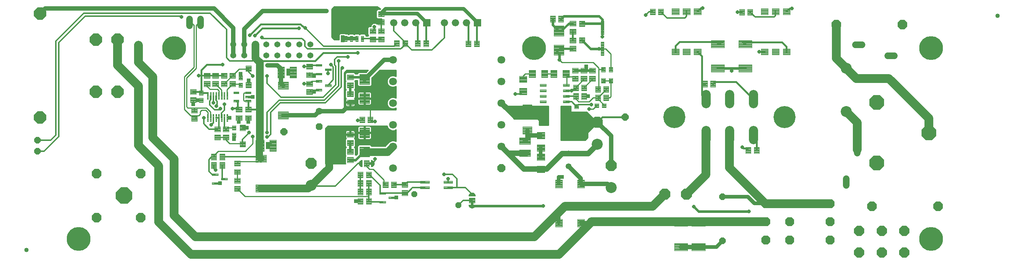
<source format=gtl>
G75*
%MOIN*%
%OFA0B0*%
%FSLAX25Y25*%
%IPPOS*%
%LPD*%
%AMOC8*
5,1,8,0,0,1.08239X$1,22.5*
%
%ADD10C,0.04000*%
%ADD11OC8,0.08850*%
%ADD12C,0.10000*%
%ADD13C,0.06000*%
%ADD14OC8,0.06000*%
%ADD15C,0.00425*%
%ADD16C,0.00409*%
%ADD17C,0.00419*%
%ADD18OC8,0.10000*%
%ADD19C,0.00402*%
%ADD20C,0.05315*%
%ADD21OC8,0.08268*%
%ADD22C,0.07087*%
%ADD23OC8,0.07087*%
%ADD24OC8,0.13386*%
%ADD25OC8,0.11268*%
%ADD26C,0.20000*%
%ADD27OC8,0.08600*%
%ADD28OC8,0.15000*%
%ADD29C,0.08250*%
%ADD30C,0.00394*%
%ADD31R,0.06600X0.06600*%
%ADD32C,0.06600*%
%ADD33C,0.05400*%
%ADD34C,0.05906*%
%ADD35OC8,0.06496*%
%ADD36C,0.00378*%
%ADD37OC8,0.05400*%
%ADD38C,0.00408*%
%ADD39C,0.00386*%
%ADD40C,0.00400*%
%ADD41C,0.00100*%
%ADD42C,0.00390*%
%ADD43OC8,0.06300*%
%ADD44C,0.06300*%
%ADD45C,0.00396*%
%ADD46OC8,0.05906*%
%ADD47OC8,0.09055*%
%ADD48C,0.00406*%
%ADD49C,0.00413*%
%ADD50C,0.00339*%
%ADD51C,0.21654*%
%ADD52C,0.08000*%
%ADD53C,0.01600*%
%ADD54C,0.03200*%
%ADD55OC8,0.03175*%
%ADD56C,0.01200*%
%ADD57C,0.07000*%
%ADD58C,0.01000*%
%ADD59C,0.06600*%
%ADD60C,0.02400*%
%ADD61C,0.04000*%
%ADD62R,0.03175X0.03175*%
%ADD63C,0.05000*%
%ADD64C,0.03000*%
%ADD65C,0.02000*%
D10*
X0070510Y0048303D03*
X0951629Y0260902D03*
D11*
X0865418Y0252742D03*
X0805418Y0252742D03*
X0837668Y0087742D03*
X0897668Y0087742D03*
D12*
X0814418Y0173742D03*
X0814418Y0213112D03*
X0588449Y0144242D03*
X0600949Y0104992D03*
X0328699Y0106742D03*
D13*
X0567199Y0164242D02*
X0588449Y0164242D01*
X0814418Y0112728D02*
X0814418Y0106728D01*
X0824418Y0136256D02*
X0824418Y0142256D01*
X0852182Y0224492D02*
X0858182Y0224492D01*
X0828654Y0234492D02*
X0822654Y0234492D01*
D14*
X0702199Y0096492D03*
X0702199Y0056492D03*
X0171918Y0194274D03*
X0171918Y0234274D03*
D15*
X0298740Y0200906D02*
X0308158Y0200906D01*
X0308158Y0194244D01*
X0298740Y0194244D01*
X0298740Y0200906D01*
X0298740Y0194668D02*
X0308158Y0194668D01*
X0308158Y0195092D02*
X0298740Y0195092D01*
X0298740Y0195516D02*
X0308158Y0195516D01*
X0308158Y0195940D02*
X0298740Y0195940D01*
X0298740Y0196364D02*
X0308158Y0196364D01*
X0308158Y0196788D02*
X0298740Y0196788D01*
X0298740Y0197212D02*
X0308158Y0197212D01*
X0308158Y0197636D02*
X0298740Y0197636D01*
X0298740Y0198060D02*
X0308158Y0198060D01*
X0308158Y0198484D02*
X0298740Y0198484D01*
X0298740Y0198908D02*
X0308158Y0198908D01*
X0308158Y0199332D02*
X0298740Y0199332D01*
X0298740Y0199756D02*
X0308158Y0199756D01*
X0308158Y0200180D02*
X0298740Y0200180D01*
X0298740Y0200604D02*
X0308158Y0200604D01*
X0308158Y0173740D02*
X0298740Y0173740D01*
X0308158Y0173740D02*
X0308158Y0167078D01*
X0298740Y0167078D01*
X0298740Y0173740D01*
X0298740Y0167502D02*
X0308158Y0167502D01*
X0308158Y0167926D02*
X0298740Y0167926D01*
X0298740Y0168350D02*
X0308158Y0168350D01*
X0308158Y0168774D02*
X0298740Y0168774D01*
X0298740Y0169198D02*
X0308158Y0169198D01*
X0308158Y0169622D02*
X0298740Y0169622D01*
X0298740Y0170046D02*
X0308158Y0170046D01*
X0308158Y0170470D02*
X0298740Y0170470D01*
X0298740Y0170894D02*
X0308158Y0170894D01*
X0308158Y0171318D02*
X0298740Y0171318D01*
X0298740Y0171742D02*
X0308158Y0171742D01*
X0308158Y0172166D02*
X0298740Y0172166D01*
X0298740Y0172590D02*
X0308158Y0172590D01*
X0308158Y0173014D02*
X0298740Y0173014D01*
X0298740Y0173438D02*
X0308158Y0173438D01*
X0287908Y0134656D02*
X0278490Y0134656D01*
X0287908Y0134656D02*
X0287908Y0127994D01*
X0278490Y0127994D01*
X0278490Y0134656D01*
X0278490Y0128418D02*
X0287908Y0128418D01*
X0287908Y0128842D02*
X0278490Y0128842D01*
X0278490Y0129266D02*
X0287908Y0129266D01*
X0287908Y0129690D02*
X0278490Y0129690D01*
X0278490Y0130114D02*
X0287908Y0130114D01*
X0287908Y0130538D02*
X0278490Y0130538D01*
X0278490Y0130962D02*
X0287908Y0130962D01*
X0287908Y0131386D02*
X0278490Y0131386D01*
X0278490Y0131810D02*
X0287908Y0131810D01*
X0287908Y0132234D02*
X0278490Y0132234D01*
X0278490Y0132658D02*
X0287908Y0132658D01*
X0287908Y0133082D02*
X0278490Y0133082D01*
X0278490Y0133506D02*
X0287908Y0133506D01*
X0287908Y0133930D02*
X0278490Y0133930D01*
X0278490Y0134354D02*
X0287908Y0134354D01*
X0287908Y0107490D02*
X0278490Y0107490D01*
X0287908Y0107490D02*
X0287908Y0100828D01*
X0278490Y0100828D01*
X0278490Y0107490D01*
X0278490Y0101252D02*
X0287908Y0101252D01*
X0287908Y0101676D02*
X0278490Y0101676D01*
X0278490Y0102100D02*
X0287908Y0102100D01*
X0287908Y0102524D02*
X0278490Y0102524D01*
X0278490Y0102948D02*
X0287908Y0102948D01*
X0287908Y0103372D02*
X0278490Y0103372D01*
X0278490Y0103796D02*
X0287908Y0103796D01*
X0287908Y0104220D02*
X0278490Y0104220D01*
X0278490Y0104644D02*
X0287908Y0104644D01*
X0287908Y0105068D02*
X0278490Y0105068D01*
X0278490Y0105492D02*
X0287908Y0105492D01*
X0287908Y0105916D02*
X0278490Y0105916D01*
X0278490Y0106340D02*
X0287908Y0106340D01*
X0287908Y0106764D02*
X0278490Y0106764D01*
X0278490Y0107188D02*
X0287908Y0107188D01*
X0529067Y0153372D02*
X0529067Y0160034D01*
X0529067Y0153372D02*
X0520831Y0153372D01*
X0520831Y0160034D01*
X0529067Y0160034D01*
X0529067Y0153796D02*
X0520831Y0153796D01*
X0520831Y0154220D02*
X0529067Y0154220D01*
X0529067Y0154644D02*
X0520831Y0154644D01*
X0520831Y0155068D02*
X0529067Y0155068D01*
X0529067Y0155492D02*
X0520831Y0155492D01*
X0520831Y0155916D02*
X0529067Y0155916D01*
X0529067Y0156340D02*
X0520831Y0156340D01*
X0520831Y0156764D02*
X0529067Y0156764D01*
X0529067Y0157188D02*
X0520831Y0157188D01*
X0520831Y0157612D02*
X0529067Y0157612D01*
X0529067Y0158036D02*
X0520831Y0158036D01*
X0520831Y0158460D02*
X0529067Y0158460D01*
X0529067Y0158884D02*
X0520831Y0158884D01*
X0520831Y0159308D02*
X0529067Y0159308D01*
X0529067Y0159732D02*
X0520831Y0159732D01*
X0529067Y0173450D02*
X0529067Y0180112D01*
X0529067Y0173450D02*
X0520831Y0173450D01*
X0520831Y0180112D01*
X0529067Y0180112D01*
X0529067Y0173874D02*
X0520831Y0173874D01*
X0520831Y0174298D02*
X0529067Y0174298D01*
X0529067Y0174722D02*
X0520831Y0174722D01*
X0520831Y0175146D02*
X0529067Y0175146D01*
X0529067Y0175570D02*
X0520831Y0175570D01*
X0520831Y0175994D02*
X0529067Y0175994D01*
X0529067Y0176418D02*
X0520831Y0176418D01*
X0520831Y0176842D02*
X0529067Y0176842D01*
X0529067Y0177266D02*
X0520831Y0177266D01*
X0520831Y0177690D02*
X0529067Y0177690D01*
X0529067Y0178114D02*
X0520831Y0178114D01*
X0520831Y0178538D02*
X0529067Y0178538D01*
X0529067Y0178962D02*
X0520831Y0178962D01*
X0520831Y0179386D02*
X0529067Y0179386D01*
X0529067Y0179810D02*
X0520831Y0179810D01*
X0691612Y0209888D02*
X0691612Y0216550D01*
X0703786Y0216550D01*
X0703786Y0209888D01*
X0691612Y0209888D01*
X0691612Y0210312D02*
X0703786Y0210312D01*
X0703786Y0210736D02*
X0691612Y0210736D01*
X0691612Y0211160D02*
X0703786Y0211160D01*
X0703786Y0211584D02*
X0691612Y0211584D01*
X0691612Y0212008D02*
X0703786Y0212008D01*
X0703786Y0212432D02*
X0691612Y0212432D01*
X0691612Y0212856D02*
X0703786Y0212856D01*
X0703786Y0213280D02*
X0691612Y0213280D01*
X0691612Y0213704D02*
X0703786Y0213704D01*
X0703786Y0214128D02*
X0691612Y0214128D01*
X0691612Y0214552D02*
X0703786Y0214552D01*
X0703786Y0214976D02*
X0691612Y0214976D01*
X0691612Y0215400D02*
X0703786Y0215400D01*
X0703786Y0215824D02*
X0691612Y0215824D01*
X0691612Y0216248D02*
X0703786Y0216248D01*
X0716612Y0216550D02*
X0716612Y0209888D01*
X0716612Y0216550D02*
X0728786Y0216550D01*
X0728786Y0209888D01*
X0716612Y0209888D01*
X0716612Y0210312D02*
X0728786Y0210312D01*
X0728786Y0210736D02*
X0716612Y0210736D01*
X0716612Y0211160D02*
X0728786Y0211160D01*
X0728786Y0211584D02*
X0716612Y0211584D01*
X0716612Y0212008D02*
X0728786Y0212008D01*
X0728786Y0212432D02*
X0716612Y0212432D01*
X0716612Y0212856D02*
X0728786Y0212856D01*
X0728786Y0213280D02*
X0716612Y0213280D01*
X0716612Y0213704D02*
X0728786Y0213704D01*
X0728786Y0214128D02*
X0716612Y0214128D01*
X0716612Y0214552D02*
X0728786Y0214552D01*
X0728786Y0214976D02*
X0716612Y0214976D01*
X0716612Y0215400D02*
X0728786Y0215400D01*
X0728786Y0215824D02*
X0716612Y0215824D01*
X0716612Y0216248D02*
X0728786Y0216248D01*
X0716612Y0231935D02*
X0716612Y0238597D01*
X0728786Y0238597D01*
X0728786Y0231935D01*
X0716612Y0231935D01*
X0716612Y0232359D02*
X0728786Y0232359D01*
X0728786Y0232783D02*
X0716612Y0232783D01*
X0716612Y0233207D02*
X0728786Y0233207D01*
X0728786Y0233631D02*
X0716612Y0233631D01*
X0716612Y0234055D02*
X0728786Y0234055D01*
X0728786Y0234479D02*
X0716612Y0234479D01*
X0716612Y0234903D02*
X0728786Y0234903D01*
X0728786Y0235327D02*
X0716612Y0235327D01*
X0716612Y0235751D02*
X0728786Y0235751D01*
X0728786Y0236175D02*
X0716612Y0236175D01*
X0716612Y0236599D02*
X0728786Y0236599D01*
X0728786Y0237023D02*
X0716612Y0237023D01*
X0716612Y0237447D02*
X0728786Y0237447D01*
X0728786Y0237871D02*
X0716612Y0237871D01*
X0716612Y0238295D02*
X0728786Y0238295D01*
X0691612Y0238597D02*
X0691612Y0231935D01*
X0691612Y0238597D02*
X0703786Y0238597D01*
X0703786Y0231935D01*
X0691612Y0231935D01*
X0691612Y0232359D02*
X0703786Y0232359D01*
X0703786Y0232783D02*
X0691612Y0232783D01*
X0691612Y0233207D02*
X0703786Y0233207D01*
X0703786Y0233631D02*
X0691612Y0233631D01*
X0691612Y0234055D02*
X0703786Y0234055D01*
X0703786Y0234479D02*
X0691612Y0234479D01*
X0691612Y0234903D02*
X0703786Y0234903D01*
X0703786Y0235327D02*
X0691612Y0235327D01*
X0691612Y0235751D02*
X0703786Y0235751D01*
X0703786Y0236175D02*
X0691612Y0236175D01*
X0691612Y0236599D02*
X0703786Y0236599D01*
X0703786Y0237023D02*
X0691612Y0237023D01*
X0691612Y0237447D02*
X0703786Y0237447D01*
X0703786Y0237871D02*
X0691612Y0237871D01*
X0691612Y0238295D02*
X0703786Y0238295D01*
X0674112Y0076347D02*
X0674112Y0069685D01*
X0674112Y0076347D02*
X0686286Y0076347D01*
X0686286Y0069685D01*
X0674112Y0069685D01*
X0674112Y0070109D02*
X0686286Y0070109D01*
X0686286Y0070533D02*
X0674112Y0070533D01*
X0674112Y0070957D02*
X0686286Y0070957D01*
X0686286Y0071381D02*
X0674112Y0071381D01*
X0674112Y0071805D02*
X0686286Y0071805D01*
X0686286Y0072229D02*
X0674112Y0072229D01*
X0674112Y0072653D02*
X0686286Y0072653D01*
X0686286Y0073077D02*
X0674112Y0073077D01*
X0674112Y0073501D02*
X0686286Y0073501D01*
X0686286Y0073925D02*
X0674112Y0073925D01*
X0674112Y0074349D02*
X0686286Y0074349D01*
X0686286Y0074773D02*
X0674112Y0074773D01*
X0674112Y0075197D02*
X0686286Y0075197D01*
X0686286Y0075621D02*
X0674112Y0075621D01*
X0674112Y0076045D02*
X0686286Y0076045D01*
X0658362Y0076347D02*
X0658362Y0069685D01*
X0658362Y0076347D02*
X0670536Y0076347D01*
X0670536Y0069685D01*
X0658362Y0069685D01*
X0658362Y0070109D02*
X0670536Y0070109D01*
X0670536Y0070533D02*
X0658362Y0070533D01*
X0658362Y0070957D02*
X0670536Y0070957D01*
X0670536Y0071381D02*
X0658362Y0071381D01*
X0658362Y0071805D02*
X0670536Y0071805D01*
X0670536Y0072229D02*
X0658362Y0072229D01*
X0658362Y0072653D02*
X0670536Y0072653D01*
X0670536Y0073077D02*
X0658362Y0073077D01*
X0658362Y0073501D02*
X0670536Y0073501D01*
X0670536Y0073925D02*
X0658362Y0073925D01*
X0658362Y0074349D02*
X0670536Y0074349D01*
X0670536Y0074773D02*
X0658362Y0074773D01*
X0658362Y0075197D02*
X0670536Y0075197D01*
X0670536Y0075621D02*
X0658362Y0075621D01*
X0658362Y0076045D02*
X0670536Y0076045D01*
X0658362Y0054300D02*
X0658362Y0047638D01*
X0658362Y0054300D02*
X0670536Y0054300D01*
X0670536Y0047638D01*
X0658362Y0047638D01*
X0658362Y0048062D02*
X0670536Y0048062D01*
X0670536Y0048486D02*
X0658362Y0048486D01*
X0658362Y0048910D02*
X0670536Y0048910D01*
X0670536Y0049334D02*
X0658362Y0049334D01*
X0658362Y0049758D02*
X0670536Y0049758D01*
X0670536Y0050182D02*
X0658362Y0050182D01*
X0658362Y0050606D02*
X0670536Y0050606D01*
X0670536Y0051030D02*
X0658362Y0051030D01*
X0658362Y0051454D02*
X0670536Y0051454D01*
X0670536Y0051878D02*
X0658362Y0051878D01*
X0658362Y0052302D02*
X0670536Y0052302D01*
X0670536Y0052726D02*
X0658362Y0052726D01*
X0658362Y0053150D02*
X0670536Y0053150D01*
X0670536Y0053574D02*
X0658362Y0053574D01*
X0658362Y0053998D02*
X0670536Y0053998D01*
X0674112Y0054300D02*
X0674112Y0047638D01*
X0674112Y0054300D02*
X0686286Y0054300D01*
X0686286Y0047638D01*
X0674112Y0047638D01*
X0674112Y0048062D02*
X0686286Y0048062D01*
X0686286Y0048486D02*
X0674112Y0048486D01*
X0674112Y0048910D02*
X0686286Y0048910D01*
X0686286Y0049334D02*
X0674112Y0049334D01*
X0674112Y0049758D02*
X0686286Y0049758D01*
X0686286Y0050182D02*
X0674112Y0050182D01*
X0674112Y0050606D02*
X0686286Y0050606D01*
X0686286Y0051030D02*
X0674112Y0051030D01*
X0674112Y0051454D02*
X0686286Y0051454D01*
X0686286Y0051878D02*
X0674112Y0051878D01*
X0674112Y0052302D02*
X0686286Y0052302D01*
X0686286Y0052726D02*
X0674112Y0052726D01*
X0674112Y0053150D02*
X0686286Y0053150D01*
X0686286Y0053574D02*
X0674112Y0053574D01*
X0674112Y0053998D02*
X0686286Y0053998D01*
D16*
X0410950Y0097647D02*
X0410950Y0102357D01*
X0416448Y0102357D01*
X0416448Y0097647D01*
X0410950Y0097647D01*
X0410950Y0098055D02*
X0416448Y0098055D01*
X0416448Y0098463D02*
X0410950Y0098463D01*
X0410950Y0098871D02*
X0416448Y0098871D01*
X0416448Y0099279D02*
X0410950Y0099279D01*
X0410950Y0099687D02*
X0416448Y0099687D01*
X0416448Y0100095D02*
X0410950Y0100095D01*
X0410950Y0100503D02*
X0416448Y0100503D01*
X0416448Y0100911D02*
X0410950Y0100911D01*
X0410950Y0101319D02*
X0416448Y0101319D01*
X0416448Y0101727D02*
X0410950Y0101727D01*
X0410950Y0102135D02*
X0416448Y0102135D01*
X0410950Y0105127D02*
X0410950Y0109837D01*
X0416448Y0109837D01*
X0416448Y0105127D01*
X0410950Y0105127D01*
X0410950Y0105535D02*
X0416448Y0105535D01*
X0416448Y0105943D02*
X0410950Y0105943D01*
X0410950Y0106351D02*
X0416448Y0106351D01*
X0416448Y0106759D02*
X0410950Y0106759D01*
X0410950Y0107167D02*
X0416448Y0107167D01*
X0416448Y0107575D02*
X0410950Y0107575D01*
X0410950Y0107983D02*
X0416448Y0107983D01*
X0416448Y0108391D02*
X0410950Y0108391D01*
X0410950Y0108799D02*
X0416448Y0108799D01*
X0416448Y0109207D02*
X0410950Y0109207D01*
X0410950Y0109615D02*
X0416448Y0109615D01*
X0406045Y0104743D02*
X0401335Y0104743D01*
X0401335Y0110241D01*
X0406045Y0110241D01*
X0406045Y0104743D01*
X0406045Y0105151D02*
X0401335Y0105151D01*
X0401335Y0105559D02*
X0406045Y0105559D01*
X0406045Y0105967D02*
X0401335Y0105967D01*
X0401335Y0106375D02*
X0406045Y0106375D01*
X0406045Y0106783D02*
X0401335Y0106783D01*
X0401335Y0107191D02*
X0406045Y0107191D01*
X0406045Y0107599D02*
X0401335Y0107599D01*
X0401335Y0108007D02*
X0406045Y0108007D01*
X0406045Y0108415D02*
X0401335Y0108415D01*
X0401335Y0108823D02*
X0406045Y0108823D01*
X0406045Y0109231D02*
X0401335Y0109231D01*
X0401335Y0109639D02*
X0406045Y0109639D01*
X0406045Y0110047D02*
X0401335Y0110047D01*
X0398564Y0104743D02*
X0393854Y0104743D01*
X0393854Y0110241D01*
X0398564Y0110241D01*
X0398564Y0104743D01*
X0398564Y0105151D02*
X0393854Y0105151D01*
X0393854Y0105559D02*
X0398564Y0105559D01*
X0398564Y0105967D02*
X0393854Y0105967D01*
X0393854Y0106375D02*
X0398564Y0106375D01*
X0398564Y0106783D02*
X0393854Y0106783D01*
X0393854Y0107191D02*
X0398564Y0107191D01*
X0398564Y0107599D02*
X0393854Y0107599D01*
X0393854Y0108007D02*
X0398564Y0108007D01*
X0398564Y0108415D02*
X0393854Y0108415D01*
X0393854Y0108823D02*
X0398564Y0108823D01*
X0398564Y0109231D02*
X0393854Y0109231D01*
X0393854Y0109639D02*
X0398564Y0109639D01*
X0398564Y0110047D02*
X0393854Y0110047D01*
X0383295Y0105993D02*
X0378585Y0105993D01*
X0378585Y0111491D01*
X0383295Y0111491D01*
X0383295Y0105993D01*
X0383295Y0106401D02*
X0378585Y0106401D01*
X0378585Y0106809D02*
X0383295Y0106809D01*
X0383295Y0107217D02*
X0378585Y0107217D01*
X0378585Y0107625D02*
X0383295Y0107625D01*
X0383295Y0108033D02*
X0378585Y0108033D01*
X0378585Y0108441D02*
X0383295Y0108441D01*
X0383295Y0108849D02*
X0378585Y0108849D01*
X0378585Y0109257D02*
X0383295Y0109257D01*
X0383295Y0109665D02*
X0378585Y0109665D01*
X0378585Y0110073D02*
X0383295Y0110073D01*
X0383295Y0110481D02*
X0378585Y0110481D01*
X0378585Y0110889D02*
X0383295Y0110889D01*
X0383295Y0111297D02*
X0378585Y0111297D01*
X0375814Y0105993D02*
X0371104Y0105993D01*
X0371104Y0111491D01*
X0375814Y0111491D01*
X0375814Y0105993D01*
X0375814Y0106401D02*
X0371104Y0106401D01*
X0371104Y0106809D02*
X0375814Y0106809D01*
X0375814Y0107217D02*
X0371104Y0107217D01*
X0371104Y0107625D02*
X0375814Y0107625D01*
X0375814Y0108033D02*
X0371104Y0108033D01*
X0371104Y0108441D02*
X0375814Y0108441D01*
X0375814Y0108849D02*
X0371104Y0108849D01*
X0371104Y0109257D02*
X0375814Y0109257D01*
X0375814Y0109665D02*
X0371104Y0109665D01*
X0371104Y0110073D02*
X0375814Y0110073D01*
X0375814Y0110481D02*
X0371104Y0110481D01*
X0371104Y0110889D02*
X0375814Y0110889D01*
X0375814Y0111297D02*
X0371104Y0111297D01*
X0371104Y0119241D02*
X0375814Y0119241D01*
X0375814Y0113743D01*
X0371104Y0113743D01*
X0371104Y0119241D01*
X0371104Y0114151D02*
X0375814Y0114151D01*
X0375814Y0114559D02*
X0371104Y0114559D01*
X0371104Y0114967D02*
X0375814Y0114967D01*
X0375814Y0115375D02*
X0371104Y0115375D01*
X0371104Y0115783D02*
X0375814Y0115783D01*
X0375814Y0116191D02*
X0371104Y0116191D01*
X0371104Y0116599D02*
X0375814Y0116599D01*
X0375814Y0117007D02*
X0371104Y0117007D01*
X0371104Y0117415D02*
X0375814Y0117415D01*
X0375814Y0117823D02*
X0371104Y0117823D01*
X0371104Y0118231D02*
X0375814Y0118231D01*
X0375814Y0118639D02*
X0371104Y0118639D01*
X0371104Y0119047D02*
X0375814Y0119047D01*
X0378585Y0119241D02*
X0383295Y0119241D01*
X0383295Y0113743D01*
X0378585Y0113743D01*
X0378585Y0119241D01*
X0378585Y0114151D02*
X0383295Y0114151D01*
X0383295Y0114559D02*
X0378585Y0114559D01*
X0378585Y0114967D02*
X0383295Y0114967D01*
X0383295Y0115375D02*
X0378585Y0115375D01*
X0378585Y0115783D02*
X0383295Y0115783D01*
X0383295Y0116191D02*
X0378585Y0116191D01*
X0378585Y0116599D02*
X0383295Y0116599D01*
X0383295Y0117007D02*
X0378585Y0117007D01*
X0378585Y0117415D02*
X0383295Y0117415D01*
X0383295Y0117823D02*
X0378585Y0117823D01*
X0378585Y0118231D02*
X0383295Y0118231D01*
X0383295Y0118639D02*
X0378585Y0118639D01*
X0378585Y0119047D02*
X0383295Y0119047D01*
X0361450Y0127647D02*
X0361450Y0132357D01*
X0366948Y0132357D01*
X0366948Y0127647D01*
X0361450Y0127647D01*
X0361450Y0128055D02*
X0366948Y0128055D01*
X0366948Y0128463D02*
X0361450Y0128463D01*
X0361450Y0128871D02*
X0366948Y0128871D01*
X0366948Y0129279D02*
X0361450Y0129279D01*
X0361450Y0129687D02*
X0366948Y0129687D01*
X0366948Y0130095D02*
X0361450Y0130095D01*
X0361450Y0130503D02*
X0366948Y0130503D01*
X0366948Y0130911D02*
X0361450Y0130911D01*
X0361450Y0131319D02*
X0366948Y0131319D01*
X0366948Y0131727D02*
X0361450Y0131727D01*
X0361450Y0132135D02*
X0366948Y0132135D01*
X0361450Y0135127D02*
X0361450Y0139837D01*
X0366948Y0139837D01*
X0366948Y0135127D01*
X0361450Y0135127D01*
X0361450Y0135535D02*
X0366948Y0135535D01*
X0366948Y0135943D02*
X0361450Y0135943D01*
X0361450Y0136351D02*
X0366948Y0136351D01*
X0366948Y0136759D02*
X0361450Y0136759D01*
X0361450Y0137167D02*
X0366948Y0137167D01*
X0366948Y0137575D02*
X0361450Y0137575D01*
X0361450Y0137983D02*
X0366948Y0137983D01*
X0366948Y0138391D02*
X0361450Y0138391D01*
X0361450Y0138799D02*
X0366948Y0138799D01*
X0366948Y0139207D02*
X0361450Y0139207D01*
X0361450Y0139615D02*
X0366948Y0139615D01*
X0361450Y0143147D02*
X0361450Y0147857D01*
X0366948Y0147857D01*
X0366948Y0143147D01*
X0361450Y0143147D01*
X0361450Y0143555D02*
X0366948Y0143555D01*
X0366948Y0143963D02*
X0361450Y0143963D01*
X0361450Y0144371D02*
X0366948Y0144371D01*
X0366948Y0144779D02*
X0361450Y0144779D01*
X0361450Y0145187D02*
X0366948Y0145187D01*
X0366948Y0145595D02*
X0361450Y0145595D01*
X0361450Y0146003D02*
X0366948Y0146003D01*
X0366948Y0146411D02*
X0361450Y0146411D01*
X0361450Y0146819D02*
X0366948Y0146819D01*
X0366948Y0147227D02*
X0361450Y0147227D01*
X0361450Y0147635D02*
X0366948Y0147635D01*
X0361450Y0150627D02*
X0361450Y0155337D01*
X0366948Y0155337D01*
X0366948Y0150627D01*
X0361450Y0150627D01*
X0361450Y0151035D02*
X0366948Y0151035D01*
X0366948Y0151443D02*
X0361450Y0151443D01*
X0361450Y0151851D02*
X0366948Y0151851D01*
X0366948Y0152259D02*
X0361450Y0152259D01*
X0361450Y0152667D02*
X0366948Y0152667D01*
X0366948Y0153075D02*
X0361450Y0153075D01*
X0361450Y0153483D02*
X0366948Y0153483D01*
X0366948Y0153891D02*
X0361450Y0153891D01*
X0361450Y0154299D02*
X0366948Y0154299D01*
X0366948Y0154707D02*
X0361450Y0154707D01*
X0361450Y0155115D02*
X0366948Y0155115D01*
X0372604Y0169241D02*
X0377314Y0169241D01*
X0377314Y0163743D01*
X0372604Y0163743D01*
X0372604Y0169241D01*
X0372604Y0164151D02*
X0377314Y0164151D01*
X0377314Y0164559D02*
X0372604Y0164559D01*
X0372604Y0164967D02*
X0377314Y0164967D01*
X0377314Y0165375D02*
X0372604Y0165375D01*
X0372604Y0165783D02*
X0377314Y0165783D01*
X0377314Y0166191D02*
X0372604Y0166191D01*
X0372604Y0166599D02*
X0377314Y0166599D01*
X0377314Y0167007D02*
X0372604Y0167007D01*
X0372604Y0167415D02*
X0377314Y0167415D01*
X0377314Y0167823D02*
X0372604Y0167823D01*
X0372604Y0168231D02*
X0377314Y0168231D01*
X0377314Y0168639D02*
X0372604Y0168639D01*
X0372604Y0169047D02*
X0377314Y0169047D01*
X0380085Y0169241D02*
X0384795Y0169241D01*
X0384795Y0163743D01*
X0380085Y0163743D01*
X0380085Y0169241D01*
X0380085Y0164151D02*
X0384795Y0164151D01*
X0384795Y0164559D02*
X0380085Y0164559D01*
X0380085Y0164967D02*
X0384795Y0164967D01*
X0384795Y0165375D02*
X0380085Y0165375D01*
X0380085Y0165783D02*
X0384795Y0165783D01*
X0384795Y0166191D02*
X0380085Y0166191D01*
X0380085Y0166599D02*
X0384795Y0166599D01*
X0384795Y0167007D02*
X0380085Y0167007D01*
X0380085Y0167415D02*
X0384795Y0167415D01*
X0384795Y0167823D02*
X0380085Y0167823D01*
X0380085Y0168231D02*
X0384795Y0168231D01*
X0384795Y0168639D02*
X0380085Y0168639D01*
X0380085Y0169047D02*
X0384795Y0169047D01*
X0366948Y0179897D02*
X0366948Y0184607D01*
X0366948Y0179897D02*
X0361450Y0179897D01*
X0361450Y0184607D01*
X0366948Y0184607D01*
X0366948Y0180305D02*
X0361450Y0180305D01*
X0361450Y0180713D02*
X0366948Y0180713D01*
X0366948Y0181121D02*
X0361450Y0181121D01*
X0361450Y0181529D02*
X0366948Y0181529D01*
X0366948Y0181937D02*
X0361450Y0181937D01*
X0361450Y0182345D02*
X0366948Y0182345D01*
X0366948Y0182753D02*
X0361450Y0182753D01*
X0361450Y0183161D02*
X0366948Y0183161D01*
X0366948Y0183569D02*
X0361450Y0183569D01*
X0361450Y0183977D02*
X0366948Y0183977D01*
X0366948Y0184385D02*
X0361450Y0184385D01*
X0366948Y0187377D02*
X0366948Y0192087D01*
X0366948Y0187377D02*
X0361450Y0187377D01*
X0361450Y0192087D01*
X0366948Y0192087D01*
X0366948Y0187785D02*
X0361450Y0187785D01*
X0361450Y0188193D02*
X0366948Y0188193D01*
X0366948Y0188601D02*
X0361450Y0188601D01*
X0361450Y0189009D02*
X0366948Y0189009D01*
X0366948Y0189417D02*
X0361450Y0189417D01*
X0361450Y0189825D02*
X0366948Y0189825D01*
X0366948Y0190233D02*
X0361450Y0190233D01*
X0361450Y0190641D02*
X0366948Y0190641D01*
X0366948Y0191049D02*
X0361450Y0191049D01*
X0361450Y0191457D02*
X0366948Y0191457D01*
X0366948Y0191865D02*
X0361450Y0191865D01*
X0366948Y0195397D02*
X0366948Y0200107D01*
X0366948Y0195397D02*
X0361450Y0195397D01*
X0361450Y0200107D01*
X0366948Y0200107D01*
X0366948Y0195805D02*
X0361450Y0195805D01*
X0361450Y0196213D02*
X0366948Y0196213D01*
X0366948Y0196621D02*
X0361450Y0196621D01*
X0361450Y0197029D02*
X0366948Y0197029D01*
X0366948Y0197437D02*
X0361450Y0197437D01*
X0361450Y0197845D02*
X0366948Y0197845D01*
X0366948Y0198253D02*
X0361450Y0198253D01*
X0361450Y0198661D02*
X0366948Y0198661D01*
X0366948Y0199069D02*
X0361450Y0199069D01*
X0361450Y0199477D02*
X0366948Y0199477D01*
X0366948Y0199885D02*
X0361450Y0199885D01*
X0366948Y0202877D02*
X0366948Y0207587D01*
X0366948Y0202877D02*
X0361450Y0202877D01*
X0361450Y0207587D01*
X0366948Y0207587D01*
X0366948Y0203285D02*
X0361450Y0203285D01*
X0361450Y0203693D02*
X0366948Y0203693D01*
X0366948Y0204101D02*
X0361450Y0204101D01*
X0361450Y0204509D02*
X0366948Y0204509D01*
X0366948Y0204917D02*
X0361450Y0204917D01*
X0361450Y0205325D02*
X0366948Y0205325D01*
X0366948Y0205733D02*
X0361450Y0205733D01*
X0361450Y0206141D02*
X0366948Y0206141D01*
X0366948Y0206549D02*
X0361450Y0206549D01*
X0361450Y0206957D02*
X0366948Y0206957D01*
X0366948Y0207365D02*
X0361450Y0207365D01*
X0329948Y0209607D02*
X0329948Y0204897D01*
X0324450Y0204897D01*
X0324450Y0209607D01*
X0329948Y0209607D01*
X0329948Y0205305D02*
X0324450Y0205305D01*
X0324450Y0205713D02*
X0329948Y0205713D01*
X0329948Y0206121D02*
X0324450Y0206121D01*
X0324450Y0206529D02*
X0329948Y0206529D01*
X0329948Y0206937D02*
X0324450Y0206937D01*
X0324450Y0207345D02*
X0329948Y0207345D01*
X0329948Y0207753D02*
X0324450Y0207753D01*
X0324450Y0208161D02*
X0329948Y0208161D01*
X0329948Y0208569D02*
X0324450Y0208569D01*
X0324450Y0208977D02*
X0329948Y0208977D01*
X0329948Y0209385D02*
X0324450Y0209385D01*
X0329948Y0212377D02*
X0329948Y0217087D01*
X0329948Y0212377D02*
X0324450Y0212377D01*
X0324450Y0217087D01*
X0329948Y0217087D01*
X0329948Y0212785D02*
X0324450Y0212785D01*
X0324450Y0213193D02*
X0329948Y0213193D01*
X0329948Y0213601D02*
X0324450Y0213601D01*
X0324450Y0214009D02*
X0329948Y0214009D01*
X0329948Y0214417D02*
X0324450Y0214417D01*
X0324450Y0214825D02*
X0329948Y0214825D01*
X0329948Y0215233D02*
X0324450Y0215233D01*
X0324450Y0215641D02*
X0329948Y0215641D01*
X0329948Y0216049D02*
X0324450Y0216049D01*
X0324450Y0216457D02*
X0329948Y0216457D01*
X0329948Y0216865D02*
X0324450Y0216865D01*
X0329948Y0201587D02*
X0329948Y0196877D01*
X0324450Y0196877D01*
X0324450Y0201587D01*
X0329948Y0201587D01*
X0329948Y0197285D02*
X0324450Y0197285D01*
X0324450Y0197693D02*
X0329948Y0197693D01*
X0329948Y0198101D02*
X0324450Y0198101D01*
X0324450Y0198509D02*
X0329948Y0198509D01*
X0329948Y0198917D02*
X0324450Y0198917D01*
X0324450Y0199325D02*
X0329948Y0199325D01*
X0329948Y0199733D02*
X0324450Y0199733D01*
X0324450Y0200141D02*
X0329948Y0200141D01*
X0329948Y0200549D02*
X0324450Y0200549D01*
X0324450Y0200957D02*
X0329948Y0200957D01*
X0329948Y0201365D02*
X0324450Y0201365D01*
X0329948Y0194107D02*
X0329948Y0189397D01*
X0324450Y0189397D01*
X0324450Y0194107D01*
X0329948Y0194107D01*
X0329948Y0189805D02*
X0324450Y0189805D01*
X0324450Y0190213D02*
X0329948Y0190213D01*
X0329948Y0190621D02*
X0324450Y0190621D01*
X0324450Y0191029D02*
X0329948Y0191029D01*
X0329948Y0191437D02*
X0324450Y0191437D01*
X0324450Y0191845D02*
X0329948Y0191845D01*
X0329948Y0192253D02*
X0324450Y0192253D01*
X0324450Y0192661D02*
X0329948Y0192661D01*
X0329948Y0193069D02*
X0324450Y0193069D01*
X0324450Y0193477D02*
X0329948Y0193477D01*
X0329948Y0193885D02*
X0324450Y0193885D01*
X0268950Y0178087D02*
X0268950Y0173377D01*
X0268950Y0178087D02*
X0274448Y0178087D01*
X0274448Y0173377D01*
X0268950Y0173377D01*
X0268950Y0173785D02*
X0274448Y0173785D01*
X0274448Y0174193D02*
X0268950Y0174193D01*
X0268950Y0174601D02*
X0274448Y0174601D01*
X0274448Y0175009D02*
X0268950Y0175009D01*
X0268950Y0175417D02*
X0274448Y0175417D01*
X0274448Y0175825D02*
X0268950Y0175825D01*
X0268950Y0176233D02*
X0274448Y0176233D01*
X0274448Y0176641D02*
X0268950Y0176641D01*
X0268950Y0177049D02*
X0274448Y0177049D01*
X0274448Y0177457D02*
X0268950Y0177457D01*
X0268950Y0177865D02*
X0274448Y0177865D01*
X0260450Y0178087D02*
X0260450Y0173377D01*
X0260450Y0178087D02*
X0265948Y0178087D01*
X0265948Y0173377D01*
X0260450Y0173377D01*
X0260450Y0173785D02*
X0265948Y0173785D01*
X0265948Y0174193D02*
X0260450Y0174193D01*
X0260450Y0174601D02*
X0265948Y0174601D01*
X0265948Y0175009D02*
X0260450Y0175009D01*
X0260450Y0175417D02*
X0265948Y0175417D01*
X0265948Y0175825D02*
X0260450Y0175825D01*
X0260450Y0176233D02*
X0265948Y0176233D01*
X0265948Y0176641D02*
X0260450Y0176641D01*
X0260450Y0177049D02*
X0265948Y0177049D01*
X0265948Y0177457D02*
X0260450Y0177457D01*
X0260450Y0177865D02*
X0265948Y0177865D01*
X0260450Y0170607D02*
X0260450Y0165897D01*
X0260450Y0170607D02*
X0265948Y0170607D01*
X0265948Y0165897D01*
X0260450Y0165897D01*
X0260450Y0166305D02*
X0265948Y0166305D01*
X0265948Y0166713D02*
X0260450Y0166713D01*
X0260450Y0167121D02*
X0265948Y0167121D01*
X0265948Y0167529D02*
X0260450Y0167529D01*
X0260450Y0167937D02*
X0265948Y0167937D01*
X0265948Y0168345D02*
X0260450Y0168345D01*
X0260450Y0168753D02*
X0265948Y0168753D01*
X0265948Y0169161D02*
X0260450Y0169161D01*
X0260450Y0169569D02*
X0265948Y0169569D01*
X0265948Y0169977D02*
X0260450Y0169977D01*
X0260450Y0170385D02*
X0265948Y0170385D01*
X0268950Y0170607D02*
X0268950Y0165897D01*
X0268950Y0170607D02*
X0274448Y0170607D01*
X0274448Y0165897D01*
X0268950Y0165897D01*
X0268950Y0166305D02*
X0274448Y0166305D01*
X0274448Y0166713D02*
X0268950Y0166713D01*
X0268950Y0167121D02*
X0274448Y0167121D01*
X0274448Y0167529D02*
X0268950Y0167529D01*
X0268950Y0167937D02*
X0274448Y0167937D01*
X0274448Y0168345D02*
X0268950Y0168345D01*
X0268950Y0168753D02*
X0274448Y0168753D01*
X0274448Y0169161D02*
X0268950Y0169161D01*
X0268950Y0169569D02*
X0274448Y0169569D01*
X0274448Y0169977D02*
X0268950Y0169977D01*
X0268950Y0170385D02*
X0274448Y0170385D01*
X0248700Y0160337D02*
X0248700Y0155627D01*
X0248700Y0160337D02*
X0254198Y0160337D01*
X0254198Y0155627D01*
X0248700Y0155627D01*
X0248700Y0156035D02*
X0254198Y0156035D01*
X0254198Y0156443D02*
X0248700Y0156443D01*
X0248700Y0156851D02*
X0254198Y0156851D01*
X0254198Y0157259D02*
X0248700Y0157259D01*
X0248700Y0157667D02*
X0254198Y0157667D01*
X0254198Y0158075D02*
X0248700Y0158075D01*
X0248700Y0158483D02*
X0254198Y0158483D01*
X0254198Y0158891D02*
X0248700Y0158891D01*
X0248700Y0159299D02*
X0254198Y0159299D01*
X0254198Y0159707D02*
X0248700Y0159707D01*
X0248700Y0160115D02*
X0254198Y0160115D01*
X0246448Y0160337D02*
X0246448Y0155627D01*
X0240950Y0155627D01*
X0240950Y0160337D01*
X0246448Y0160337D01*
X0246448Y0156035D02*
X0240950Y0156035D01*
X0240950Y0156443D02*
X0246448Y0156443D01*
X0246448Y0156851D02*
X0240950Y0156851D01*
X0240950Y0157259D02*
X0246448Y0157259D01*
X0246448Y0157667D02*
X0240950Y0157667D01*
X0240950Y0158075D02*
X0246448Y0158075D01*
X0246448Y0158483D02*
X0240950Y0158483D01*
X0240950Y0158891D02*
X0246448Y0158891D01*
X0246448Y0159299D02*
X0240950Y0159299D01*
X0240950Y0159707D02*
X0246448Y0159707D01*
X0246448Y0160115D02*
X0240950Y0160115D01*
X0246448Y0152857D02*
X0246448Y0148147D01*
X0240950Y0148147D01*
X0240950Y0152857D01*
X0246448Y0152857D01*
X0246448Y0148555D02*
X0240950Y0148555D01*
X0240950Y0148963D02*
X0246448Y0148963D01*
X0246448Y0149371D02*
X0240950Y0149371D01*
X0240950Y0149779D02*
X0246448Y0149779D01*
X0246448Y0150187D02*
X0240950Y0150187D01*
X0240950Y0150595D02*
X0246448Y0150595D01*
X0246448Y0151003D02*
X0240950Y0151003D01*
X0240950Y0151411D02*
X0246448Y0151411D01*
X0246448Y0151819D02*
X0240950Y0151819D01*
X0240950Y0152227D02*
X0246448Y0152227D01*
X0246448Y0152635D02*
X0240950Y0152635D01*
X0248700Y0152857D02*
X0248700Y0148147D01*
X0248700Y0152857D02*
X0254198Y0152857D01*
X0254198Y0148147D01*
X0248700Y0148147D01*
X0248700Y0148555D02*
X0254198Y0148555D01*
X0254198Y0148963D02*
X0248700Y0148963D01*
X0248700Y0149371D02*
X0254198Y0149371D01*
X0254198Y0149779D02*
X0248700Y0149779D01*
X0248700Y0150187D02*
X0254198Y0150187D01*
X0254198Y0150595D02*
X0248700Y0150595D01*
X0248700Y0151003D02*
X0254198Y0151003D01*
X0254198Y0151411D02*
X0248700Y0151411D01*
X0248700Y0151819D02*
X0254198Y0151819D01*
X0254198Y0152227D02*
X0248700Y0152227D01*
X0248700Y0152635D02*
X0254198Y0152635D01*
X0225448Y0165147D02*
X0225448Y0169857D01*
X0225448Y0165147D02*
X0219950Y0165147D01*
X0219950Y0169857D01*
X0225448Y0169857D01*
X0225448Y0165555D02*
X0219950Y0165555D01*
X0219950Y0165963D02*
X0225448Y0165963D01*
X0225448Y0166371D02*
X0219950Y0166371D01*
X0219950Y0166779D02*
X0225448Y0166779D01*
X0225448Y0167187D02*
X0219950Y0167187D01*
X0219950Y0167595D02*
X0225448Y0167595D01*
X0225448Y0168003D02*
X0219950Y0168003D01*
X0219950Y0168411D02*
X0225448Y0168411D01*
X0225448Y0168819D02*
X0219950Y0168819D01*
X0219950Y0169227D02*
X0225448Y0169227D01*
X0225448Y0169635D02*
X0219950Y0169635D01*
X0225448Y0172627D02*
X0225448Y0177337D01*
X0225448Y0172627D02*
X0219950Y0172627D01*
X0219950Y0177337D01*
X0225448Y0177337D01*
X0225448Y0173035D02*
X0219950Y0173035D01*
X0219950Y0173443D02*
X0225448Y0173443D01*
X0225448Y0173851D02*
X0219950Y0173851D01*
X0219950Y0174259D02*
X0225448Y0174259D01*
X0225448Y0174667D02*
X0219950Y0174667D01*
X0219950Y0175075D02*
X0225448Y0175075D01*
X0225448Y0175483D02*
X0219950Y0175483D01*
X0219950Y0175891D02*
X0225448Y0175891D01*
X0225448Y0176299D02*
X0219950Y0176299D01*
X0219950Y0176707D02*
X0225448Y0176707D01*
X0225448Y0177115D02*
X0219950Y0177115D01*
X0224448Y0182147D02*
X0224448Y0186857D01*
X0224448Y0182147D02*
X0218950Y0182147D01*
X0218950Y0186857D01*
X0224448Y0186857D01*
X0224448Y0182555D02*
X0218950Y0182555D01*
X0218950Y0182963D02*
X0224448Y0182963D01*
X0224448Y0183371D02*
X0218950Y0183371D01*
X0218950Y0183779D02*
X0224448Y0183779D01*
X0224448Y0184187D02*
X0218950Y0184187D01*
X0218950Y0184595D02*
X0224448Y0184595D01*
X0224448Y0185003D02*
X0218950Y0185003D01*
X0218950Y0185411D02*
X0224448Y0185411D01*
X0224448Y0185819D02*
X0218950Y0185819D01*
X0218950Y0186227D02*
X0224448Y0186227D01*
X0224448Y0186635D02*
X0218950Y0186635D01*
X0224448Y0189627D02*
X0224448Y0194337D01*
X0224448Y0189627D02*
X0218950Y0189627D01*
X0218950Y0194337D01*
X0224448Y0194337D01*
X0224448Y0190035D02*
X0218950Y0190035D01*
X0218950Y0190443D02*
X0224448Y0190443D01*
X0224448Y0190851D02*
X0218950Y0190851D01*
X0218950Y0191259D02*
X0224448Y0191259D01*
X0224448Y0191667D02*
X0218950Y0191667D01*
X0218950Y0192075D02*
X0224448Y0192075D01*
X0224448Y0192483D02*
X0218950Y0192483D01*
X0218950Y0192891D02*
X0224448Y0192891D01*
X0224448Y0193299D02*
X0218950Y0193299D01*
X0218950Y0193707D02*
X0224448Y0193707D01*
X0224448Y0194115D02*
X0218950Y0194115D01*
X0236948Y0196647D02*
X0236948Y0201357D01*
X0236948Y0196647D02*
X0231450Y0196647D01*
X0231450Y0201357D01*
X0236948Y0201357D01*
X0236948Y0197055D02*
X0231450Y0197055D01*
X0231450Y0197463D02*
X0236948Y0197463D01*
X0236948Y0197871D02*
X0231450Y0197871D01*
X0231450Y0198279D02*
X0236948Y0198279D01*
X0236948Y0198687D02*
X0231450Y0198687D01*
X0231450Y0199095D02*
X0236948Y0199095D01*
X0236948Y0199503D02*
X0231450Y0199503D01*
X0231450Y0199911D02*
X0236948Y0199911D01*
X0236948Y0200319D02*
X0231450Y0200319D01*
X0231450Y0200727D02*
X0236948Y0200727D01*
X0236948Y0201135D02*
X0231450Y0201135D01*
X0244698Y0201357D02*
X0244698Y0196647D01*
X0239200Y0196647D01*
X0239200Y0201357D01*
X0244698Y0201357D01*
X0244698Y0197055D02*
X0239200Y0197055D01*
X0239200Y0197463D02*
X0244698Y0197463D01*
X0244698Y0197871D02*
X0239200Y0197871D01*
X0239200Y0198279D02*
X0244698Y0198279D01*
X0244698Y0198687D02*
X0239200Y0198687D01*
X0239200Y0199095D02*
X0244698Y0199095D01*
X0244698Y0199503D02*
X0239200Y0199503D01*
X0239200Y0199911D02*
X0244698Y0199911D01*
X0244698Y0200319D02*
X0239200Y0200319D01*
X0239200Y0200727D02*
X0244698Y0200727D01*
X0244698Y0201135D02*
X0239200Y0201135D01*
X0252448Y0201357D02*
X0252448Y0196647D01*
X0246950Y0196647D01*
X0246950Y0201357D01*
X0252448Y0201357D01*
X0252448Y0197055D02*
X0246950Y0197055D01*
X0246950Y0197463D02*
X0252448Y0197463D01*
X0252448Y0197871D02*
X0246950Y0197871D01*
X0246950Y0198279D02*
X0252448Y0198279D01*
X0252448Y0198687D02*
X0246950Y0198687D01*
X0246950Y0199095D02*
X0252448Y0199095D01*
X0252448Y0199503D02*
X0246950Y0199503D01*
X0246950Y0199911D02*
X0252448Y0199911D01*
X0252448Y0200319D02*
X0246950Y0200319D01*
X0246950Y0200727D02*
X0252448Y0200727D01*
X0252448Y0201135D02*
X0246950Y0201135D01*
X0260198Y0201357D02*
X0260198Y0196647D01*
X0254700Y0196647D01*
X0254700Y0201357D01*
X0260198Y0201357D01*
X0260198Y0197055D02*
X0254700Y0197055D01*
X0254700Y0197463D02*
X0260198Y0197463D01*
X0260198Y0197871D02*
X0254700Y0197871D01*
X0254700Y0198279D02*
X0260198Y0198279D01*
X0260198Y0198687D02*
X0254700Y0198687D01*
X0254700Y0199095D02*
X0260198Y0199095D01*
X0260198Y0199503D02*
X0254700Y0199503D01*
X0254700Y0199911D02*
X0260198Y0199911D01*
X0260198Y0200319D02*
X0254700Y0200319D01*
X0254700Y0200727D02*
X0260198Y0200727D01*
X0260198Y0201135D02*
X0254700Y0201135D01*
X0260198Y0204127D02*
X0260198Y0208837D01*
X0260198Y0204127D02*
X0254700Y0204127D01*
X0254700Y0208837D01*
X0260198Y0208837D01*
X0260198Y0204535D02*
X0254700Y0204535D01*
X0254700Y0204943D02*
X0260198Y0204943D01*
X0260198Y0205351D02*
X0254700Y0205351D01*
X0254700Y0205759D02*
X0260198Y0205759D01*
X0260198Y0206167D02*
X0254700Y0206167D01*
X0254700Y0206575D02*
X0260198Y0206575D01*
X0260198Y0206983D02*
X0254700Y0206983D01*
X0254700Y0207391D02*
X0260198Y0207391D01*
X0260198Y0207799D02*
X0254700Y0207799D01*
X0254700Y0208207D02*
X0260198Y0208207D01*
X0260198Y0208615D02*
X0254700Y0208615D01*
X0252448Y0208837D02*
X0252448Y0204127D01*
X0246950Y0204127D01*
X0246950Y0208837D01*
X0252448Y0208837D01*
X0252448Y0204535D02*
X0246950Y0204535D01*
X0246950Y0204943D02*
X0252448Y0204943D01*
X0252448Y0205351D02*
X0246950Y0205351D01*
X0246950Y0205759D02*
X0252448Y0205759D01*
X0252448Y0206167D02*
X0246950Y0206167D01*
X0246950Y0206575D02*
X0252448Y0206575D01*
X0252448Y0206983D02*
X0246950Y0206983D01*
X0246950Y0207391D02*
X0252448Y0207391D01*
X0252448Y0207799D02*
X0246950Y0207799D01*
X0246950Y0208207D02*
X0252448Y0208207D01*
X0252448Y0208615D02*
X0246950Y0208615D01*
X0244698Y0208837D02*
X0244698Y0204127D01*
X0239200Y0204127D01*
X0239200Y0208837D01*
X0244698Y0208837D01*
X0244698Y0204535D02*
X0239200Y0204535D01*
X0239200Y0204943D02*
X0244698Y0204943D01*
X0244698Y0205351D02*
X0239200Y0205351D01*
X0239200Y0205759D02*
X0244698Y0205759D01*
X0244698Y0206167D02*
X0239200Y0206167D01*
X0239200Y0206575D02*
X0244698Y0206575D01*
X0244698Y0206983D02*
X0239200Y0206983D01*
X0239200Y0207391D02*
X0244698Y0207391D01*
X0244698Y0207799D02*
X0239200Y0207799D01*
X0239200Y0208207D02*
X0244698Y0208207D01*
X0244698Y0208615D02*
X0239200Y0208615D01*
X0236948Y0208837D02*
X0236948Y0204127D01*
X0231450Y0204127D01*
X0231450Y0208837D01*
X0236948Y0208837D01*
X0236948Y0204535D02*
X0231450Y0204535D01*
X0231450Y0204943D02*
X0236948Y0204943D01*
X0236948Y0205351D02*
X0231450Y0205351D01*
X0231450Y0205759D02*
X0236948Y0205759D01*
X0236948Y0206167D02*
X0231450Y0206167D01*
X0231450Y0206575D02*
X0236948Y0206575D01*
X0236948Y0206983D02*
X0231450Y0206983D01*
X0231450Y0207391D02*
X0236948Y0207391D01*
X0236948Y0207799D02*
X0231450Y0207799D01*
X0231450Y0208207D02*
X0236948Y0208207D01*
X0236948Y0208615D02*
X0231450Y0208615D01*
X0381950Y0237147D02*
X0381950Y0241857D01*
X0387448Y0241857D01*
X0387448Y0237147D01*
X0381950Y0237147D01*
X0381950Y0237555D02*
X0387448Y0237555D01*
X0387448Y0237963D02*
X0381950Y0237963D01*
X0381950Y0238371D02*
X0387448Y0238371D01*
X0387448Y0238779D02*
X0381950Y0238779D01*
X0381950Y0239187D02*
X0387448Y0239187D01*
X0387448Y0239595D02*
X0381950Y0239595D01*
X0381950Y0240003D02*
X0387448Y0240003D01*
X0387448Y0240411D02*
X0381950Y0240411D01*
X0381950Y0240819D02*
X0387448Y0240819D01*
X0387448Y0241227D02*
X0381950Y0241227D01*
X0381950Y0241635D02*
X0387448Y0241635D01*
X0389700Y0241857D02*
X0389700Y0237147D01*
X0389700Y0241857D02*
X0395198Y0241857D01*
X0395198Y0237147D01*
X0389700Y0237147D01*
X0389700Y0237555D02*
X0395198Y0237555D01*
X0395198Y0237963D02*
X0389700Y0237963D01*
X0389700Y0238371D02*
X0395198Y0238371D01*
X0395198Y0238779D02*
X0389700Y0238779D01*
X0389700Y0239187D02*
X0395198Y0239187D01*
X0395198Y0239595D02*
X0389700Y0239595D01*
X0389700Y0240003D02*
X0395198Y0240003D01*
X0395198Y0240411D02*
X0389700Y0240411D01*
X0389700Y0240819D02*
X0395198Y0240819D01*
X0395198Y0241227D02*
X0389700Y0241227D01*
X0389700Y0241635D02*
X0395198Y0241635D01*
X0389700Y0244627D02*
X0389700Y0249337D01*
X0395198Y0249337D01*
X0395198Y0244627D01*
X0389700Y0244627D01*
X0389700Y0245035D02*
X0395198Y0245035D01*
X0395198Y0245443D02*
X0389700Y0245443D01*
X0389700Y0245851D02*
X0395198Y0245851D01*
X0395198Y0246259D02*
X0389700Y0246259D01*
X0389700Y0246667D02*
X0395198Y0246667D01*
X0395198Y0247075D02*
X0389700Y0247075D01*
X0389700Y0247483D02*
X0395198Y0247483D01*
X0395198Y0247891D02*
X0389700Y0247891D01*
X0389700Y0248299D02*
X0395198Y0248299D01*
X0395198Y0248707D02*
X0389700Y0248707D01*
X0389700Y0249115D02*
X0395198Y0249115D01*
X0395198Y0252647D02*
X0395198Y0257357D01*
X0395198Y0252647D02*
X0389700Y0252647D01*
X0389700Y0257357D01*
X0395198Y0257357D01*
X0395198Y0253055D02*
X0389700Y0253055D01*
X0389700Y0253463D02*
X0395198Y0253463D01*
X0395198Y0253871D02*
X0389700Y0253871D01*
X0389700Y0254279D02*
X0395198Y0254279D01*
X0395198Y0254687D02*
X0389700Y0254687D01*
X0389700Y0255095D02*
X0395198Y0255095D01*
X0395198Y0255503D02*
X0389700Y0255503D01*
X0389700Y0255911D02*
X0395198Y0255911D01*
X0395198Y0256319D02*
X0389700Y0256319D01*
X0389700Y0256727D02*
X0395198Y0256727D01*
X0395198Y0257135D02*
X0389700Y0257135D01*
X0395198Y0260127D02*
X0395198Y0264837D01*
X0395198Y0260127D02*
X0389700Y0260127D01*
X0389700Y0264837D01*
X0395198Y0264837D01*
X0395198Y0260535D02*
X0389700Y0260535D01*
X0389700Y0260943D02*
X0395198Y0260943D01*
X0395198Y0261351D02*
X0389700Y0261351D01*
X0389700Y0261759D02*
X0395198Y0261759D01*
X0395198Y0262167D02*
X0389700Y0262167D01*
X0389700Y0262575D02*
X0395198Y0262575D01*
X0395198Y0262983D02*
X0389700Y0262983D01*
X0389700Y0263391D02*
X0395198Y0263391D01*
X0395198Y0263799D02*
X0389700Y0263799D01*
X0389700Y0264207D02*
X0395198Y0264207D01*
X0395198Y0264615D02*
X0389700Y0264615D01*
X0381950Y0249337D02*
X0381950Y0244627D01*
X0381950Y0249337D02*
X0387448Y0249337D01*
X0387448Y0244627D01*
X0381950Y0244627D01*
X0381950Y0245035D02*
X0387448Y0245035D01*
X0387448Y0245443D02*
X0381950Y0245443D01*
X0381950Y0245851D02*
X0387448Y0245851D01*
X0387448Y0246259D02*
X0381950Y0246259D01*
X0381950Y0246667D02*
X0387448Y0246667D01*
X0387448Y0247075D02*
X0381950Y0247075D01*
X0381950Y0247483D02*
X0387448Y0247483D01*
X0387448Y0247891D02*
X0381950Y0247891D01*
X0381950Y0248299D02*
X0387448Y0248299D01*
X0387448Y0248707D02*
X0381950Y0248707D01*
X0381950Y0249115D02*
X0387448Y0249115D01*
X0404104Y0232993D02*
X0408814Y0232993D01*
X0404104Y0232993D02*
X0404104Y0238491D01*
X0408814Y0238491D01*
X0408814Y0232993D01*
X0408814Y0233401D02*
X0404104Y0233401D01*
X0404104Y0233809D02*
X0408814Y0233809D01*
X0408814Y0234217D02*
X0404104Y0234217D01*
X0404104Y0234625D02*
X0408814Y0234625D01*
X0408814Y0235033D02*
X0404104Y0235033D01*
X0404104Y0235441D02*
X0408814Y0235441D01*
X0408814Y0235849D02*
X0404104Y0235849D01*
X0404104Y0236257D02*
X0408814Y0236257D01*
X0408814Y0236665D02*
X0404104Y0236665D01*
X0404104Y0237073D02*
X0408814Y0237073D01*
X0408814Y0237481D02*
X0404104Y0237481D01*
X0404104Y0237889D02*
X0408814Y0237889D01*
X0408814Y0238297D02*
X0404104Y0238297D01*
X0411585Y0232993D02*
X0416295Y0232993D01*
X0411585Y0232993D02*
X0411585Y0238491D01*
X0416295Y0238491D01*
X0416295Y0232993D01*
X0416295Y0233401D02*
X0411585Y0233401D01*
X0411585Y0233809D02*
X0416295Y0233809D01*
X0416295Y0234217D02*
X0411585Y0234217D01*
X0411585Y0234625D02*
X0416295Y0234625D01*
X0416295Y0235033D02*
X0411585Y0235033D01*
X0411585Y0235441D02*
X0416295Y0235441D01*
X0416295Y0235849D02*
X0411585Y0235849D01*
X0411585Y0236257D02*
X0416295Y0236257D01*
X0416295Y0236665D02*
X0411585Y0236665D01*
X0411585Y0237073D02*
X0416295Y0237073D01*
X0416295Y0237481D02*
X0411585Y0237481D01*
X0411585Y0237889D02*
X0416295Y0237889D01*
X0416295Y0238297D02*
X0411585Y0238297D01*
X0423104Y0232993D02*
X0427814Y0232993D01*
X0423104Y0232993D02*
X0423104Y0238491D01*
X0427814Y0238491D01*
X0427814Y0232993D01*
X0427814Y0233401D02*
X0423104Y0233401D01*
X0423104Y0233809D02*
X0427814Y0233809D01*
X0427814Y0234217D02*
X0423104Y0234217D01*
X0423104Y0234625D02*
X0427814Y0234625D01*
X0427814Y0235033D02*
X0423104Y0235033D01*
X0423104Y0235441D02*
X0427814Y0235441D01*
X0427814Y0235849D02*
X0423104Y0235849D01*
X0423104Y0236257D02*
X0427814Y0236257D01*
X0427814Y0236665D02*
X0423104Y0236665D01*
X0423104Y0237073D02*
X0427814Y0237073D01*
X0427814Y0237481D02*
X0423104Y0237481D01*
X0423104Y0237889D02*
X0427814Y0237889D01*
X0427814Y0238297D02*
X0423104Y0238297D01*
X0430585Y0232993D02*
X0435295Y0232993D01*
X0430585Y0232993D02*
X0430585Y0238491D01*
X0435295Y0238491D01*
X0435295Y0232993D01*
X0435295Y0233401D02*
X0430585Y0233401D01*
X0430585Y0233809D02*
X0435295Y0233809D01*
X0435295Y0234217D02*
X0430585Y0234217D01*
X0430585Y0234625D02*
X0435295Y0234625D01*
X0435295Y0235033D02*
X0430585Y0235033D01*
X0430585Y0235441D02*
X0435295Y0235441D01*
X0435295Y0235849D02*
X0430585Y0235849D01*
X0430585Y0236257D02*
X0435295Y0236257D01*
X0435295Y0236665D02*
X0430585Y0236665D01*
X0430585Y0237073D02*
X0435295Y0237073D01*
X0435295Y0237481D02*
X0430585Y0237481D01*
X0430585Y0237889D02*
X0435295Y0237889D01*
X0435295Y0238297D02*
X0430585Y0238297D01*
X0469104Y0232743D02*
X0473814Y0232743D01*
X0469104Y0232743D02*
X0469104Y0238241D01*
X0473814Y0238241D01*
X0473814Y0232743D01*
X0473814Y0233151D02*
X0469104Y0233151D01*
X0469104Y0233559D02*
X0473814Y0233559D01*
X0473814Y0233967D02*
X0469104Y0233967D01*
X0469104Y0234375D02*
X0473814Y0234375D01*
X0473814Y0234783D02*
X0469104Y0234783D01*
X0469104Y0235191D02*
X0473814Y0235191D01*
X0473814Y0235599D02*
X0469104Y0235599D01*
X0469104Y0236007D02*
X0473814Y0236007D01*
X0473814Y0236415D02*
X0469104Y0236415D01*
X0469104Y0236823D02*
X0473814Y0236823D01*
X0473814Y0237231D02*
X0469104Y0237231D01*
X0469104Y0237639D02*
X0473814Y0237639D01*
X0473814Y0238047D02*
X0469104Y0238047D01*
X0476585Y0232743D02*
X0481295Y0232743D01*
X0476585Y0232743D02*
X0476585Y0238241D01*
X0481295Y0238241D01*
X0481295Y0232743D01*
X0481295Y0233151D02*
X0476585Y0233151D01*
X0476585Y0233559D02*
X0481295Y0233559D01*
X0481295Y0233967D02*
X0476585Y0233967D01*
X0476585Y0234375D02*
X0481295Y0234375D01*
X0481295Y0234783D02*
X0476585Y0234783D01*
X0476585Y0235191D02*
X0481295Y0235191D01*
X0481295Y0235599D02*
X0476585Y0235599D01*
X0476585Y0236007D02*
X0481295Y0236007D01*
X0481295Y0236415D02*
X0476585Y0236415D01*
X0476585Y0236823D02*
X0481295Y0236823D01*
X0481295Y0237231D02*
X0476585Y0237231D01*
X0476585Y0237639D02*
X0481295Y0237639D01*
X0481295Y0238047D02*
X0476585Y0238047D01*
X0545604Y0255243D02*
X0550314Y0255243D01*
X0545604Y0255243D02*
X0545604Y0260741D01*
X0550314Y0260741D01*
X0550314Y0255243D01*
X0550314Y0255651D02*
X0545604Y0255651D01*
X0545604Y0256059D02*
X0550314Y0256059D01*
X0550314Y0256467D02*
X0545604Y0256467D01*
X0545604Y0256875D02*
X0550314Y0256875D01*
X0550314Y0257283D02*
X0545604Y0257283D01*
X0545604Y0257691D02*
X0550314Y0257691D01*
X0550314Y0258099D02*
X0545604Y0258099D01*
X0545604Y0258507D02*
X0550314Y0258507D01*
X0550314Y0258915D02*
X0545604Y0258915D01*
X0545604Y0259323D02*
X0550314Y0259323D01*
X0550314Y0259731D02*
X0545604Y0259731D01*
X0545604Y0260139D02*
X0550314Y0260139D01*
X0550314Y0260547D02*
X0545604Y0260547D01*
X0553085Y0255243D02*
X0557795Y0255243D01*
X0553085Y0255243D02*
X0553085Y0260741D01*
X0557795Y0260741D01*
X0557795Y0255243D01*
X0557795Y0255651D02*
X0553085Y0255651D01*
X0553085Y0256059D02*
X0557795Y0256059D01*
X0557795Y0256467D02*
X0553085Y0256467D01*
X0553085Y0256875D02*
X0557795Y0256875D01*
X0557795Y0257283D02*
X0553085Y0257283D01*
X0553085Y0257691D02*
X0557795Y0257691D01*
X0557795Y0258099D02*
X0553085Y0258099D01*
X0553085Y0258507D02*
X0557795Y0258507D01*
X0557795Y0258915D02*
X0553085Y0258915D01*
X0553085Y0259323D02*
X0557795Y0259323D01*
X0557795Y0259731D02*
X0553085Y0259731D01*
X0553085Y0260139D02*
X0557795Y0260139D01*
X0557795Y0260547D02*
X0553085Y0260547D01*
X0563450Y0256337D02*
X0563450Y0251627D01*
X0563450Y0256337D02*
X0568948Y0256337D01*
X0568948Y0251627D01*
X0563450Y0251627D01*
X0563450Y0252035D02*
X0568948Y0252035D01*
X0568948Y0252443D02*
X0563450Y0252443D01*
X0563450Y0252851D02*
X0568948Y0252851D01*
X0568948Y0253259D02*
X0563450Y0253259D01*
X0563450Y0253667D02*
X0568948Y0253667D01*
X0568948Y0254075D02*
X0563450Y0254075D01*
X0563450Y0254483D02*
X0568948Y0254483D01*
X0568948Y0254891D02*
X0563450Y0254891D01*
X0563450Y0255299D02*
X0568948Y0255299D01*
X0568948Y0255707D02*
X0563450Y0255707D01*
X0563450Y0256115D02*
X0568948Y0256115D01*
X0563450Y0248857D02*
X0563450Y0244147D01*
X0563450Y0248857D02*
X0568948Y0248857D01*
X0568948Y0244147D01*
X0563450Y0244147D01*
X0563450Y0244555D02*
X0568948Y0244555D01*
X0568948Y0244963D02*
X0563450Y0244963D01*
X0563450Y0245371D02*
X0568948Y0245371D01*
X0568948Y0245779D02*
X0563450Y0245779D01*
X0563450Y0246187D02*
X0568948Y0246187D01*
X0568948Y0246595D02*
X0563450Y0246595D01*
X0563450Y0247003D02*
X0568948Y0247003D01*
X0568948Y0247411D02*
X0563450Y0247411D01*
X0563450Y0247819D02*
X0568948Y0247819D01*
X0568948Y0248227D02*
X0563450Y0248227D01*
X0563450Y0248635D02*
X0568948Y0248635D01*
X0563450Y0240837D02*
X0563450Y0236127D01*
X0563450Y0240837D02*
X0568948Y0240837D01*
X0568948Y0236127D01*
X0563450Y0236127D01*
X0563450Y0236535D02*
X0568948Y0236535D01*
X0568948Y0236943D02*
X0563450Y0236943D01*
X0563450Y0237351D02*
X0568948Y0237351D01*
X0568948Y0237759D02*
X0563450Y0237759D01*
X0563450Y0238167D02*
X0568948Y0238167D01*
X0568948Y0238575D02*
X0563450Y0238575D01*
X0563450Y0238983D02*
X0568948Y0238983D01*
X0568948Y0239391D02*
X0563450Y0239391D01*
X0563450Y0239799D02*
X0568948Y0239799D01*
X0568948Y0240207D02*
X0563450Y0240207D01*
X0563450Y0240615D02*
X0568948Y0240615D01*
X0563450Y0233357D02*
X0563450Y0228647D01*
X0563450Y0233357D02*
X0568948Y0233357D01*
X0568948Y0228647D01*
X0563450Y0228647D01*
X0563450Y0229055D02*
X0568948Y0229055D01*
X0568948Y0229463D02*
X0563450Y0229463D01*
X0563450Y0229871D02*
X0568948Y0229871D01*
X0568948Y0230279D02*
X0563450Y0230279D01*
X0563450Y0230687D02*
X0568948Y0230687D01*
X0568948Y0231095D02*
X0563450Y0231095D01*
X0563450Y0231503D02*
X0568948Y0231503D01*
X0568948Y0231911D02*
X0563450Y0231911D01*
X0563450Y0232319D02*
X0568948Y0232319D01*
X0568948Y0232727D02*
X0563450Y0232727D01*
X0563450Y0233135D02*
X0568948Y0233135D01*
X0571198Y0213587D02*
X0571198Y0208877D01*
X0565700Y0208877D01*
X0565700Y0213587D01*
X0571198Y0213587D01*
X0571198Y0209285D02*
X0565700Y0209285D01*
X0565700Y0209693D02*
X0571198Y0209693D01*
X0571198Y0210101D02*
X0565700Y0210101D01*
X0565700Y0210509D02*
X0571198Y0210509D01*
X0571198Y0210917D02*
X0565700Y0210917D01*
X0565700Y0211325D02*
X0571198Y0211325D01*
X0571198Y0211733D02*
X0565700Y0211733D01*
X0565700Y0212141D02*
X0571198Y0212141D01*
X0571198Y0212549D02*
X0565700Y0212549D01*
X0565700Y0212957D02*
X0571198Y0212957D01*
X0571198Y0213365D02*
X0565700Y0213365D01*
X0578948Y0213587D02*
X0578948Y0208877D01*
X0573450Y0208877D01*
X0573450Y0213587D01*
X0578948Y0213587D01*
X0578948Y0209285D02*
X0573450Y0209285D01*
X0573450Y0209693D02*
X0578948Y0209693D01*
X0578948Y0210101D02*
X0573450Y0210101D01*
X0573450Y0210509D02*
X0578948Y0210509D01*
X0578948Y0210917D02*
X0573450Y0210917D01*
X0573450Y0211325D02*
X0578948Y0211325D01*
X0578948Y0211733D02*
X0573450Y0211733D01*
X0573450Y0212141D02*
X0578948Y0212141D01*
X0578948Y0212549D02*
X0573450Y0212549D01*
X0573450Y0212957D02*
X0578948Y0212957D01*
X0578948Y0213365D02*
X0573450Y0213365D01*
X0586698Y0213587D02*
X0586698Y0208877D01*
X0581200Y0208877D01*
X0581200Y0213587D01*
X0586698Y0213587D01*
X0586698Y0209285D02*
X0581200Y0209285D01*
X0581200Y0209693D02*
X0586698Y0209693D01*
X0586698Y0210101D02*
X0581200Y0210101D01*
X0581200Y0210509D02*
X0586698Y0210509D01*
X0586698Y0210917D02*
X0581200Y0210917D01*
X0581200Y0211325D02*
X0586698Y0211325D01*
X0586698Y0211733D02*
X0581200Y0211733D01*
X0581200Y0212141D02*
X0586698Y0212141D01*
X0586698Y0212549D02*
X0581200Y0212549D01*
X0581200Y0212957D02*
X0586698Y0212957D01*
X0586698Y0213365D02*
X0581200Y0213365D01*
X0586698Y0206107D02*
X0586698Y0201397D01*
X0581200Y0201397D01*
X0581200Y0206107D01*
X0586698Y0206107D01*
X0586698Y0201805D02*
X0581200Y0201805D01*
X0581200Y0202213D02*
X0586698Y0202213D01*
X0586698Y0202621D02*
X0581200Y0202621D01*
X0581200Y0203029D02*
X0586698Y0203029D01*
X0586698Y0203437D02*
X0581200Y0203437D01*
X0581200Y0203845D02*
X0586698Y0203845D01*
X0586698Y0204253D02*
X0581200Y0204253D01*
X0581200Y0204661D02*
X0586698Y0204661D01*
X0586698Y0205069D02*
X0581200Y0205069D01*
X0581200Y0205477D02*
X0586698Y0205477D01*
X0586698Y0205885D02*
X0581200Y0205885D01*
X0578948Y0206107D02*
X0578948Y0201397D01*
X0573450Y0201397D01*
X0573450Y0206107D01*
X0578948Y0206107D01*
X0578948Y0201805D02*
X0573450Y0201805D01*
X0573450Y0202213D02*
X0578948Y0202213D01*
X0578948Y0202621D02*
X0573450Y0202621D01*
X0573450Y0203029D02*
X0578948Y0203029D01*
X0578948Y0203437D02*
X0573450Y0203437D01*
X0573450Y0203845D02*
X0578948Y0203845D01*
X0578948Y0204253D02*
X0573450Y0204253D01*
X0573450Y0204661D02*
X0578948Y0204661D01*
X0578948Y0205069D02*
X0573450Y0205069D01*
X0573450Y0205477D02*
X0578948Y0205477D01*
X0578948Y0205885D02*
X0573450Y0205885D01*
X0571198Y0206107D02*
X0571198Y0201397D01*
X0565700Y0201397D01*
X0565700Y0206107D01*
X0571198Y0206107D01*
X0571198Y0201805D02*
X0565700Y0201805D01*
X0565700Y0202213D02*
X0571198Y0202213D01*
X0571198Y0202621D02*
X0565700Y0202621D01*
X0565700Y0203029D02*
X0571198Y0203029D01*
X0571198Y0203437D02*
X0565700Y0203437D01*
X0565700Y0203845D02*
X0571198Y0203845D01*
X0571198Y0204253D02*
X0565700Y0204253D01*
X0565700Y0204661D02*
X0571198Y0204661D01*
X0571198Y0205069D02*
X0565700Y0205069D01*
X0565700Y0205477D02*
X0571198Y0205477D01*
X0571198Y0205885D02*
X0565700Y0205885D01*
X0566604Y0198241D02*
X0571314Y0198241D01*
X0571314Y0192743D01*
X0566604Y0192743D01*
X0566604Y0198241D01*
X0566604Y0193151D02*
X0571314Y0193151D01*
X0571314Y0193559D02*
X0566604Y0193559D01*
X0566604Y0193967D02*
X0571314Y0193967D01*
X0571314Y0194375D02*
X0566604Y0194375D01*
X0566604Y0194783D02*
X0571314Y0194783D01*
X0571314Y0195191D02*
X0566604Y0195191D01*
X0566604Y0195599D02*
X0571314Y0195599D01*
X0571314Y0196007D02*
X0566604Y0196007D01*
X0566604Y0196415D02*
X0571314Y0196415D01*
X0571314Y0196823D02*
X0566604Y0196823D01*
X0566604Y0197231D02*
X0571314Y0197231D01*
X0571314Y0197639D02*
X0566604Y0197639D01*
X0566604Y0198047D02*
X0571314Y0198047D01*
X0574085Y0198241D02*
X0578795Y0198241D01*
X0578795Y0192743D01*
X0574085Y0192743D01*
X0574085Y0198241D01*
X0574085Y0193151D02*
X0578795Y0193151D01*
X0578795Y0193559D02*
X0574085Y0193559D01*
X0574085Y0193967D02*
X0578795Y0193967D01*
X0578795Y0194375D02*
X0574085Y0194375D01*
X0574085Y0194783D02*
X0578795Y0194783D01*
X0578795Y0195191D02*
X0574085Y0195191D01*
X0574085Y0195599D02*
X0578795Y0195599D01*
X0578795Y0196007D02*
X0574085Y0196007D01*
X0574085Y0196415D02*
X0578795Y0196415D01*
X0578795Y0196823D02*
X0574085Y0196823D01*
X0574085Y0197231D02*
X0578795Y0197231D01*
X0578795Y0197639D02*
X0574085Y0197639D01*
X0574085Y0198047D02*
X0578795Y0198047D01*
X0586604Y0196991D02*
X0591314Y0196991D01*
X0591314Y0191493D01*
X0586604Y0191493D01*
X0586604Y0196991D01*
X0586604Y0191901D02*
X0591314Y0191901D01*
X0591314Y0192309D02*
X0586604Y0192309D01*
X0586604Y0192717D02*
X0591314Y0192717D01*
X0591314Y0193125D02*
X0586604Y0193125D01*
X0586604Y0193533D02*
X0591314Y0193533D01*
X0591314Y0193941D02*
X0586604Y0193941D01*
X0586604Y0194349D02*
X0591314Y0194349D01*
X0591314Y0194757D02*
X0586604Y0194757D01*
X0586604Y0195165D02*
X0591314Y0195165D01*
X0591314Y0195573D02*
X0586604Y0195573D01*
X0586604Y0195981D02*
X0591314Y0195981D01*
X0591314Y0196389D02*
X0586604Y0196389D01*
X0586604Y0196797D02*
X0591314Y0196797D01*
X0594085Y0196991D02*
X0598795Y0196991D01*
X0598795Y0191493D01*
X0594085Y0191493D01*
X0594085Y0196991D01*
X0594085Y0191901D02*
X0598795Y0191901D01*
X0598795Y0192309D02*
X0594085Y0192309D01*
X0594085Y0192717D02*
X0598795Y0192717D01*
X0598795Y0193125D02*
X0594085Y0193125D01*
X0594085Y0193533D02*
X0598795Y0193533D01*
X0598795Y0193941D02*
X0594085Y0193941D01*
X0594085Y0194349D02*
X0598795Y0194349D01*
X0598795Y0194757D02*
X0594085Y0194757D01*
X0594085Y0195165D02*
X0598795Y0195165D01*
X0598795Y0195573D02*
X0594085Y0195573D01*
X0594085Y0195981D02*
X0598795Y0195981D01*
X0598795Y0196389D02*
X0594085Y0196389D01*
X0594085Y0196797D02*
X0598795Y0196797D01*
X0578795Y0190491D02*
X0574085Y0190491D01*
X0578795Y0190491D02*
X0578795Y0184993D01*
X0574085Y0184993D01*
X0574085Y0190491D01*
X0574085Y0185401D02*
X0578795Y0185401D01*
X0578795Y0185809D02*
X0574085Y0185809D01*
X0574085Y0186217D02*
X0578795Y0186217D01*
X0578795Y0186625D02*
X0574085Y0186625D01*
X0574085Y0187033D02*
X0578795Y0187033D01*
X0578795Y0187441D02*
X0574085Y0187441D01*
X0574085Y0187849D02*
X0578795Y0187849D01*
X0578795Y0188257D02*
X0574085Y0188257D01*
X0574085Y0188665D02*
X0578795Y0188665D01*
X0578795Y0189073D02*
X0574085Y0189073D01*
X0574085Y0189481D02*
X0578795Y0189481D01*
X0578795Y0189889D02*
X0574085Y0189889D01*
X0574085Y0190297D02*
X0578795Y0190297D01*
X0571314Y0190491D02*
X0566604Y0190491D01*
X0571314Y0190491D02*
X0571314Y0184993D01*
X0566604Y0184993D01*
X0566604Y0190491D01*
X0566604Y0185401D02*
X0571314Y0185401D01*
X0571314Y0185809D02*
X0566604Y0185809D01*
X0566604Y0186217D02*
X0571314Y0186217D01*
X0571314Y0186625D02*
X0566604Y0186625D01*
X0566604Y0187033D02*
X0571314Y0187033D01*
X0571314Y0187441D02*
X0566604Y0187441D01*
X0566604Y0187849D02*
X0571314Y0187849D01*
X0571314Y0188257D02*
X0566604Y0188257D01*
X0566604Y0188665D02*
X0571314Y0188665D01*
X0571314Y0189073D02*
X0566604Y0189073D01*
X0566604Y0189481D02*
X0571314Y0189481D01*
X0571314Y0189889D02*
X0566604Y0189889D01*
X0566604Y0190297D02*
X0571314Y0190297D01*
X0586604Y0183743D02*
X0591314Y0183743D01*
X0586604Y0183743D02*
X0586604Y0189241D01*
X0591314Y0189241D01*
X0591314Y0183743D01*
X0591314Y0184151D02*
X0586604Y0184151D01*
X0586604Y0184559D02*
X0591314Y0184559D01*
X0591314Y0184967D02*
X0586604Y0184967D01*
X0586604Y0185375D02*
X0591314Y0185375D01*
X0591314Y0185783D02*
X0586604Y0185783D01*
X0586604Y0186191D02*
X0591314Y0186191D01*
X0591314Y0186599D02*
X0586604Y0186599D01*
X0586604Y0187007D02*
X0591314Y0187007D01*
X0591314Y0187415D02*
X0586604Y0187415D01*
X0586604Y0187823D02*
X0591314Y0187823D01*
X0591314Y0188231D02*
X0586604Y0188231D01*
X0586604Y0188639D02*
X0591314Y0188639D01*
X0591314Y0189047D02*
X0586604Y0189047D01*
X0594085Y0183743D02*
X0598795Y0183743D01*
X0594085Y0183743D02*
X0594085Y0189241D01*
X0598795Y0189241D01*
X0598795Y0183743D01*
X0598795Y0184151D02*
X0594085Y0184151D01*
X0594085Y0184559D02*
X0598795Y0184559D01*
X0598795Y0184967D02*
X0594085Y0184967D01*
X0594085Y0185375D02*
X0598795Y0185375D01*
X0598795Y0185783D02*
X0594085Y0185783D01*
X0594085Y0186191D02*
X0598795Y0186191D01*
X0598795Y0186599D02*
X0594085Y0186599D01*
X0594085Y0187007D02*
X0598795Y0187007D01*
X0598795Y0187415D02*
X0594085Y0187415D01*
X0594085Y0187823D02*
X0598795Y0187823D01*
X0598795Y0188231D02*
X0594085Y0188231D01*
X0594085Y0188639D02*
X0598795Y0188639D01*
X0598795Y0189047D02*
X0594085Y0189047D01*
X0683604Y0196243D02*
X0688314Y0196243D01*
X0683604Y0196243D02*
X0683604Y0201741D01*
X0688314Y0201741D01*
X0688314Y0196243D01*
X0688314Y0196651D02*
X0683604Y0196651D01*
X0683604Y0197059D02*
X0688314Y0197059D01*
X0688314Y0197467D02*
X0683604Y0197467D01*
X0683604Y0197875D02*
X0688314Y0197875D01*
X0688314Y0198283D02*
X0683604Y0198283D01*
X0683604Y0198691D02*
X0688314Y0198691D01*
X0688314Y0199099D02*
X0683604Y0199099D01*
X0683604Y0199507D02*
X0688314Y0199507D01*
X0688314Y0199915D02*
X0683604Y0199915D01*
X0683604Y0200323D02*
X0688314Y0200323D01*
X0688314Y0200731D02*
X0683604Y0200731D01*
X0683604Y0201139D02*
X0688314Y0201139D01*
X0688314Y0201547D02*
X0683604Y0201547D01*
X0691085Y0196243D02*
X0695795Y0196243D01*
X0691085Y0196243D02*
X0691085Y0201741D01*
X0695795Y0201741D01*
X0695795Y0196243D01*
X0695795Y0196651D02*
X0691085Y0196651D01*
X0691085Y0197059D02*
X0695795Y0197059D01*
X0695795Y0197467D02*
X0691085Y0197467D01*
X0691085Y0197875D02*
X0695795Y0197875D01*
X0695795Y0198283D02*
X0691085Y0198283D01*
X0691085Y0198691D02*
X0695795Y0198691D01*
X0695795Y0199099D02*
X0691085Y0199099D01*
X0691085Y0199507D02*
X0695795Y0199507D01*
X0695795Y0199915D02*
X0691085Y0199915D01*
X0691085Y0200323D02*
X0695795Y0200323D01*
X0695795Y0200731D02*
X0691085Y0200731D01*
X0691085Y0201139D02*
X0695795Y0201139D01*
X0695795Y0201547D02*
X0691085Y0201547D01*
X0723104Y0135993D02*
X0727814Y0135993D01*
X0723104Y0135993D02*
X0723104Y0141491D01*
X0727814Y0141491D01*
X0727814Y0135993D01*
X0727814Y0136401D02*
X0723104Y0136401D01*
X0723104Y0136809D02*
X0727814Y0136809D01*
X0727814Y0137217D02*
X0723104Y0137217D01*
X0723104Y0137625D02*
X0727814Y0137625D01*
X0727814Y0138033D02*
X0723104Y0138033D01*
X0723104Y0138441D02*
X0727814Y0138441D01*
X0727814Y0138849D02*
X0723104Y0138849D01*
X0723104Y0139257D02*
X0727814Y0139257D01*
X0727814Y0139665D02*
X0723104Y0139665D01*
X0723104Y0140073D02*
X0727814Y0140073D01*
X0727814Y0140481D02*
X0723104Y0140481D01*
X0723104Y0140889D02*
X0727814Y0140889D01*
X0727814Y0141297D02*
X0723104Y0141297D01*
X0730585Y0135993D02*
X0735295Y0135993D01*
X0730585Y0135993D02*
X0730585Y0141491D01*
X0735295Y0141491D01*
X0735295Y0135993D01*
X0735295Y0136401D02*
X0730585Y0136401D01*
X0730585Y0136809D02*
X0735295Y0136809D01*
X0735295Y0137217D02*
X0730585Y0137217D01*
X0730585Y0137625D02*
X0735295Y0137625D01*
X0735295Y0138033D02*
X0730585Y0138033D01*
X0730585Y0138441D02*
X0735295Y0138441D01*
X0735295Y0138849D02*
X0730585Y0138849D01*
X0730585Y0139257D02*
X0735295Y0139257D01*
X0735295Y0139665D02*
X0730585Y0139665D01*
X0730585Y0140073D02*
X0735295Y0140073D01*
X0735295Y0140481D02*
X0730585Y0140481D01*
X0730585Y0140889D02*
X0735295Y0140889D01*
X0735295Y0141297D02*
X0730585Y0141297D01*
X0383295Y0098243D02*
X0378585Y0098243D01*
X0378585Y0103741D01*
X0383295Y0103741D01*
X0383295Y0098243D01*
X0383295Y0098651D02*
X0378585Y0098651D01*
X0378585Y0099059D02*
X0383295Y0099059D01*
X0383295Y0099467D02*
X0378585Y0099467D01*
X0378585Y0099875D02*
X0383295Y0099875D01*
X0383295Y0100283D02*
X0378585Y0100283D01*
X0378585Y0100691D02*
X0383295Y0100691D01*
X0383295Y0101099D02*
X0378585Y0101099D01*
X0378585Y0101507D02*
X0383295Y0101507D01*
X0383295Y0101915D02*
X0378585Y0101915D01*
X0378585Y0102323D02*
X0383295Y0102323D01*
X0383295Y0102731D02*
X0378585Y0102731D01*
X0378585Y0103139D02*
X0383295Y0103139D01*
X0383295Y0103547D02*
X0378585Y0103547D01*
X0375814Y0098243D02*
X0371104Y0098243D01*
X0371104Y0103741D01*
X0375814Y0103741D01*
X0375814Y0098243D01*
X0375814Y0098651D02*
X0371104Y0098651D01*
X0371104Y0099059D02*
X0375814Y0099059D01*
X0375814Y0099467D02*
X0371104Y0099467D01*
X0371104Y0099875D02*
X0375814Y0099875D01*
X0375814Y0100283D02*
X0371104Y0100283D01*
X0371104Y0100691D02*
X0375814Y0100691D01*
X0375814Y0101099D02*
X0371104Y0101099D01*
X0371104Y0101507D02*
X0375814Y0101507D01*
X0375814Y0101915D02*
X0371104Y0101915D01*
X0371104Y0102323D02*
X0375814Y0102323D01*
X0375814Y0102731D02*
X0371104Y0102731D01*
X0371104Y0103139D02*
X0375814Y0103139D01*
X0375814Y0103547D02*
X0371104Y0103547D01*
X0371104Y0089743D02*
X0375814Y0089743D01*
X0371104Y0089743D02*
X0371104Y0095241D01*
X0375814Y0095241D01*
X0375814Y0089743D01*
X0375814Y0090151D02*
X0371104Y0090151D01*
X0371104Y0090559D02*
X0375814Y0090559D01*
X0375814Y0090967D02*
X0371104Y0090967D01*
X0371104Y0091375D02*
X0375814Y0091375D01*
X0375814Y0091783D02*
X0371104Y0091783D01*
X0371104Y0092191D02*
X0375814Y0092191D01*
X0375814Y0092599D02*
X0371104Y0092599D01*
X0371104Y0093007D02*
X0375814Y0093007D01*
X0375814Y0093415D02*
X0371104Y0093415D01*
X0371104Y0093823D02*
X0375814Y0093823D01*
X0375814Y0094231D02*
X0371104Y0094231D01*
X0371104Y0094639D02*
X0375814Y0094639D01*
X0375814Y0095047D02*
X0371104Y0095047D01*
X0378585Y0089743D02*
X0383295Y0089743D01*
X0378585Y0089743D02*
X0378585Y0095241D01*
X0383295Y0095241D01*
X0383295Y0089743D01*
X0383295Y0090151D02*
X0378585Y0090151D01*
X0378585Y0090559D02*
X0383295Y0090559D01*
X0383295Y0090967D02*
X0378585Y0090967D01*
X0378585Y0091375D02*
X0383295Y0091375D01*
X0383295Y0091783D02*
X0378585Y0091783D01*
X0378585Y0092191D02*
X0383295Y0092191D01*
X0383295Y0092599D02*
X0378585Y0092599D01*
X0378585Y0093007D02*
X0383295Y0093007D01*
X0383295Y0093415D02*
X0378585Y0093415D01*
X0378585Y0093823D02*
X0383295Y0093823D01*
X0383295Y0094231D02*
X0378585Y0094231D01*
X0378585Y0094639D02*
X0383295Y0094639D01*
X0383295Y0095047D02*
X0378585Y0095047D01*
X0264448Y0101397D02*
X0264448Y0106107D01*
X0264448Y0101397D02*
X0258950Y0101397D01*
X0258950Y0106107D01*
X0264448Y0106107D01*
X0264448Y0101805D02*
X0258950Y0101805D01*
X0258950Y0102213D02*
X0264448Y0102213D01*
X0264448Y0102621D02*
X0258950Y0102621D01*
X0258950Y0103029D02*
X0264448Y0103029D01*
X0264448Y0103437D02*
X0258950Y0103437D01*
X0258950Y0103845D02*
X0264448Y0103845D01*
X0264448Y0104253D02*
X0258950Y0104253D01*
X0258950Y0104661D02*
X0264448Y0104661D01*
X0264448Y0105069D02*
X0258950Y0105069D01*
X0258950Y0105477D02*
X0264448Y0105477D01*
X0264448Y0105885D02*
X0258950Y0105885D01*
X0264448Y0108877D02*
X0264448Y0113587D01*
X0264448Y0108877D02*
X0258950Y0108877D01*
X0258950Y0113587D01*
X0264448Y0113587D01*
X0264448Y0109285D02*
X0258950Y0109285D01*
X0258950Y0109693D02*
X0264448Y0109693D01*
X0264448Y0110101D02*
X0258950Y0110101D01*
X0258950Y0110509D02*
X0264448Y0110509D01*
X0264448Y0110917D02*
X0258950Y0110917D01*
X0258950Y0111325D02*
X0264448Y0111325D01*
X0264448Y0111733D02*
X0258950Y0111733D01*
X0258950Y0112141D02*
X0264448Y0112141D01*
X0264448Y0112549D02*
X0258950Y0112549D01*
X0258950Y0112957D02*
X0264448Y0112957D01*
X0264448Y0113365D02*
X0258950Y0113365D01*
X0264448Y0116897D02*
X0264448Y0121607D01*
X0264448Y0116897D02*
X0258950Y0116897D01*
X0258950Y0121607D01*
X0264448Y0121607D01*
X0264448Y0117305D02*
X0258950Y0117305D01*
X0258950Y0117713D02*
X0264448Y0117713D01*
X0264448Y0118121D02*
X0258950Y0118121D01*
X0258950Y0118529D02*
X0264448Y0118529D01*
X0264448Y0118937D02*
X0258950Y0118937D01*
X0258950Y0119345D02*
X0264448Y0119345D01*
X0264448Y0119753D02*
X0258950Y0119753D01*
X0258950Y0120161D02*
X0264448Y0120161D01*
X0264448Y0120569D02*
X0258950Y0120569D01*
X0258950Y0120977D02*
X0264448Y0120977D01*
X0264448Y0121385D02*
X0258950Y0121385D01*
X0264448Y0124377D02*
X0264448Y0129087D01*
X0264448Y0124377D02*
X0258950Y0124377D01*
X0258950Y0129087D01*
X0264448Y0129087D01*
X0264448Y0124785D02*
X0258950Y0124785D01*
X0258950Y0125193D02*
X0264448Y0125193D01*
X0264448Y0125601D02*
X0258950Y0125601D01*
X0258950Y0126009D02*
X0264448Y0126009D01*
X0264448Y0126417D02*
X0258950Y0126417D01*
X0258950Y0126825D02*
X0264448Y0126825D01*
X0264448Y0127233D02*
X0258950Y0127233D01*
X0258950Y0127641D02*
X0264448Y0127641D01*
X0264448Y0128049D02*
X0258950Y0128049D01*
X0258950Y0128457D02*
X0264448Y0128457D01*
X0264448Y0128865D02*
X0258950Y0128865D01*
X0250295Y0122243D02*
X0245585Y0122243D01*
X0245585Y0127741D01*
X0250295Y0127741D01*
X0250295Y0122243D01*
X0250295Y0122651D02*
X0245585Y0122651D01*
X0245585Y0123059D02*
X0250295Y0123059D01*
X0250295Y0123467D02*
X0245585Y0123467D01*
X0245585Y0123875D02*
X0250295Y0123875D01*
X0250295Y0124283D02*
X0245585Y0124283D01*
X0245585Y0124691D02*
X0250295Y0124691D01*
X0250295Y0125099D02*
X0245585Y0125099D01*
X0245585Y0125507D02*
X0250295Y0125507D01*
X0250295Y0125915D02*
X0245585Y0125915D01*
X0245585Y0126323D02*
X0250295Y0126323D01*
X0250295Y0126731D02*
X0245585Y0126731D01*
X0245585Y0127139D02*
X0250295Y0127139D01*
X0250295Y0127547D02*
X0245585Y0127547D01*
X0245585Y0135491D02*
X0250295Y0135491D01*
X0250295Y0129993D01*
X0245585Y0129993D01*
X0245585Y0135491D01*
X0245585Y0130401D02*
X0250295Y0130401D01*
X0250295Y0130809D02*
X0245585Y0130809D01*
X0245585Y0131217D02*
X0250295Y0131217D01*
X0250295Y0131625D02*
X0245585Y0131625D01*
X0245585Y0132033D02*
X0250295Y0132033D01*
X0250295Y0132441D02*
X0245585Y0132441D01*
X0245585Y0132849D02*
X0250295Y0132849D01*
X0250295Y0133257D02*
X0245585Y0133257D01*
X0245585Y0133665D02*
X0250295Y0133665D01*
X0250295Y0134073D02*
X0245585Y0134073D01*
X0245585Y0134481D02*
X0250295Y0134481D01*
X0250295Y0134889D02*
X0245585Y0134889D01*
X0245585Y0135297D02*
X0250295Y0135297D01*
X0242814Y0135491D02*
X0238104Y0135491D01*
X0242814Y0135491D02*
X0242814Y0129993D01*
X0238104Y0129993D01*
X0238104Y0135491D01*
X0238104Y0130401D02*
X0242814Y0130401D01*
X0242814Y0130809D02*
X0238104Y0130809D01*
X0238104Y0131217D02*
X0242814Y0131217D01*
X0242814Y0131625D02*
X0238104Y0131625D01*
X0238104Y0132033D02*
X0242814Y0132033D01*
X0242814Y0132441D02*
X0238104Y0132441D01*
X0238104Y0132849D02*
X0242814Y0132849D01*
X0242814Y0133257D02*
X0238104Y0133257D01*
X0238104Y0133665D02*
X0242814Y0133665D01*
X0242814Y0134073D02*
X0238104Y0134073D01*
X0238104Y0134481D02*
X0242814Y0134481D01*
X0242814Y0134889D02*
X0238104Y0134889D01*
X0238104Y0135297D02*
X0242814Y0135297D01*
X0242814Y0122243D02*
X0238104Y0122243D01*
X0238104Y0127741D01*
X0242814Y0127741D01*
X0242814Y0122243D01*
X0242814Y0122651D02*
X0238104Y0122651D01*
X0238104Y0123059D02*
X0242814Y0123059D01*
X0242814Y0123467D02*
X0238104Y0123467D01*
X0238104Y0123875D02*
X0242814Y0123875D01*
X0242814Y0124283D02*
X0238104Y0124283D01*
X0238104Y0124691D02*
X0242814Y0124691D01*
X0242814Y0125099D02*
X0238104Y0125099D01*
X0238104Y0125507D02*
X0242814Y0125507D01*
X0242814Y0125915D02*
X0238104Y0125915D01*
X0238104Y0126323D02*
X0242814Y0126323D01*
X0242814Y0126731D02*
X0238104Y0126731D01*
X0238104Y0127139D02*
X0242814Y0127139D01*
X0242814Y0127547D02*
X0238104Y0127547D01*
X0636354Y0267241D02*
X0641064Y0267241D01*
X0641064Y0261743D01*
X0636354Y0261743D01*
X0636354Y0267241D01*
X0636354Y0262151D02*
X0641064Y0262151D01*
X0641064Y0262559D02*
X0636354Y0262559D01*
X0636354Y0262967D02*
X0641064Y0262967D01*
X0641064Y0263375D02*
X0636354Y0263375D01*
X0636354Y0263783D02*
X0641064Y0263783D01*
X0641064Y0264191D02*
X0636354Y0264191D01*
X0636354Y0264599D02*
X0641064Y0264599D01*
X0641064Y0265007D02*
X0636354Y0265007D01*
X0636354Y0265415D02*
X0641064Y0265415D01*
X0641064Y0265823D02*
X0636354Y0265823D01*
X0636354Y0266231D02*
X0641064Y0266231D01*
X0641064Y0266639D02*
X0636354Y0266639D01*
X0636354Y0267047D02*
X0641064Y0267047D01*
X0643835Y0267241D02*
X0648545Y0267241D01*
X0648545Y0261743D01*
X0643835Y0261743D01*
X0643835Y0267241D01*
X0643835Y0262151D02*
X0648545Y0262151D01*
X0648545Y0262559D02*
X0643835Y0262559D01*
X0643835Y0262967D02*
X0648545Y0262967D01*
X0648545Y0263375D02*
X0643835Y0263375D01*
X0643835Y0263783D02*
X0648545Y0263783D01*
X0648545Y0264191D02*
X0643835Y0264191D01*
X0643835Y0264599D02*
X0648545Y0264599D01*
X0648545Y0265007D02*
X0643835Y0265007D01*
X0643835Y0265415D02*
X0648545Y0265415D01*
X0648545Y0265823D02*
X0643835Y0265823D01*
X0643835Y0266231D02*
X0648545Y0266231D01*
X0648545Y0266639D02*
X0643835Y0266639D01*
X0643835Y0267047D02*
X0648545Y0267047D01*
X0717354Y0266991D02*
X0722064Y0266991D01*
X0722064Y0261493D01*
X0717354Y0261493D01*
X0717354Y0266991D01*
X0717354Y0261901D02*
X0722064Y0261901D01*
X0722064Y0262309D02*
X0717354Y0262309D01*
X0717354Y0262717D02*
X0722064Y0262717D01*
X0722064Y0263125D02*
X0717354Y0263125D01*
X0717354Y0263533D02*
X0722064Y0263533D01*
X0722064Y0263941D02*
X0717354Y0263941D01*
X0717354Y0264349D02*
X0722064Y0264349D01*
X0722064Y0264757D02*
X0717354Y0264757D01*
X0717354Y0265165D02*
X0722064Y0265165D01*
X0722064Y0265573D02*
X0717354Y0265573D01*
X0717354Y0265981D02*
X0722064Y0265981D01*
X0722064Y0266389D02*
X0717354Y0266389D01*
X0717354Y0266797D02*
X0722064Y0266797D01*
X0724835Y0266991D02*
X0729545Y0266991D01*
X0729545Y0261493D01*
X0724835Y0261493D01*
X0724835Y0266991D01*
X0724835Y0261901D02*
X0729545Y0261901D01*
X0729545Y0262309D02*
X0724835Y0262309D01*
X0724835Y0262717D02*
X0729545Y0262717D01*
X0729545Y0263125D02*
X0724835Y0263125D01*
X0724835Y0263533D02*
X0729545Y0263533D01*
X0729545Y0263941D02*
X0724835Y0263941D01*
X0724835Y0264349D02*
X0729545Y0264349D01*
X0729545Y0264757D02*
X0724835Y0264757D01*
X0724835Y0265165D02*
X0729545Y0265165D01*
X0729545Y0265573D02*
X0724835Y0265573D01*
X0724835Y0265981D02*
X0729545Y0265981D01*
X0729545Y0266389D02*
X0724835Y0266389D01*
X0724835Y0266797D02*
X0729545Y0266797D01*
D17*
X0736904Y0267563D02*
X0743494Y0267563D01*
X0743494Y0261997D01*
X0736904Y0261997D01*
X0736904Y0267563D01*
X0736904Y0262415D02*
X0743494Y0262415D01*
X0743494Y0262833D02*
X0736904Y0262833D01*
X0736904Y0263251D02*
X0743494Y0263251D01*
X0743494Y0263669D02*
X0736904Y0263669D01*
X0736904Y0264087D02*
X0743494Y0264087D01*
X0743494Y0264505D02*
X0736904Y0264505D01*
X0736904Y0264923D02*
X0743494Y0264923D01*
X0743494Y0265341D02*
X0736904Y0265341D01*
X0736904Y0265759D02*
X0743494Y0265759D01*
X0743494Y0266177D02*
X0736904Y0266177D01*
X0736904Y0266595D02*
X0743494Y0266595D01*
X0743494Y0267013D02*
X0736904Y0267013D01*
X0736904Y0267431D02*
X0743494Y0267431D01*
X0746904Y0267563D02*
X0753494Y0267563D01*
X0753494Y0261997D01*
X0746904Y0261997D01*
X0746904Y0267563D01*
X0746904Y0262415D02*
X0753494Y0262415D01*
X0753494Y0262833D02*
X0746904Y0262833D01*
X0746904Y0263251D02*
X0753494Y0263251D01*
X0753494Y0263669D02*
X0746904Y0263669D01*
X0746904Y0264087D02*
X0753494Y0264087D01*
X0753494Y0264505D02*
X0746904Y0264505D01*
X0746904Y0264923D02*
X0753494Y0264923D01*
X0753494Y0265341D02*
X0746904Y0265341D01*
X0746904Y0265759D02*
X0753494Y0265759D01*
X0753494Y0266177D02*
X0746904Y0266177D01*
X0746904Y0266595D02*
X0753494Y0266595D01*
X0753494Y0267013D02*
X0746904Y0267013D01*
X0746904Y0267431D02*
X0753494Y0267431D01*
X0756904Y0267563D02*
X0763494Y0267563D01*
X0763494Y0261997D01*
X0756904Y0261997D01*
X0756904Y0267563D01*
X0756904Y0262415D02*
X0763494Y0262415D01*
X0763494Y0262833D02*
X0756904Y0262833D01*
X0756904Y0263251D02*
X0763494Y0263251D01*
X0763494Y0263669D02*
X0756904Y0263669D01*
X0756904Y0264087D02*
X0763494Y0264087D01*
X0763494Y0264505D02*
X0756904Y0264505D01*
X0756904Y0264923D02*
X0763494Y0264923D01*
X0763494Y0265341D02*
X0756904Y0265341D01*
X0756904Y0265759D02*
X0763494Y0265759D01*
X0763494Y0266177D02*
X0756904Y0266177D01*
X0756904Y0266595D02*
X0763494Y0266595D01*
X0763494Y0267013D02*
X0756904Y0267013D01*
X0756904Y0267431D02*
X0763494Y0267431D01*
X0682744Y0267563D02*
X0676154Y0267563D01*
X0682744Y0267563D02*
X0682744Y0261997D01*
X0676154Y0261997D01*
X0676154Y0267563D01*
X0676154Y0262415D02*
X0682744Y0262415D01*
X0682744Y0262833D02*
X0676154Y0262833D01*
X0676154Y0263251D02*
X0682744Y0263251D01*
X0682744Y0263669D02*
X0676154Y0263669D01*
X0676154Y0264087D02*
X0682744Y0264087D01*
X0682744Y0264505D02*
X0676154Y0264505D01*
X0676154Y0264923D02*
X0682744Y0264923D01*
X0682744Y0265341D02*
X0676154Y0265341D01*
X0676154Y0265759D02*
X0682744Y0265759D01*
X0682744Y0266177D02*
X0676154Y0266177D01*
X0676154Y0266595D02*
X0682744Y0266595D01*
X0682744Y0267013D02*
X0676154Y0267013D01*
X0676154Y0267431D02*
X0682744Y0267431D01*
X0672744Y0267563D02*
X0666154Y0267563D01*
X0672744Y0267563D02*
X0672744Y0261997D01*
X0666154Y0261997D01*
X0666154Y0267563D01*
X0666154Y0262415D02*
X0672744Y0262415D01*
X0672744Y0262833D02*
X0666154Y0262833D01*
X0666154Y0263251D02*
X0672744Y0263251D01*
X0672744Y0263669D02*
X0666154Y0263669D01*
X0666154Y0264087D02*
X0672744Y0264087D01*
X0672744Y0264505D02*
X0666154Y0264505D01*
X0666154Y0264923D02*
X0672744Y0264923D01*
X0672744Y0265341D02*
X0666154Y0265341D01*
X0666154Y0265759D02*
X0672744Y0265759D01*
X0672744Y0266177D02*
X0666154Y0266177D01*
X0666154Y0266595D02*
X0672744Y0266595D01*
X0672744Y0267013D02*
X0666154Y0267013D01*
X0666154Y0267431D02*
X0672744Y0267431D01*
X0662744Y0267563D02*
X0656154Y0267563D01*
X0662744Y0267563D02*
X0662744Y0261997D01*
X0656154Y0261997D01*
X0656154Y0267563D01*
X0656154Y0262415D02*
X0662744Y0262415D01*
X0662744Y0262833D02*
X0656154Y0262833D01*
X0656154Y0263251D02*
X0662744Y0263251D01*
X0662744Y0263669D02*
X0656154Y0263669D01*
X0656154Y0264087D02*
X0662744Y0264087D01*
X0662744Y0264505D02*
X0656154Y0264505D01*
X0656154Y0264923D02*
X0662744Y0264923D01*
X0662744Y0265341D02*
X0656154Y0265341D01*
X0656154Y0265759D02*
X0662744Y0265759D01*
X0662744Y0266177D02*
X0656154Y0266177D01*
X0656154Y0266595D02*
X0662744Y0266595D01*
X0662744Y0267013D02*
X0656154Y0267013D01*
X0656154Y0267431D02*
X0662744Y0267431D01*
X0662744Y0225422D02*
X0656154Y0225422D01*
X0656154Y0230988D01*
X0662744Y0230988D01*
X0662744Y0225422D01*
X0662744Y0225840D02*
X0656154Y0225840D01*
X0656154Y0226258D02*
X0662744Y0226258D01*
X0662744Y0226676D02*
X0656154Y0226676D01*
X0656154Y0227094D02*
X0662744Y0227094D01*
X0662744Y0227512D02*
X0656154Y0227512D01*
X0656154Y0227930D02*
X0662744Y0227930D01*
X0662744Y0228348D02*
X0656154Y0228348D01*
X0656154Y0228766D02*
X0662744Y0228766D01*
X0662744Y0229184D02*
X0656154Y0229184D01*
X0656154Y0229602D02*
X0662744Y0229602D01*
X0662744Y0230020D02*
X0656154Y0230020D01*
X0656154Y0230438D02*
X0662744Y0230438D01*
X0662744Y0230856D02*
X0656154Y0230856D01*
X0666154Y0225422D02*
X0672744Y0225422D01*
X0666154Y0225422D02*
X0666154Y0230988D01*
X0672744Y0230988D01*
X0672744Y0225422D01*
X0672744Y0225840D02*
X0666154Y0225840D01*
X0666154Y0226258D02*
X0672744Y0226258D01*
X0672744Y0226676D02*
X0666154Y0226676D01*
X0666154Y0227094D02*
X0672744Y0227094D01*
X0672744Y0227512D02*
X0666154Y0227512D01*
X0666154Y0227930D02*
X0672744Y0227930D01*
X0672744Y0228348D02*
X0666154Y0228348D01*
X0666154Y0228766D02*
X0672744Y0228766D01*
X0672744Y0229184D02*
X0666154Y0229184D01*
X0666154Y0229602D02*
X0672744Y0229602D01*
X0672744Y0230020D02*
X0666154Y0230020D01*
X0666154Y0230438D02*
X0672744Y0230438D01*
X0672744Y0230856D02*
X0666154Y0230856D01*
X0676154Y0225422D02*
X0682744Y0225422D01*
X0676154Y0225422D02*
X0676154Y0230988D01*
X0682744Y0230988D01*
X0682744Y0225422D01*
X0682744Y0225840D02*
X0676154Y0225840D01*
X0676154Y0226258D02*
X0682744Y0226258D01*
X0682744Y0226676D02*
X0676154Y0226676D01*
X0676154Y0227094D02*
X0682744Y0227094D01*
X0682744Y0227512D02*
X0676154Y0227512D01*
X0676154Y0227930D02*
X0682744Y0227930D01*
X0682744Y0228348D02*
X0676154Y0228348D01*
X0676154Y0228766D02*
X0682744Y0228766D01*
X0682744Y0229184D02*
X0676154Y0229184D01*
X0676154Y0229602D02*
X0682744Y0229602D01*
X0682744Y0230020D02*
X0676154Y0230020D01*
X0676154Y0230438D02*
X0682744Y0230438D01*
X0682744Y0230856D02*
X0676154Y0230856D01*
X0736904Y0225422D02*
X0743494Y0225422D01*
X0736904Y0225422D02*
X0736904Y0230988D01*
X0743494Y0230988D01*
X0743494Y0225422D01*
X0743494Y0225840D02*
X0736904Y0225840D01*
X0736904Y0226258D02*
X0743494Y0226258D01*
X0743494Y0226676D02*
X0736904Y0226676D01*
X0736904Y0227094D02*
X0743494Y0227094D01*
X0743494Y0227512D02*
X0736904Y0227512D01*
X0736904Y0227930D02*
X0743494Y0227930D01*
X0743494Y0228348D02*
X0736904Y0228348D01*
X0736904Y0228766D02*
X0743494Y0228766D01*
X0743494Y0229184D02*
X0736904Y0229184D01*
X0736904Y0229602D02*
X0743494Y0229602D01*
X0743494Y0230020D02*
X0736904Y0230020D01*
X0736904Y0230438D02*
X0743494Y0230438D01*
X0743494Y0230856D02*
X0736904Y0230856D01*
X0746904Y0225422D02*
X0753494Y0225422D01*
X0746904Y0225422D02*
X0746904Y0230988D01*
X0753494Y0230988D01*
X0753494Y0225422D01*
X0753494Y0225840D02*
X0746904Y0225840D01*
X0746904Y0226258D02*
X0753494Y0226258D01*
X0753494Y0226676D02*
X0746904Y0226676D01*
X0746904Y0227094D02*
X0753494Y0227094D01*
X0753494Y0227512D02*
X0746904Y0227512D01*
X0746904Y0227930D02*
X0753494Y0227930D01*
X0753494Y0228348D02*
X0746904Y0228348D01*
X0746904Y0228766D02*
X0753494Y0228766D01*
X0753494Y0229184D02*
X0746904Y0229184D01*
X0746904Y0229602D02*
X0753494Y0229602D01*
X0753494Y0230020D02*
X0746904Y0230020D01*
X0746904Y0230438D02*
X0753494Y0230438D01*
X0753494Y0230856D02*
X0746904Y0230856D01*
X0756904Y0225422D02*
X0763494Y0225422D01*
X0756904Y0225422D02*
X0756904Y0230988D01*
X0763494Y0230988D01*
X0763494Y0225422D01*
X0763494Y0225840D02*
X0756904Y0225840D01*
X0756904Y0226258D02*
X0763494Y0226258D01*
X0763494Y0226676D02*
X0756904Y0226676D01*
X0756904Y0227094D02*
X0763494Y0227094D01*
X0763494Y0227512D02*
X0756904Y0227512D01*
X0756904Y0227930D02*
X0763494Y0227930D01*
X0763494Y0228348D02*
X0756904Y0228348D01*
X0756904Y0228766D02*
X0763494Y0228766D01*
X0763494Y0229184D02*
X0756904Y0229184D01*
X0756904Y0229602D02*
X0763494Y0229602D01*
X0763494Y0230020D02*
X0756904Y0230020D01*
X0756904Y0230438D02*
X0763494Y0230438D01*
X0763494Y0230856D02*
X0756904Y0230856D01*
D18*
X0588449Y0164242D03*
X0600949Y0124992D03*
X0649607Y0098742D03*
X0669292Y0098742D03*
X0328699Y0126742D03*
D19*
X0427691Y0110722D02*
X0427691Y0108762D01*
X0427691Y0110722D02*
X0435949Y0110722D01*
X0435949Y0108762D01*
X0427691Y0108762D01*
X0427691Y0109163D02*
X0435949Y0109163D01*
X0435949Y0109564D02*
X0427691Y0109564D01*
X0427691Y0109965D02*
X0435949Y0109965D01*
X0435949Y0110366D02*
X0427691Y0110366D01*
X0427691Y0105722D02*
X0427691Y0103762D01*
X0427691Y0105722D02*
X0435949Y0105722D01*
X0435949Y0103762D01*
X0427691Y0103762D01*
X0427691Y0104163D02*
X0435949Y0104163D01*
X0435949Y0104564D02*
X0427691Y0104564D01*
X0427691Y0104965D02*
X0435949Y0104965D01*
X0435949Y0105366D02*
X0427691Y0105366D01*
X0448950Y0105722D02*
X0448950Y0103762D01*
X0448950Y0105722D02*
X0457208Y0105722D01*
X0457208Y0103762D01*
X0448950Y0103762D01*
X0448950Y0104163D02*
X0457208Y0104163D01*
X0457208Y0104564D02*
X0448950Y0104564D01*
X0448950Y0104965D02*
X0457208Y0104965D01*
X0457208Y0105366D02*
X0448950Y0105366D01*
X0448950Y0108762D02*
X0448950Y0110722D01*
X0457208Y0110722D01*
X0457208Y0108762D01*
X0448950Y0108762D01*
X0448950Y0109163D02*
X0457208Y0109163D01*
X0457208Y0109564D02*
X0448950Y0109564D01*
X0448950Y0109965D02*
X0457208Y0109965D01*
X0457208Y0110366D02*
X0448950Y0110366D01*
X0550265Y0111748D02*
X0556555Y0111748D01*
X0556555Y0104670D01*
X0550265Y0104670D01*
X0550265Y0111748D01*
X0550265Y0105071D02*
X0556555Y0105071D01*
X0556555Y0105472D02*
X0550265Y0105472D01*
X0550265Y0105873D02*
X0556555Y0105873D01*
X0556555Y0106274D02*
X0550265Y0106274D01*
X0550265Y0106675D02*
X0556555Y0106675D01*
X0556555Y0107076D02*
X0550265Y0107076D01*
X0550265Y0107477D02*
X0556555Y0107477D01*
X0556555Y0107878D02*
X0550265Y0107878D01*
X0550265Y0108279D02*
X0556555Y0108279D01*
X0556555Y0108680D02*
X0550265Y0108680D01*
X0550265Y0109081D02*
X0556555Y0109081D01*
X0556555Y0109482D02*
X0550265Y0109482D01*
X0550265Y0109883D02*
X0556555Y0109883D01*
X0556555Y0110284D02*
X0550265Y0110284D01*
X0550265Y0110685D02*
X0556555Y0110685D01*
X0556555Y0111086D02*
X0550265Y0111086D01*
X0550265Y0111487D02*
X0556555Y0111487D01*
X0570344Y0111748D02*
X0576634Y0111748D01*
X0576634Y0104670D01*
X0570344Y0104670D01*
X0570344Y0111748D01*
X0570344Y0105071D02*
X0576634Y0105071D01*
X0576634Y0105472D02*
X0570344Y0105472D01*
X0570344Y0105873D02*
X0576634Y0105873D01*
X0576634Y0106274D02*
X0570344Y0106274D01*
X0570344Y0106675D02*
X0576634Y0106675D01*
X0576634Y0107076D02*
X0570344Y0107076D01*
X0570344Y0107477D02*
X0576634Y0107477D01*
X0576634Y0107878D02*
X0570344Y0107878D01*
X0570344Y0108279D02*
X0576634Y0108279D01*
X0576634Y0108680D02*
X0570344Y0108680D01*
X0570344Y0109081D02*
X0576634Y0109081D01*
X0576634Y0109482D02*
X0570344Y0109482D01*
X0570344Y0109883D02*
X0576634Y0109883D01*
X0576634Y0110284D02*
X0570344Y0110284D01*
X0570344Y0110685D02*
X0576634Y0110685D01*
X0576634Y0111086D02*
X0570344Y0111086D01*
X0570344Y0111487D02*
X0576634Y0111487D01*
X0576634Y0069237D02*
X0570344Y0069237D01*
X0570344Y0076315D01*
X0576634Y0076315D01*
X0576634Y0069237D01*
X0576634Y0069638D02*
X0570344Y0069638D01*
X0570344Y0070039D02*
X0576634Y0070039D01*
X0576634Y0070440D02*
X0570344Y0070440D01*
X0570344Y0070841D02*
X0576634Y0070841D01*
X0576634Y0071242D02*
X0570344Y0071242D01*
X0570344Y0071643D02*
X0576634Y0071643D01*
X0576634Y0072044D02*
X0570344Y0072044D01*
X0570344Y0072445D02*
X0576634Y0072445D01*
X0576634Y0072846D02*
X0570344Y0072846D01*
X0570344Y0073247D02*
X0576634Y0073247D01*
X0576634Y0073648D02*
X0570344Y0073648D01*
X0570344Y0074049D02*
X0576634Y0074049D01*
X0576634Y0074450D02*
X0570344Y0074450D01*
X0570344Y0074851D02*
X0576634Y0074851D01*
X0576634Y0075252D02*
X0570344Y0075252D01*
X0570344Y0075653D02*
X0576634Y0075653D01*
X0576634Y0076054D02*
X0570344Y0076054D01*
X0556555Y0069237D02*
X0550265Y0069237D01*
X0550265Y0076315D01*
X0556555Y0076315D01*
X0556555Y0069237D01*
X0556555Y0069638D02*
X0550265Y0069638D01*
X0550265Y0070039D02*
X0556555Y0070039D01*
X0556555Y0070440D02*
X0550265Y0070440D01*
X0550265Y0070841D02*
X0556555Y0070841D01*
X0556555Y0071242D02*
X0550265Y0071242D01*
X0550265Y0071643D02*
X0556555Y0071643D01*
X0556555Y0072044D02*
X0550265Y0072044D01*
X0550265Y0072445D02*
X0556555Y0072445D01*
X0556555Y0072846D02*
X0550265Y0072846D01*
X0550265Y0073247D02*
X0556555Y0073247D01*
X0556555Y0073648D02*
X0550265Y0073648D01*
X0550265Y0074049D02*
X0556555Y0074049D01*
X0556555Y0074450D02*
X0550265Y0074450D01*
X0550265Y0074851D02*
X0556555Y0074851D01*
X0556555Y0075252D02*
X0550265Y0075252D01*
X0550265Y0075653D02*
X0556555Y0075653D01*
X0556555Y0076054D02*
X0550265Y0076054D01*
D20*
X0562449Y0124087D03*
X0562449Y0135898D03*
D21*
X0741373Y0090278D03*
X0763026Y0090278D03*
X0799699Y0090278D03*
X0799699Y0073742D03*
X0763026Y0073742D03*
X0741373Y0073742D03*
X0741373Y0057207D03*
X0763026Y0057207D03*
X0799699Y0057207D03*
D22*
X0501412Y0142215D03*
X0501412Y0161900D03*
X0501412Y0181585D03*
X0501412Y0201270D03*
X0501412Y0220955D03*
X0402987Y0220955D03*
X0402987Y0201270D03*
X0402987Y0181585D03*
X0402987Y0161900D03*
X0402987Y0142215D03*
X0402987Y0122530D03*
D23*
X0501412Y0122530D03*
D24*
X0842164Y0127043D03*
X0889408Y0154602D03*
X0842164Y0182161D03*
D25*
X0153188Y0192004D03*
X0133503Y0192004D03*
X0082715Y0168382D03*
X0133503Y0239248D03*
X0153188Y0239248D03*
X0082715Y0262870D03*
D26*
X0658449Y0168992D03*
X0758449Y0168992D03*
D27*
X0174054Y0117516D03*
X0134054Y0117516D03*
X0134054Y0077516D03*
X0174054Y0077516D03*
D28*
X0159093Y0097516D03*
D29*
X0686949Y0148617D02*
X0686949Y0156867D01*
X0708449Y0156867D02*
X0708449Y0148617D01*
X0729949Y0148617D02*
X0729949Y0156867D01*
X0729949Y0181117D02*
X0729949Y0189367D01*
X0708449Y0189367D02*
X0708449Y0181117D01*
X0686949Y0181117D02*
X0686949Y0189367D01*
D30*
X0602470Y0199709D02*
X0602470Y0204039D01*
X0602470Y0199709D02*
X0598928Y0199709D01*
X0598928Y0204039D01*
X0602470Y0204039D01*
X0602470Y0200102D02*
X0598928Y0200102D01*
X0598928Y0200495D02*
X0602470Y0200495D01*
X0602470Y0200888D02*
X0598928Y0200888D01*
X0598928Y0201281D02*
X0602470Y0201281D01*
X0602470Y0201674D02*
X0598928Y0201674D01*
X0598928Y0202067D02*
X0602470Y0202067D01*
X0602470Y0202460D02*
X0598928Y0202460D01*
X0598928Y0202853D02*
X0602470Y0202853D01*
X0602470Y0203246D02*
X0598928Y0203246D01*
X0598928Y0203639D02*
X0602470Y0203639D01*
X0602470Y0204032D02*
X0598928Y0204032D01*
X0595720Y0204039D02*
X0595720Y0199709D01*
X0592178Y0199709D01*
X0592178Y0204039D01*
X0595720Y0204039D01*
X0595720Y0200102D02*
X0592178Y0200102D01*
X0592178Y0200495D02*
X0595720Y0200495D01*
X0595720Y0200888D02*
X0592178Y0200888D01*
X0592178Y0201281D02*
X0595720Y0201281D01*
X0595720Y0201674D02*
X0592178Y0201674D01*
X0592178Y0202067D02*
X0595720Y0202067D01*
X0595720Y0202460D02*
X0592178Y0202460D01*
X0592178Y0202853D02*
X0595720Y0202853D01*
X0595720Y0203246D02*
X0592178Y0203246D01*
X0592178Y0203639D02*
X0595720Y0203639D01*
X0595720Y0204032D02*
X0592178Y0204032D01*
X0595720Y0209945D02*
X0595720Y0214275D01*
X0595720Y0209945D02*
X0592178Y0209945D01*
X0592178Y0214275D01*
X0595720Y0214275D01*
X0595720Y0210338D02*
X0592178Y0210338D01*
X0592178Y0210731D02*
X0595720Y0210731D01*
X0595720Y0211124D02*
X0592178Y0211124D01*
X0592178Y0211517D02*
X0595720Y0211517D01*
X0595720Y0211910D02*
X0592178Y0211910D01*
X0592178Y0212303D02*
X0595720Y0212303D01*
X0595720Y0212696D02*
X0592178Y0212696D01*
X0592178Y0213089D02*
X0595720Y0213089D01*
X0595720Y0213482D02*
X0592178Y0213482D01*
X0592178Y0213875D02*
X0595720Y0213875D01*
X0595720Y0214268D02*
X0592178Y0214268D01*
X0602470Y0214275D02*
X0602470Y0209945D01*
X0598928Y0209945D01*
X0598928Y0214275D01*
X0602470Y0214275D01*
X0602470Y0210338D02*
X0598928Y0210338D01*
X0598928Y0210731D02*
X0602470Y0210731D01*
X0602470Y0211124D02*
X0598928Y0211124D01*
X0598928Y0211517D02*
X0602470Y0211517D01*
X0602470Y0211910D02*
X0598928Y0211910D01*
X0598928Y0212303D02*
X0602470Y0212303D01*
X0602470Y0212696D02*
X0598928Y0212696D01*
X0598928Y0213089D02*
X0602470Y0213089D01*
X0602470Y0213482D02*
X0598928Y0213482D01*
X0598928Y0213875D02*
X0602470Y0213875D01*
X0602470Y0214268D02*
X0598928Y0214268D01*
X0596514Y0181013D02*
X0592578Y0181013D01*
X0596514Y0181013D02*
X0596514Y0177471D01*
X0592578Y0177471D01*
X0592578Y0181013D01*
X0592578Y0177864D02*
X0596514Y0177864D01*
X0596514Y0178257D02*
X0592578Y0178257D01*
X0592578Y0178650D02*
X0596514Y0178650D01*
X0596514Y0179043D02*
X0592578Y0179043D01*
X0592578Y0179436D02*
X0596514Y0179436D01*
X0596514Y0179829D02*
X0592578Y0179829D01*
X0592578Y0180222D02*
X0596514Y0180222D01*
X0596514Y0180615D02*
X0592578Y0180615D01*
X0592578Y0181008D02*
X0596514Y0181008D01*
X0589821Y0181013D02*
X0585885Y0181013D01*
X0589821Y0181013D02*
X0589821Y0177471D01*
X0585885Y0177471D01*
X0585885Y0181013D01*
X0585885Y0177864D02*
X0589821Y0177864D01*
X0589821Y0178257D02*
X0585885Y0178257D01*
X0585885Y0178650D02*
X0589821Y0178650D01*
X0589821Y0179043D02*
X0585885Y0179043D01*
X0585885Y0179436D02*
X0589821Y0179436D01*
X0589821Y0179829D02*
X0585885Y0179829D01*
X0585885Y0180222D02*
X0589821Y0180222D01*
X0589821Y0180615D02*
X0585885Y0180615D01*
X0585885Y0181008D02*
X0589821Y0181008D01*
X0571220Y0180557D02*
X0571220Y0176621D01*
X0567678Y0176621D01*
X0567678Y0180557D01*
X0571220Y0180557D01*
X0571220Y0177014D02*
X0567678Y0177014D01*
X0567678Y0177407D02*
X0571220Y0177407D01*
X0571220Y0177800D02*
X0567678Y0177800D01*
X0567678Y0178193D02*
X0571220Y0178193D01*
X0571220Y0178586D02*
X0567678Y0178586D01*
X0567678Y0178979D02*
X0571220Y0178979D01*
X0571220Y0179372D02*
X0567678Y0179372D01*
X0567678Y0179765D02*
X0571220Y0179765D01*
X0571220Y0180158D02*
X0567678Y0180158D01*
X0567678Y0180551D02*
X0571220Y0180551D01*
X0571220Y0173864D02*
X0571220Y0169928D01*
X0567678Y0169928D01*
X0567678Y0173864D01*
X0571220Y0173864D01*
X0571220Y0170321D02*
X0567678Y0170321D01*
X0567678Y0170714D02*
X0571220Y0170714D01*
X0571220Y0171107D02*
X0567678Y0171107D01*
X0567678Y0171500D02*
X0571220Y0171500D01*
X0571220Y0171893D02*
X0567678Y0171893D01*
X0567678Y0172286D02*
X0571220Y0172286D01*
X0571220Y0172679D02*
X0567678Y0172679D01*
X0567678Y0173072D02*
X0571220Y0173072D01*
X0571220Y0173465D02*
X0567678Y0173465D01*
X0567678Y0173858D02*
X0571220Y0173858D01*
X0266470Y0195928D02*
X0266470Y0199864D01*
X0266470Y0195928D02*
X0262928Y0195928D01*
X0262928Y0199864D01*
X0266470Y0199864D01*
X0266470Y0196321D02*
X0262928Y0196321D01*
X0262928Y0196714D02*
X0266470Y0196714D01*
X0266470Y0197107D02*
X0262928Y0197107D01*
X0262928Y0197500D02*
X0266470Y0197500D01*
X0266470Y0197893D02*
X0262928Y0197893D01*
X0262928Y0198286D02*
X0266470Y0198286D01*
X0266470Y0198679D02*
X0262928Y0198679D01*
X0262928Y0199072D02*
X0266470Y0199072D01*
X0266470Y0199465D02*
X0262928Y0199465D01*
X0262928Y0199858D02*
X0266470Y0199858D01*
X0266470Y0202621D02*
X0266470Y0206557D01*
X0266470Y0202621D02*
X0262928Y0202621D01*
X0262928Y0206557D01*
X0266470Y0206557D01*
X0266470Y0203014D02*
X0262928Y0203014D01*
X0262928Y0203407D02*
X0266470Y0203407D01*
X0266470Y0203800D02*
X0262928Y0203800D01*
X0262928Y0204193D02*
X0266470Y0204193D01*
X0266470Y0204586D02*
X0262928Y0204586D01*
X0262928Y0204979D02*
X0266470Y0204979D01*
X0266470Y0205372D02*
X0262928Y0205372D01*
X0262928Y0205765D02*
X0266470Y0205765D01*
X0266470Y0206158D02*
X0262928Y0206158D01*
X0262928Y0206551D02*
X0266470Y0206551D01*
X0230720Y0192807D02*
X0230720Y0188871D01*
X0227178Y0188871D01*
X0227178Y0192807D01*
X0230720Y0192807D01*
X0230720Y0189264D02*
X0227178Y0189264D01*
X0227178Y0189657D02*
X0230720Y0189657D01*
X0230720Y0190050D02*
X0227178Y0190050D01*
X0227178Y0190443D02*
X0230720Y0190443D01*
X0230720Y0190836D02*
X0227178Y0190836D01*
X0227178Y0191229D02*
X0230720Y0191229D01*
X0230720Y0191622D02*
X0227178Y0191622D01*
X0227178Y0192015D02*
X0230720Y0192015D01*
X0230720Y0192408D02*
X0227178Y0192408D01*
X0227178Y0192801D02*
X0230720Y0192801D01*
X0230720Y0186114D02*
X0230720Y0182178D01*
X0227178Y0182178D01*
X0227178Y0186114D01*
X0230720Y0186114D01*
X0230720Y0182571D02*
X0227178Y0182571D01*
X0227178Y0182964D02*
X0230720Y0182964D01*
X0230720Y0183357D02*
X0227178Y0183357D01*
X0227178Y0183750D02*
X0230720Y0183750D01*
X0230720Y0184143D02*
X0227178Y0184143D01*
X0227178Y0184536D02*
X0230720Y0184536D01*
X0230720Y0184929D02*
X0227178Y0184929D01*
X0227178Y0185322D02*
X0230720Y0185322D01*
X0230720Y0185715D02*
X0227178Y0185715D01*
X0227178Y0186108D02*
X0230720Y0186108D01*
X0256928Y0161057D02*
X0256928Y0157121D01*
X0256928Y0161057D02*
X0260470Y0161057D01*
X0260470Y0157121D01*
X0256928Y0157121D01*
X0256928Y0157514D02*
X0260470Y0157514D01*
X0260470Y0157907D02*
X0256928Y0157907D01*
X0256928Y0158300D02*
X0260470Y0158300D01*
X0260470Y0158693D02*
X0256928Y0158693D01*
X0256928Y0159086D02*
X0260470Y0159086D01*
X0260470Y0159479D02*
X0256928Y0159479D01*
X0256928Y0159872D02*
X0260470Y0159872D01*
X0260470Y0160265D02*
X0256928Y0160265D01*
X0256928Y0160658D02*
X0260470Y0160658D01*
X0260470Y0161051D02*
X0256928Y0161051D01*
X0256928Y0154364D02*
X0256928Y0150428D01*
X0256928Y0154364D02*
X0260470Y0154364D01*
X0260470Y0150428D01*
X0256928Y0150428D01*
X0256928Y0150821D02*
X0260470Y0150821D01*
X0260470Y0151214D02*
X0256928Y0151214D01*
X0256928Y0151607D02*
X0260470Y0151607D01*
X0260470Y0152000D02*
X0256928Y0152000D01*
X0256928Y0152393D02*
X0260470Y0152393D01*
X0260470Y0152786D02*
X0256928Y0152786D01*
X0256928Y0153179D02*
X0260470Y0153179D01*
X0260470Y0153572D02*
X0256928Y0153572D01*
X0256928Y0153965D02*
X0260470Y0153965D01*
X0260470Y0154358D02*
X0256928Y0154358D01*
D31*
X0433699Y0254492D03*
X0479699Y0254492D03*
D32*
X0469699Y0254492D03*
X0459699Y0254492D03*
X0449699Y0254492D03*
X0423699Y0254492D03*
X0413699Y0254492D03*
X0403699Y0254492D03*
D33*
X0328199Y0234992D03*
X0318199Y0234992D03*
X0308199Y0234992D03*
X0298199Y0234992D03*
X0288199Y0234992D03*
X0278199Y0234992D03*
X0268199Y0234992D03*
X0258199Y0234992D03*
X0258199Y0224992D03*
X0268199Y0224992D03*
X0278199Y0224992D03*
X0288199Y0224992D03*
X0298199Y0224992D03*
X0308199Y0224992D03*
X0318199Y0224992D03*
X0328199Y0224992D03*
D34*
X0228449Y0251789D02*
X0228449Y0257695D01*
X0218449Y0257695D02*
X0218449Y0251789D01*
D35*
X0303949Y0155492D03*
X0613699Y0168742D03*
D36*
X0533839Y0155051D02*
X0533839Y0149131D01*
X0533839Y0155051D02*
X0540559Y0155051D01*
X0540559Y0149131D01*
X0533839Y0149131D01*
X0533839Y0149508D02*
X0540559Y0149508D01*
X0540559Y0149885D02*
X0533839Y0149885D01*
X0533839Y0150262D02*
X0540559Y0150262D01*
X0540559Y0150639D02*
X0533839Y0150639D01*
X0533839Y0151016D02*
X0540559Y0151016D01*
X0540559Y0151393D02*
X0533839Y0151393D01*
X0533839Y0151770D02*
X0540559Y0151770D01*
X0540559Y0152147D02*
X0533839Y0152147D01*
X0533839Y0152524D02*
X0540559Y0152524D01*
X0540559Y0152901D02*
X0533839Y0152901D01*
X0533839Y0153278D02*
X0540559Y0153278D01*
X0540559Y0153655D02*
X0533839Y0153655D01*
X0533839Y0154032D02*
X0540559Y0154032D01*
X0540559Y0154409D02*
X0533839Y0154409D01*
X0533839Y0154786D02*
X0540559Y0154786D01*
X0527825Y0150214D02*
X0527825Y0144294D01*
X0517573Y0144294D01*
X0517573Y0150214D01*
X0527825Y0150214D01*
X0527825Y0144671D02*
X0517573Y0144671D01*
X0517573Y0145048D02*
X0527825Y0145048D01*
X0527825Y0145425D02*
X0517573Y0145425D01*
X0517573Y0145802D02*
X0527825Y0145802D01*
X0527825Y0146179D02*
X0517573Y0146179D01*
X0517573Y0146556D02*
X0527825Y0146556D01*
X0527825Y0146933D02*
X0517573Y0146933D01*
X0517573Y0147310D02*
X0527825Y0147310D01*
X0527825Y0147687D02*
X0517573Y0147687D01*
X0517573Y0148064D02*
X0527825Y0148064D01*
X0527825Y0148441D02*
X0517573Y0148441D01*
X0517573Y0148818D02*
X0527825Y0148818D01*
X0527825Y0149195D02*
X0517573Y0149195D01*
X0517573Y0149572D02*
X0527825Y0149572D01*
X0527825Y0149949D02*
X0517573Y0149949D01*
X0533839Y0143854D02*
X0533839Y0137934D01*
X0533839Y0143854D02*
X0540559Y0143854D01*
X0540559Y0137934D01*
X0533839Y0137934D01*
X0533839Y0138311D02*
X0540559Y0138311D01*
X0540559Y0138688D02*
X0533839Y0138688D01*
X0533839Y0139065D02*
X0540559Y0139065D01*
X0540559Y0139442D02*
X0533839Y0139442D01*
X0533839Y0139819D02*
X0540559Y0139819D01*
X0540559Y0140196D02*
X0533839Y0140196D01*
X0533839Y0140573D02*
X0540559Y0140573D01*
X0540559Y0140950D02*
X0533839Y0140950D01*
X0533839Y0141327D02*
X0540559Y0141327D01*
X0540559Y0141704D02*
X0533839Y0141704D01*
X0533839Y0142081D02*
X0540559Y0142081D01*
X0540559Y0142458D02*
X0533839Y0142458D01*
X0533839Y0142835D02*
X0540559Y0142835D01*
X0540559Y0143212D02*
X0533839Y0143212D01*
X0533839Y0143589D02*
X0540559Y0143589D01*
X0527825Y0139190D02*
X0527825Y0133270D01*
X0517573Y0133270D01*
X0517573Y0139190D01*
X0527825Y0139190D01*
X0527825Y0133647D02*
X0517573Y0133647D01*
X0517573Y0134024D02*
X0527825Y0134024D01*
X0527825Y0134401D02*
X0517573Y0134401D01*
X0517573Y0134778D02*
X0527825Y0134778D01*
X0527825Y0135155D02*
X0517573Y0135155D01*
X0517573Y0135532D02*
X0527825Y0135532D01*
X0527825Y0135909D02*
X0517573Y0135909D01*
X0517573Y0136286D02*
X0527825Y0136286D01*
X0527825Y0136663D02*
X0517573Y0136663D01*
X0517573Y0137040D02*
X0527825Y0137040D01*
X0527825Y0137417D02*
X0517573Y0137417D01*
X0517573Y0137794D02*
X0527825Y0137794D01*
X0527825Y0138171D02*
X0517573Y0138171D01*
X0517573Y0138548D02*
X0527825Y0138548D01*
X0527825Y0138925D02*
X0517573Y0138925D01*
X0540559Y0135551D02*
X0540559Y0129631D01*
X0533839Y0129631D01*
X0533839Y0135551D01*
X0540559Y0135551D01*
X0540559Y0130008D02*
X0533839Y0130008D01*
X0533839Y0130385D02*
X0540559Y0130385D01*
X0540559Y0130762D02*
X0533839Y0130762D01*
X0533839Y0131139D02*
X0540559Y0131139D01*
X0540559Y0131516D02*
X0533839Y0131516D01*
X0533839Y0131893D02*
X0540559Y0131893D01*
X0540559Y0132270D02*
X0533839Y0132270D01*
X0533839Y0132647D02*
X0540559Y0132647D01*
X0540559Y0133024D02*
X0533839Y0133024D01*
X0533839Y0133401D02*
X0540559Y0133401D01*
X0540559Y0133778D02*
X0533839Y0133778D01*
X0533839Y0134155D02*
X0540559Y0134155D01*
X0540559Y0134532D02*
X0533839Y0134532D01*
X0533839Y0134909D02*
X0540559Y0134909D01*
X0540559Y0135286D02*
X0533839Y0135286D01*
X0540559Y0124354D02*
X0540559Y0118434D01*
X0533839Y0118434D01*
X0533839Y0124354D01*
X0540559Y0124354D01*
X0540559Y0118811D02*
X0533839Y0118811D01*
X0533839Y0119188D02*
X0540559Y0119188D01*
X0540559Y0119565D02*
X0533839Y0119565D01*
X0533839Y0119942D02*
X0540559Y0119942D01*
X0540559Y0120319D02*
X0533839Y0120319D01*
X0533839Y0120696D02*
X0540559Y0120696D01*
X0540559Y0121073D02*
X0533839Y0121073D01*
X0533839Y0121450D02*
X0540559Y0121450D01*
X0540559Y0121827D02*
X0533839Y0121827D01*
X0533839Y0122204D02*
X0540559Y0122204D01*
X0540559Y0122581D02*
X0533839Y0122581D01*
X0533839Y0122958D02*
X0540559Y0122958D01*
X0540559Y0123335D02*
X0533839Y0123335D01*
X0533839Y0123712D02*
X0540559Y0123712D01*
X0540559Y0124089D02*
X0533839Y0124089D01*
X0372664Y0132796D02*
X0372664Y0141866D01*
X0381734Y0141866D01*
X0381734Y0132796D01*
X0372664Y0132796D01*
X0372664Y0133173D02*
X0381734Y0133173D01*
X0381734Y0133550D02*
X0372664Y0133550D01*
X0372664Y0133927D02*
X0381734Y0133927D01*
X0381734Y0134304D02*
X0372664Y0134304D01*
X0372664Y0134681D02*
X0381734Y0134681D01*
X0381734Y0135058D02*
X0372664Y0135058D01*
X0372664Y0135435D02*
X0381734Y0135435D01*
X0381734Y0135812D02*
X0372664Y0135812D01*
X0372664Y0136189D02*
X0381734Y0136189D01*
X0381734Y0136566D02*
X0372664Y0136566D01*
X0372664Y0136943D02*
X0381734Y0136943D01*
X0381734Y0137320D02*
X0372664Y0137320D01*
X0372664Y0137697D02*
X0381734Y0137697D01*
X0381734Y0138074D02*
X0372664Y0138074D01*
X0372664Y0138451D02*
X0381734Y0138451D01*
X0381734Y0138828D02*
X0372664Y0138828D01*
X0372664Y0139205D02*
X0381734Y0139205D01*
X0381734Y0139582D02*
X0372664Y0139582D01*
X0372664Y0139959D02*
X0381734Y0139959D01*
X0381734Y0140336D02*
X0372664Y0140336D01*
X0372664Y0140713D02*
X0381734Y0140713D01*
X0381734Y0141090D02*
X0372664Y0141090D01*
X0372664Y0141467D02*
X0381734Y0141467D01*
X0381734Y0141844D02*
X0372664Y0141844D01*
X0372664Y0150119D02*
X0372664Y0159189D01*
X0381734Y0159189D01*
X0381734Y0150119D01*
X0372664Y0150119D01*
X0372664Y0150496D02*
X0381734Y0150496D01*
X0381734Y0150873D02*
X0372664Y0150873D01*
X0372664Y0151250D02*
X0381734Y0151250D01*
X0381734Y0151627D02*
X0372664Y0151627D01*
X0372664Y0152004D02*
X0381734Y0152004D01*
X0381734Y0152381D02*
X0372664Y0152381D01*
X0372664Y0152758D02*
X0381734Y0152758D01*
X0381734Y0153135D02*
X0372664Y0153135D01*
X0372664Y0153512D02*
X0381734Y0153512D01*
X0381734Y0153889D02*
X0372664Y0153889D01*
X0372664Y0154266D02*
X0381734Y0154266D01*
X0381734Y0154643D02*
X0372664Y0154643D01*
X0372664Y0155020D02*
X0381734Y0155020D01*
X0381734Y0155397D02*
X0372664Y0155397D01*
X0372664Y0155774D02*
X0381734Y0155774D01*
X0381734Y0156151D02*
X0372664Y0156151D01*
X0372664Y0156528D02*
X0381734Y0156528D01*
X0381734Y0156905D02*
X0372664Y0156905D01*
X0372664Y0157282D02*
X0381734Y0157282D01*
X0381734Y0157659D02*
X0372664Y0157659D01*
X0372664Y0158036D02*
X0381734Y0158036D01*
X0381734Y0158413D02*
X0372664Y0158413D01*
X0372664Y0158790D02*
X0381734Y0158790D01*
X0381734Y0159167D02*
X0372664Y0159167D01*
X0296921Y0137866D02*
X0291001Y0137866D01*
X0291001Y0148118D01*
X0296921Y0148118D01*
X0296921Y0137866D01*
X0296921Y0138243D02*
X0291001Y0138243D01*
X0291001Y0138620D02*
X0296921Y0138620D01*
X0296921Y0138997D02*
X0291001Y0138997D01*
X0291001Y0139374D02*
X0296921Y0139374D01*
X0296921Y0139751D02*
X0291001Y0139751D01*
X0291001Y0140128D02*
X0296921Y0140128D01*
X0296921Y0140505D02*
X0291001Y0140505D01*
X0291001Y0140882D02*
X0296921Y0140882D01*
X0296921Y0141259D02*
X0291001Y0141259D01*
X0291001Y0141636D02*
X0296921Y0141636D01*
X0296921Y0142013D02*
X0291001Y0142013D01*
X0291001Y0142390D02*
X0296921Y0142390D01*
X0296921Y0142767D02*
X0291001Y0142767D01*
X0291001Y0143144D02*
X0296921Y0143144D01*
X0296921Y0143521D02*
X0291001Y0143521D01*
X0291001Y0143898D02*
X0296921Y0143898D01*
X0296921Y0144275D02*
X0291001Y0144275D01*
X0291001Y0144652D02*
X0296921Y0144652D01*
X0296921Y0145029D02*
X0291001Y0145029D01*
X0291001Y0145406D02*
X0296921Y0145406D01*
X0296921Y0145783D02*
X0291001Y0145783D01*
X0291001Y0146160D02*
X0296921Y0146160D01*
X0296921Y0146537D02*
X0291001Y0146537D01*
X0291001Y0146914D02*
X0296921Y0146914D01*
X0296921Y0147291D02*
X0291001Y0147291D01*
X0291001Y0147668D02*
X0296921Y0147668D01*
X0296921Y0148045D02*
X0291001Y0148045D01*
X0285898Y0137866D02*
X0279978Y0137866D01*
X0279978Y0148118D01*
X0285898Y0148118D01*
X0285898Y0137866D01*
X0285898Y0138243D02*
X0279978Y0138243D01*
X0279978Y0138620D02*
X0285898Y0138620D01*
X0285898Y0138997D02*
X0279978Y0138997D01*
X0279978Y0139374D02*
X0285898Y0139374D01*
X0285898Y0139751D02*
X0279978Y0139751D01*
X0279978Y0140128D02*
X0285898Y0140128D01*
X0285898Y0140505D02*
X0279978Y0140505D01*
X0279978Y0140882D02*
X0285898Y0140882D01*
X0285898Y0141259D02*
X0279978Y0141259D01*
X0279978Y0141636D02*
X0285898Y0141636D01*
X0285898Y0142013D02*
X0279978Y0142013D01*
X0279978Y0142390D02*
X0285898Y0142390D01*
X0285898Y0142767D02*
X0279978Y0142767D01*
X0279978Y0143144D02*
X0285898Y0143144D01*
X0285898Y0143521D02*
X0279978Y0143521D01*
X0279978Y0143898D02*
X0285898Y0143898D01*
X0285898Y0144275D02*
X0279978Y0144275D01*
X0279978Y0144652D02*
X0285898Y0144652D01*
X0285898Y0145029D02*
X0279978Y0145029D01*
X0279978Y0145406D02*
X0285898Y0145406D01*
X0285898Y0145783D02*
X0279978Y0145783D01*
X0279978Y0146160D02*
X0285898Y0146160D01*
X0285898Y0146537D02*
X0279978Y0146537D01*
X0279978Y0146914D02*
X0285898Y0146914D01*
X0285898Y0147291D02*
X0279978Y0147291D01*
X0279978Y0147668D02*
X0285898Y0147668D01*
X0285898Y0148045D02*
X0279978Y0148045D01*
X0381734Y0181296D02*
X0381734Y0190366D01*
X0381734Y0181296D02*
X0372664Y0181296D01*
X0372664Y0190366D01*
X0381734Y0190366D01*
X0381734Y0181673D02*
X0372664Y0181673D01*
X0372664Y0182050D02*
X0381734Y0182050D01*
X0381734Y0182427D02*
X0372664Y0182427D01*
X0372664Y0182804D02*
X0381734Y0182804D01*
X0381734Y0183181D02*
X0372664Y0183181D01*
X0372664Y0183558D02*
X0381734Y0183558D01*
X0381734Y0183935D02*
X0372664Y0183935D01*
X0372664Y0184312D02*
X0381734Y0184312D01*
X0381734Y0184689D02*
X0372664Y0184689D01*
X0372664Y0185066D02*
X0381734Y0185066D01*
X0381734Y0185443D02*
X0372664Y0185443D01*
X0372664Y0185820D02*
X0381734Y0185820D01*
X0381734Y0186197D02*
X0372664Y0186197D01*
X0372664Y0186574D02*
X0381734Y0186574D01*
X0381734Y0186951D02*
X0372664Y0186951D01*
X0372664Y0187328D02*
X0381734Y0187328D01*
X0381734Y0187705D02*
X0372664Y0187705D01*
X0372664Y0188082D02*
X0381734Y0188082D01*
X0381734Y0188459D02*
X0372664Y0188459D01*
X0372664Y0188836D02*
X0381734Y0188836D01*
X0381734Y0189213D02*
X0372664Y0189213D01*
X0372664Y0189590D02*
X0381734Y0189590D01*
X0381734Y0189967D02*
X0372664Y0189967D01*
X0372664Y0190344D02*
X0381734Y0190344D01*
X0381734Y0198619D02*
X0381734Y0207689D01*
X0381734Y0198619D02*
X0372664Y0198619D01*
X0372664Y0207689D01*
X0381734Y0207689D01*
X0381734Y0198996D02*
X0372664Y0198996D01*
X0372664Y0199373D02*
X0381734Y0199373D01*
X0381734Y0199750D02*
X0372664Y0199750D01*
X0372664Y0200127D02*
X0381734Y0200127D01*
X0381734Y0200504D02*
X0372664Y0200504D01*
X0372664Y0200881D02*
X0381734Y0200881D01*
X0381734Y0201258D02*
X0372664Y0201258D01*
X0372664Y0201635D02*
X0381734Y0201635D01*
X0381734Y0202012D02*
X0372664Y0202012D01*
X0372664Y0202389D02*
X0381734Y0202389D01*
X0381734Y0202766D02*
X0372664Y0202766D01*
X0372664Y0203143D02*
X0381734Y0203143D01*
X0381734Y0203520D02*
X0372664Y0203520D01*
X0372664Y0203897D02*
X0381734Y0203897D01*
X0381734Y0204274D02*
X0372664Y0204274D01*
X0372664Y0204651D02*
X0381734Y0204651D01*
X0381734Y0205028D02*
X0372664Y0205028D01*
X0372664Y0205405D02*
X0381734Y0205405D01*
X0381734Y0205782D02*
X0372664Y0205782D01*
X0372664Y0206159D02*
X0381734Y0206159D01*
X0381734Y0206536D02*
X0372664Y0206536D01*
X0372664Y0206913D02*
X0381734Y0206913D01*
X0381734Y0207290D02*
X0372664Y0207290D01*
X0372664Y0207667D02*
X0381734Y0207667D01*
X0315421Y0204366D02*
X0309501Y0204366D01*
X0309501Y0214618D01*
X0315421Y0214618D01*
X0315421Y0204366D01*
X0315421Y0204743D02*
X0309501Y0204743D01*
X0309501Y0205120D02*
X0315421Y0205120D01*
X0315421Y0205497D02*
X0309501Y0205497D01*
X0309501Y0205874D02*
X0315421Y0205874D01*
X0315421Y0206251D02*
X0309501Y0206251D01*
X0309501Y0206628D02*
X0315421Y0206628D01*
X0315421Y0207005D02*
X0309501Y0207005D01*
X0309501Y0207382D02*
X0315421Y0207382D01*
X0315421Y0207759D02*
X0309501Y0207759D01*
X0309501Y0208136D02*
X0315421Y0208136D01*
X0315421Y0208513D02*
X0309501Y0208513D01*
X0309501Y0208890D02*
X0315421Y0208890D01*
X0315421Y0209267D02*
X0309501Y0209267D01*
X0309501Y0209644D02*
X0315421Y0209644D01*
X0315421Y0210021D02*
X0309501Y0210021D01*
X0309501Y0210398D02*
X0315421Y0210398D01*
X0315421Y0210775D02*
X0309501Y0210775D01*
X0309501Y0211152D02*
X0315421Y0211152D01*
X0315421Y0211529D02*
X0309501Y0211529D01*
X0309501Y0211906D02*
X0315421Y0211906D01*
X0315421Y0212283D02*
X0309501Y0212283D01*
X0309501Y0212660D02*
X0315421Y0212660D01*
X0315421Y0213037D02*
X0309501Y0213037D01*
X0309501Y0213414D02*
X0315421Y0213414D01*
X0315421Y0213791D02*
X0309501Y0213791D01*
X0309501Y0214168D02*
X0315421Y0214168D01*
X0315421Y0214545D02*
X0309501Y0214545D01*
X0304398Y0204366D02*
X0298478Y0204366D01*
X0298478Y0214618D01*
X0304398Y0214618D01*
X0304398Y0204366D01*
X0304398Y0204743D02*
X0298478Y0204743D01*
X0298478Y0205120D02*
X0304398Y0205120D01*
X0304398Y0205497D02*
X0298478Y0205497D01*
X0298478Y0205874D02*
X0304398Y0205874D01*
X0304398Y0206251D02*
X0298478Y0206251D01*
X0298478Y0206628D02*
X0304398Y0206628D01*
X0304398Y0207005D02*
X0298478Y0207005D01*
X0298478Y0207382D02*
X0304398Y0207382D01*
X0304398Y0207759D02*
X0298478Y0207759D01*
X0298478Y0208136D02*
X0304398Y0208136D01*
X0304398Y0208513D02*
X0298478Y0208513D01*
X0298478Y0208890D02*
X0304398Y0208890D01*
X0304398Y0209267D02*
X0298478Y0209267D01*
X0298478Y0209644D02*
X0304398Y0209644D01*
X0304398Y0210021D02*
X0298478Y0210021D01*
X0298478Y0210398D02*
X0304398Y0210398D01*
X0304398Y0210775D02*
X0298478Y0210775D01*
X0298478Y0211152D02*
X0304398Y0211152D01*
X0304398Y0211529D02*
X0298478Y0211529D01*
X0298478Y0211906D02*
X0304398Y0211906D01*
X0304398Y0212283D02*
X0298478Y0212283D01*
X0298478Y0212660D02*
X0304398Y0212660D01*
X0304398Y0213037D02*
X0298478Y0213037D01*
X0298478Y0213414D02*
X0304398Y0213414D01*
X0304398Y0213791D02*
X0298478Y0213791D01*
X0298478Y0214168D02*
X0304398Y0214168D01*
X0304398Y0214545D02*
X0298478Y0214545D01*
X0524309Y0206301D02*
X0524309Y0200381D01*
X0517589Y0200381D01*
X0517589Y0206301D01*
X0524309Y0206301D01*
X0524309Y0200758D02*
X0517589Y0200758D01*
X0517589Y0201135D02*
X0524309Y0201135D01*
X0524309Y0201512D02*
X0517589Y0201512D01*
X0517589Y0201889D02*
X0524309Y0201889D01*
X0524309Y0202266D02*
X0517589Y0202266D01*
X0517589Y0202643D02*
X0524309Y0202643D01*
X0524309Y0203020D02*
X0517589Y0203020D01*
X0517589Y0203397D02*
X0524309Y0203397D01*
X0524309Y0203774D02*
X0517589Y0203774D01*
X0517589Y0204151D02*
X0524309Y0204151D01*
X0524309Y0204528D02*
X0517589Y0204528D01*
X0517589Y0204905D02*
X0524309Y0204905D01*
X0524309Y0205282D02*
X0517589Y0205282D01*
X0517589Y0205659D02*
X0524309Y0205659D01*
X0524309Y0206036D02*
X0517589Y0206036D01*
X0526391Y0204882D02*
X0532311Y0204882D01*
X0526391Y0204882D02*
X0526391Y0211602D01*
X0532311Y0211602D01*
X0532311Y0204882D01*
X0532311Y0205259D02*
X0526391Y0205259D01*
X0526391Y0205636D02*
X0532311Y0205636D01*
X0532311Y0206013D02*
X0526391Y0206013D01*
X0526391Y0206390D02*
X0532311Y0206390D01*
X0532311Y0206767D02*
X0526391Y0206767D01*
X0526391Y0207144D02*
X0532311Y0207144D01*
X0532311Y0207521D02*
X0526391Y0207521D01*
X0526391Y0207898D02*
X0532311Y0207898D01*
X0532311Y0208275D02*
X0526391Y0208275D01*
X0526391Y0208652D02*
X0532311Y0208652D01*
X0532311Y0209029D02*
X0526391Y0209029D01*
X0526391Y0209406D02*
X0532311Y0209406D01*
X0532311Y0209783D02*
X0526391Y0209783D01*
X0526391Y0210160D02*
X0532311Y0210160D01*
X0532311Y0210537D02*
X0526391Y0210537D01*
X0526391Y0210914D02*
X0532311Y0210914D01*
X0532311Y0211291D02*
X0526391Y0211291D01*
X0537588Y0204882D02*
X0543508Y0204882D01*
X0537588Y0204882D02*
X0537588Y0211602D01*
X0543508Y0211602D01*
X0543508Y0204882D01*
X0543508Y0205259D02*
X0537588Y0205259D01*
X0537588Y0205636D02*
X0543508Y0205636D01*
X0543508Y0206013D02*
X0537588Y0206013D01*
X0537588Y0206390D02*
X0543508Y0206390D01*
X0543508Y0206767D02*
X0537588Y0206767D01*
X0537588Y0207144D02*
X0543508Y0207144D01*
X0543508Y0207521D02*
X0537588Y0207521D01*
X0537588Y0207898D02*
X0543508Y0207898D01*
X0543508Y0208275D02*
X0537588Y0208275D01*
X0537588Y0208652D02*
X0543508Y0208652D01*
X0543508Y0209029D02*
X0537588Y0209029D01*
X0537588Y0209406D02*
X0543508Y0209406D01*
X0543508Y0209783D02*
X0537588Y0209783D01*
X0537588Y0210160D02*
X0543508Y0210160D01*
X0543508Y0210537D02*
X0537588Y0210537D01*
X0537588Y0210914D02*
X0543508Y0210914D01*
X0543508Y0211291D02*
X0537588Y0211291D01*
X0545891Y0204882D02*
X0551811Y0204882D01*
X0545891Y0204882D02*
X0545891Y0211602D01*
X0551811Y0211602D01*
X0551811Y0204882D01*
X0551811Y0205259D02*
X0545891Y0205259D01*
X0545891Y0205636D02*
X0551811Y0205636D01*
X0551811Y0206013D02*
X0545891Y0206013D01*
X0545891Y0206390D02*
X0551811Y0206390D01*
X0551811Y0206767D02*
X0545891Y0206767D01*
X0545891Y0207144D02*
X0551811Y0207144D01*
X0551811Y0207521D02*
X0545891Y0207521D01*
X0545891Y0207898D02*
X0551811Y0207898D01*
X0551811Y0208275D02*
X0545891Y0208275D01*
X0545891Y0208652D02*
X0551811Y0208652D01*
X0551811Y0209029D02*
X0545891Y0209029D01*
X0545891Y0209406D02*
X0551811Y0209406D01*
X0551811Y0209783D02*
X0545891Y0209783D01*
X0545891Y0210160D02*
X0551811Y0210160D01*
X0551811Y0210537D02*
X0545891Y0210537D01*
X0545891Y0210914D02*
X0551811Y0210914D01*
X0551811Y0211291D02*
X0545891Y0211291D01*
X0557088Y0204882D02*
X0563008Y0204882D01*
X0557088Y0204882D02*
X0557088Y0211602D01*
X0563008Y0211602D01*
X0563008Y0204882D01*
X0563008Y0205259D02*
X0557088Y0205259D01*
X0557088Y0205636D02*
X0563008Y0205636D01*
X0563008Y0206013D02*
X0557088Y0206013D01*
X0557088Y0206390D02*
X0563008Y0206390D01*
X0563008Y0206767D02*
X0557088Y0206767D01*
X0557088Y0207144D02*
X0563008Y0207144D01*
X0563008Y0207521D02*
X0557088Y0207521D01*
X0557088Y0207898D02*
X0563008Y0207898D01*
X0563008Y0208275D02*
X0557088Y0208275D01*
X0557088Y0208652D02*
X0563008Y0208652D01*
X0563008Y0209029D02*
X0557088Y0209029D01*
X0557088Y0209406D02*
X0563008Y0209406D01*
X0563008Y0209783D02*
X0557088Y0209783D01*
X0557088Y0210160D02*
X0563008Y0210160D01*
X0563008Y0210537D02*
X0557088Y0210537D01*
X0557088Y0210914D02*
X0563008Y0210914D01*
X0563008Y0211291D02*
X0557088Y0211291D01*
X0548914Y0225296D02*
X0548914Y0234366D01*
X0557984Y0234366D01*
X0557984Y0225296D01*
X0548914Y0225296D01*
X0548914Y0225673D02*
X0557984Y0225673D01*
X0557984Y0226050D02*
X0548914Y0226050D01*
X0548914Y0226427D02*
X0557984Y0226427D01*
X0557984Y0226804D02*
X0548914Y0226804D01*
X0548914Y0227181D02*
X0557984Y0227181D01*
X0557984Y0227558D02*
X0548914Y0227558D01*
X0548914Y0227935D02*
X0557984Y0227935D01*
X0557984Y0228312D02*
X0548914Y0228312D01*
X0548914Y0228689D02*
X0557984Y0228689D01*
X0557984Y0229066D02*
X0548914Y0229066D01*
X0548914Y0229443D02*
X0557984Y0229443D01*
X0557984Y0229820D02*
X0548914Y0229820D01*
X0548914Y0230197D02*
X0557984Y0230197D01*
X0557984Y0230574D02*
X0548914Y0230574D01*
X0548914Y0230951D02*
X0557984Y0230951D01*
X0557984Y0231328D02*
X0548914Y0231328D01*
X0548914Y0231705D02*
X0557984Y0231705D01*
X0557984Y0232082D02*
X0548914Y0232082D01*
X0548914Y0232459D02*
X0557984Y0232459D01*
X0557984Y0232836D02*
X0548914Y0232836D01*
X0548914Y0233213D02*
X0557984Y0233213D01*
X0557984Y0233590D02*
X0548914Y0233590D01*
X0548914Y0233967D02*
X0557984Y0233967D01*
X0557984Y0234344D02*
X0548914Y0234344D01*
X0548914Y0242619D02*
X0548914Y0251689D01*
X0557984Y0251689D01*
X0557984Y0242619D01*
X0548914Y0242619D01*
X0548914Y0242996D02*
X0557984Y0242996D01*
X0557984Y0243373D02*
X0548914Y0243373D01*
X0548914Y0243750D02*
X0557984Y0243750D01*
X0557984Y0244127D02*
X0548914Y0244127D01*
X0548914Y0244504D02*
X0557984Y0244504D01*
X0557984Y0244881D02*
X0548914Y0244881D01*
X0548914Y0245258D02*
X0557984Y0245258D01*
X0557984Y0245635D02*
X0548914Y0245635D01*
X0548914Y0246012D02*
X0557984Y0246012D01*
X0557984Y0246389D02*
X0548914Y0246389D01*
X0548914Y0246766D02*
X0557984Y0246766D01*
X0557984Y0247143D02*
X0548914Y0247143D01*
X0548914Y0247520D02*
X0557984Y0247520D01*
X0557984Y0247897D02*
X0548914Y0247897D01*
X0548914Y0248274D02*
X0557984Y0248274D01*
X0557984Y0248651D02*
X0548914Y0248651D01*
X0548914Y0249028D02*
X0557984Y0249028D01*
X0557984Y0249405D02*
X0548914Y0249405D01*
X0548914Y0249782D02*
X0557984Y0249782D01*
X0557984Y0250159D02*
X0548914Y0250159D01*
X0548914Y0250536D02*
X0557984Y0250536D01*
X0557984Y0250913D02*
X0548914Y0250913D01*
X0548914Y0251290D02*
X0557984Y0251290D01*
X0557984Y0251667D02*
X0548914Y0251667D01*
X0524309Y0195104D02*
X0524309Y0189184D01*
X0517589Y0189184D01*
X0517589Y0195104D01*
X0524309Y0195104D01*
X0524309Y0189561D02*
X0517589Y0189561D01*
X0517589Y0189938D02*
X0524309Y0189938D01*
X0524309Y0190315D02*
X0517589Y0190315D01*
X0517589Y0190692D02*
X0524309Y0190692D01*
X0524309Y0191069D02*
X0517589Y0191069D01*
X0517589Y0191446D02*
X0524309Y0191446D01*
X0524309Y0191823D02*
X0517589Y0191823D01*
X0517589Y0192200D02*
X0524309Y0192200D01*
X0524309Y0192577D02*
X0517589Y0192577D01*
X0517589Y0192954D02*
X0524309Y0192954D01*
X0524309Y0193331D02*
X0517589Y0193331D01*
X0517589Y0193708D02*
X0524309Y0193708D01*
X0524309Y0194085D02*
X0517589Y0194085D01*
X0517589Y0194462D02*
X0524309Y0194462D01*
X0524309Y0194839D02*
X0517589Y0194839D01*
D37*
X0422449Y0098992D03*
X0462449Y0088992D03*
D38*
X0536253Y0163738D02*
X0541945Y0163738D01*
X0541945Y0161746D01*
X0536253Y0161746D01*
X0536253Y0163738D01*
X0536253Y0162153D02*
X0541945Y0162153D01*
X0541945Y0162560D02*
X0536253Y0162560D01*
X0536253Y0162967D02*
X0541945Y0162967D01*
X0541945Y0163374D02*
X0536253Y0163374D01*
X0536253Y0168738D02*
X0541945Y0168738D01*
X0541945Y0166746D01*
X0536253Y0166746D01*
X0536253Y0168738D01*
X0536253Y0167153D02*
X0541945Y0167153D01*
X0541945Y0167560D02*
X0536253Y0167560D01*
X0536253Y0167967D02*
X0541945Y0167967D01*
X0541945Y0168374D02*
X0536253Y0168374D01*
X0536253Y0173738D02*
X0541945Y0173738D01*
X0541945Y0171746D01*
X0536253Y0171746D01*
X0536253Y0173738D01*
X0536253Y0172153D02*
X0541945Y0172153D01*
X0541945Y0172560D02*
X0536253Y0172560D01*
X0536253Y0172967D02*
X0541945Y0172967D01*
X0541945Y0173374D02*
X0536253Y0173374D01*
X0536253Y0178738D02*
X0541945Y0178738D01*
X0541945Y0176746D01*
X0536253Y0176746D01*
X0536253Y0178738D01*
X0536253Y0177153D02*
X0541945Y0177153D01*
X0541945Y0177560D02*
X0536253Y0177560D01*
X0536253Y0177967D02*
X0541945Y0177967D01*
X0541945Y0178374D02*
X0536253Y0178374D01*
X0536253Y0183738D02*
X0541945Y0183738D01*
X0541945Y0181746D01*
X0536253Y0181746D01*
X0536253Y0183738D01*
X0536253Y0182153D02*
X0541945Y0182153D01*
X0541945Y0182560D02*
X0536253Y0182560D01*
X0536253Y0182967D02*
X0541945Y0182967D01*
X0541945Y0183374D02*
X0536253Y0183374D01*
X0536253Y0188738D02*
X0541945Y0188738D01*
X0541945Y0186746D01*
X0536253Y0186746D01*
X0536253Y0188738D01*
X0536253Y0187153D02*
X0541945Y0187153D01*
X0541945Y0187560D02*
X0536253Y0187560D01*
X0536253Y0187967D02*
X0541945Y0187967D01*
X0541945Y0188374D02*
X0536253Y0188374D01*
X0536253Y0193738D02*
X0541945Y0193738D01*
X0541945Y0191746D01*
X0536253Y0191746D01*
X0536253Y0193738D01*
X0536253Y0192153D02*
X0541945Y0192153D01*
X0541945Y0192560D02*
X0536253Y0192560D01*
X0536253Y0192967D02*
X0541945Y0192967D01*
X0541945Y0193374D02*
X0536253Y0193374D01*
X0536253Y0198738D02*
X0541945Y0198738D01*
X0541945Y0196746D01*
X0536253Y0196746D01*
X0536253Y0198738D01*
X0536253Y0197153D02*
X0541945Y0197153D01*
X0541945Y0197560D02*
X0536253Y0197560D01*
X0536253Y0197967D02*
X0541945Y0197967D01*
X0541945Y0198374D02*
X0536253Y0198374D01*
X0557453Y0198738D02*
X0563145Y0198738D01*
X0563145Y0196746D01*
X0557453Y0196746D01*
X0557453Y0198738D01*
X0557453Y0197153D02*
X0563145Y0197153D01*
X0563145Y0197560D02*
X0557453Y0197560D01*
X0557453Y0197967D02*
X0563145Y0197967D01*
X0563145Y0198374D02*
X0557453Y0198374D01*
X0557453Y0193738D02*
X0563145Y0193738D01*
X0563145Y0191746D01*
X0557453Y0191746D01*
X0557453Y0193738D01*
X0557453Y0192153D02*
X0563145Y0192153D01*
X0563145Y0192560D02*
X0557453Y0192560D01*
X0557453Y0192967D02*
X0563145Y0192967D01*
X0563145Y0193374D02*
X0557453Y0193374D01*
X0557453Y0188738D02*
X0563145Y0188738D01*
X0563145Y0186746D01*
X0557453Y0186746D01*
X0557453Y0188738D01*
X0557453Y0187153D02*
X0563145Y0187153D01*
X0563145Y0187560D02*
X0557453Y0187560D01*
X0557453Y0187967D02*
X0563145Y0187967D01*
X0563145Y0188374D02*
X0557453Y0188374D01*
X0557453Y0183738D02*
X0563145Y0183738D01*
X0563145Y0181746D01*
X0557453Y0181746D01*
X0557453Y0183738D01*
X0557453Y0182153D02*
X0563145Y0182153D01*
X0563145Y0182560D02*
X0557453Y0182560D01*
X0557453Y0182967D02*
X0563145Y0182967D01*
X0563145Y0183374D02*
X0557453Y0183374D01*
X0557453Y0178738D02*
X0563145Y0178738D01*
X0563145Y0176746D01*
X0557453Y0176746D01*
X0557453Y0178738D01*
X0557453Y0177153D02*
X0563145Y0177153D01*
X0563145Y0177560D02*
X0557453Y0177560D01*
X0557453Y0177967D02*
X0563145Y0177967D01*
X0563145Y0178374D02*
X0557453Y0178374D01*
X0557453Y0173738D02*
X0563145Y0173738D01*
X0563145Y0171746D01*
X0557453Y0171746D01*
X0557453Y0173738D01*
X0557453Y0172153D02*
X0563145Y0172153D01*
X0563145Y0172560D02*
X0557453Y0172560D01*
X0557453Y0172967D02*
X0563145Y0172967D01*
X0563145Y0173374D02*
X0557453Y0173374D01*
X0557453Y0168738D02*
X0563145Y0168738D01*
X0563145Y0166746D01*
X0557453Y0166746D01*
X0557453Y0168738D01*
X0557453Y0167153D02*
X0563145Y0167153D01*
X0563145Y0167560D02*
X0557453Y0167560D01*
X0557453Y0167967D02*
X0563145Y0167967D01*
X0563145Y0168374D02*
X0557453Y0168374D01*
X0557453Y0163738D02*
X0563145Y0163738D01*
X0563145Y0161746D01*
X0557453Y0161746D01*
X0557453Y0163738D01*
X0557453Y0162153D02*
X0563145Y0162153D01*
X0563145Y0162560D02*
X0557453Y0162560D01*
X0557453Y0162967D02*
X0563145Y0162967D01*
X0563145Y0163374D02*
X0557453Y0163374D01*
D39*
X0571886Y0236199D02*
X0571886Y0241325D01*
X0577012Y0241325D01*
X0577012Y0236199D01*
X0571886Y0236199D01*
X0571886Y0236584D02*
X0577012Y0236584D01*
X0577012Y0236969D02*
X0571886Y0236969D01*
X0571886Y0237354D02*
X0577012Y0237354D01*
X0577012Y0237739D02*
X0571886Y0237739D01*
X0571886Y0238124D02*
X0577012Y0238124D01*
X0577012Y0238509D02*
X0571886Y0238509D01*
X0571886Y0238894D02*
X0577012Y0238894D01*
X0577012Y0239279D02*
X0571886Y0239279D01*
X0571886Y0239664D02*
X0577012Y0239664D01*
X0577012Y0240049D02*
X0571886Y0240049D01*
X0571886Y0240434D02*
X0577012Y0240434D01*
X0577012Y0240819D02*
X0571886Y0240819D01*
X0571886Y0241204D02*
X0577012Y0241204D01*
X0571886Y0251159D02*
X0571886Y0256285D01*
X0577012Y0256285D01*
X0577012Y0251159D01*
X0571886Y0251159D01*
X0571886Y0251544D02*
X0577012Y0251544D01*
X0577012Y0251929D02*
X0571886Y0251929D01*
X0571886Y0252314D02*
X0577012Y0252314D01*
X0577012Y0252699D02*
X0571886Y0252699D01*
X0571886Y0253084D02*
X0577012Y0253084D01*
X0577012Y0253469D02*
X0571886Y0253469D01*
X0571886Y0253854D02*
X0577012Y0253854D01*
X0577012Y0254239D02*
X0571886Y0254239D01*
X0571886Y0254624D02*
X0577012Y0254624D01*
X0577012Y0255009D02*
X0571886Y0255009D01*
X0571886Y0255394D02*
X0577012Y0255394D01*
X0577012Y0255779D02*
X0571886Y0255779D01*
X0571886Y0256164D02*
X0577012Y0256164D01*
X0269386Y0215535D02*
X0269386Y0210409D01*
X0269386Y0215535D02*
X0274512Y0215535D01*
X0274512Y0210409D01*
X0269386Y0210409D01*
X0269386Y0210794D02*
X0274512Y0210794D01*
X0274512Y0211179D02*
X0269386Y0211179D01*
X0269386Y0211564D02*
X0274512Y0211564D01*
X0274512Y0211949D02*
X0269386Y0211949D01*
X0269386Y0212334D02*
X0274512Y0212334D01*
X0274512Y0212719D02*
X0269386Y0212719D01*
X0269386Y0213104D02*
X0274512Y0213104D01*
X0274512Y0213489D02*
X0269386Y0213489D01*
X0269386Y0213874D02*
X0274512Y0213874D01*
X0274512Y0214259D02*
X0269386Y0214259D01*
X0269386Y0214644D02*
X0274512Y0214644D01*
X0274512Y0215029D02*
X0269386Y0215029D01*
X0269386Y0215414D02*
X0274512Y0215414D01*
X0269386Y0200575D02*
X0269386Y0195449D01*
X0269386Y0200575D02*
X0274512Y0200575D01*
X0274512Y0195449D01*
X0269386Y0195449D01*
X0269386Y0195834D02*
X0274512Y0195834D01*
X0274512Y0196219D02*
X0269386Y0196219D01*
X0269386Y0196604D02*
X0274512Y0196604D01*
X0274512Y0196989D02*
X0269386Y0196989D01*
X0269386Y0197374D02*
X0274512Y0197374D01*
X0274512Y0197759D02*
X0269386Y0197759D01*
X0269386Y0198144D02*
X0274512Y0198144D01*
X0274512Y0198529D02*
X0269386Y0198529D01*
X0269386Y0198914D02*
X0274512Y0198914D01*
X0274512Y0199299D02*
X0269386Y0199299D01*
X0269386Y0199684D02*
X0274512Y0199684D01*
X0274512Y0200069D02*
X0269386Y0200069D01*
X0269386Y0200454D02*
X0274512Y0200454D01*
X0269012Y0161785D02*
X0269012Y0156659D01*
X0263886Y0156659D01*
X0263886Y0161785D01*
X0269012Y0161785D01*
X0269012Y0157044D02*
X0263886Y0157044D01*
X0263886Y0157429D02*
X0269012Y0157429D01*
X0269012Y0157814D02*
X0263886Y0157814D01*
X0263886Y0158199D02*
X0269012Y0158199D01*
X0269012Y0158584D02*
X0263886Y0158584D01*
X0263886Y0158969D02*
X0269012Y0158969D01*
X0269012Y0159354D02*
X0263886Y0159354D01*
X0263886Y0159739D02*
X0269012Y0159739D01*
X0269012Y0160124D02*
X0263886Y0160124D01*
X0263886Y0160509D02*
X0269012Y0160509D01*
X0269012Y0160894D02*
X0263886Y0160894D01*
X0263886Y0161279D02*
X0269012Y0161279D01*
X0269012Y0161664D02*
X0263886Y0161664D01*
X0269012Y0146825D02*
X0269012Y0141699D01*
X0263886Y0141699D01*
X0263886Y0146825D01*
X0269012Y0146825D01*
X0269012Y0142084D02*
X0263886Y0142084D01*
X0263886Y0142469D02*
X0269012Y0142469D01*
X0269012Y0142854D02*
X0263886Y0142854D01*
X0263886Y0143239D02*
X0269012Y0143239D01*
X0269012Y0143624D02*
X0263886Y0143624D01*
X0263886Y0144009D02*
X0269012Y0144009D01*
X0269012Y0144394D02*
X0263886Y0144394D01*
X0263886Y0144779D02*
X0269012Y0144779D01*
X0269012Y0145164D02*
X0263886Y0145164D01*
X0263886Y0145549D02*
X0269012Y0145549D01*
X0269012Y0145934D02*
X0263886Y0145934D01*
X0263886Y0146319D02*
X0269012Y0146319D01*
X0269012Y0146704D02*
X0263886Y0146704D01*
D40*
X0372466Y0127072D02*
X0374066Y0127072D01*
X0374066Y0126472D01*
X0372466Y0126472D01*
X0372466Y0127072D01*
X0372466Y0126871D02*
X0374066Y0126871D01*
X0376716Y0129572D02*
X0381316Y0129572D01*
X0381316Y0123972D01*
X0376716Y0123972D01*
X0376716Y0129572D01*
X0376716Y0124371D02*
X0381316Y0124371D01*
X0381316Y0124770D02*
X0376716Y0124770D01*
X0376716Y0125169D02*
X0381316Y0125169D01*
X0381316Y0125568D02*
X0376716Y0125568D01*
X0376716Y0125967D02*
X0381316Y0125967D01*
X0381316Y0126366D02*
X0376716Y0126366D01*
X0376716Y0126765D02*
X0381316Y0126765D01*
X0381316Y0127164D02*
X0376716Y0127164D01*
X0376716Y0127563D02*
X0381316Y0127563D01*
X0381316Y0127962D02*
X0376716Y0127962D01*
X0376716Y0128361D02*
X0381316Y0128361D01*
X0381316Y0128760D02*
X0376716Y0128760D01*
X0376716Y0129159D02*
X0381316Y0129159D01*
X0381316Y0129558D02*
X0376716Y0129558D01*
X0382466Y0127072D02*
X0385566Y0127072D01*
X0385566Y0126472D01*
X0382466Y0126472D01*
X0382466Y0127072D01*
X0382466Y0126871D02*
X0385566Y0126871D01*
X0474999Y0099792D02*
X0474999Y0098192D01*
X0474399Y0098192D01*
X0474399Y0099792D01*
X0474999Y0099792D01*
X0474999Y0098591D02*
X0474399Y0098591D01*
X0474399Y0098990D02*
X0474999Y0098990D01*
X0474999Y0099389D02*
X0474399Y0099389D01*
X0474399Y0099788D02*
X0474999Y0099788D01*
X0477499Y0095542D02*
X0477499Y0090942D01*
X0471899Y0090942D01*
X0471899Y0095542D01*
X0477499Y0095542D01*
X0477499Y0091341D02*
X0471899Y0091341D01*
X0471899Y0091740D02*
X0477499Y0091740D01*
X0477499Y0092139D02*
X0471899Y0092139D01*
X0471899Y0092538D02*
X0477499Y0092538D01*
X0477499Y0092937D02*
X0471899Y0092937D01*
X0471899Y0093336D02*
X0477499Y0093336D01*
X0477499Y0093735D02*
X0471899Y0093735D01*
X0471899Y0094134D02*
X0477499Y0094134D01*
X0477499Y0094533D02*
X0471899Y0094533D01*
X0471899Y0094932D02*
X0477499Y0094932D01*
X0477499Y0095331D02*
X0471899Y0095331D01*
X0474999Y0089792D02*
X0474999Y0086692D01*
X0474399Y0086692D01*
X0474399Y0089792D01*
X0474999Y0089792D01*
X0474999Y0087091D02*
X0474399Y0087091D01*
X0474399Y0087490D02*
X0474999Y0087490D01*
X0474999Y0087889D02*
X0474399Y0087889D01*
X0474399Y0088288D02*
X0474999Y0088288D01*
X0474999Y0088687D02*
X0474399Y0088687D01*
X0474399Y0089086D02*
X0474999Y0089086D01*
X0474999Y0089485D02*
X0474399Y0089485D01*
D41*
X0473699Y0089491D02*
X0475699Y0089491D01*
X0475699Y0089393D02*
X0473699Y0089393D01*
X0473699Y0089294D02*
X0475699Y0089294D01*
X0475699Y0089242D02*
X0477699Y0089242D01*
X0477642Y0088657D01*
X0477471Y0088094D01*
X0477194Y0087575D01*
X0476821Y0087121D01*
X0476366Y0086748D01*
X0475848Y0086470D01*
X0475285Y0086300D01*
X0474699Y0086242D01*
X0474114Y0086300D01*
X0473551Y0086470D01*
X0473033Y0086748D01*
X0472578Y0087121D01*
X0472205Y0087575D01*
X0471928Y0088094D01*
X0471757Y0088657D01*
X0471699Y0089242D01*
X0473699Y0089242D01*
X0473699Y0091242D01*
X0475699Y0091242D01*
X0475699Y0089242D01*
X0475699Y0089590D02*
X0473699Y0089590D01*
X0473699Y0089688D02*
X0475699Y0089688D01*
X0475699Y0089787D02*
X0473699Y0089787D01*
X0473699Y0089885D02*
X0475699Y0089885D01*
X0475699Y0089984D02*
X0473699Y0089984D01*
X0473699Y0090082D02*
X0475699Y0090082D01*
X0475699Y0090181D02*
X0473699Y0090181D01*
X0473699Y0090279D02*
X0475699Y0090279D01*
X0475699Y0090378D02*
X0473699Y0090378D01*
X0473699Y0090476D02*
X0475699Y0090476D01*
X0475699Y0090575D02*
X0473699Y0090575D01*
X0473699Y0090673D02*
X0475699Y0090673D01*
X0475699Y0090772D02*
X0473699Y0090772D01*
X0473699Y0090870D02*
X0475699Y0090870D01*
X0475699Y0090969D02*
X0473699Y0090969D01*
X0473699Y0091067D02*
X0475699Y0091067D01*
X0475699Y0091166D02*
X0473699Y0091166D01*
X0471704Y0089196D02*
X0477695Y0089196D01*
X0477685Y0089097D02*
X0471714Y0089097D01*
X0471723Y0088999D02*
X0477676Y0088999D01*
X0477666Y0088900D02*
X0471733Y0088900D01*
X0471743Y0088802D02*
X0477656Y0088802D01*
X0477646Y0088703D02*
X0471753Y0088703D01*
X0471773Y0088605D02*
X0477626Y0088605D01*
X0477596Y0088506D02*
X0471803Y0088506D01*
X0471833Y0088408D02*
X0477566Y0088408D01*
X0477536Y0088309D02*
X0471863Y0088309D01*
X0471892Y0088211D02*
X0477506Y0088211D01*
X0477477Y0088112D02*
X0471922Y0088112D01*
X0471971Y0088014D02*
X0477428Y0088014D01*
X0477375Y0087915D02*
X0472024Y0087915D01*
X0472076Y0087817D02*
X0477323Y0087817D01*
X0477270Y0087718D02*
X0472129Y0087718D01*
X0472181Y0087620D02*
X0477217Y0087620D01*
X0477149Y0087521D02*
X0472250Y0087521D01*
X0472331Y0087422D02*
X0477068Y0087422D01*
X0476988Y0087324D02*
X0472411Y0087324D01*
X0472492Y0087225D02*
X0476907Y0087225D01*
X0476826Y0087127D02*
X0472573Y0087127D01*
X0472691Y0087028D02*
X0476708Y0087028D01*
X0476588Y0086930D02*
X0472811Y0086930D01*
X0472931Y0086831D02*
X0476468Y0086831D01*
X0476338Y0086733D02*
X0473060Y0086733D01*
X0473245Y0086634D02*
X0476154Y0086634D01*
X0475970Y0086536D02*
X0473429Y0086536D01*
X0473661Y0086437D02*
X0475738Y0086437D01*
X0475414Y0086339D02*
X0473985Y0086339D01*
X0471699Y0097242D02*
X0471757Y0097827D01*
X0471928Y0098390D01*
X0472205Y0098909D01*
X0472578Y0099363D01*
X0473033Y0099737D01*
X0473551Y0100014D01*
X0474114Y0100184D01*
X0474699Y0100242D01*
X0475285Y0100184D01*
X0475848Y0100014D01*
X0476366Y0099737D01*
X0476821Y0099363D01*
X0477194Y0098909D01*
X0477471Y0098390D01*
X0477642Y0097827D01*
X0477699Y0097242D01*
X0471699Y0097242D01*
X0471703Y0097274D02*
X0477696Y0097274D01*
X0477687Y0097372D02*
X0471712Y0097372D01*
X0471722Y0097471D02*
X0477677Y0097471D01*
X0477667Y0097569D02*
X0471732Y0097569D01*
X0471741Y0097668D02*
X0477658Y0097668D01*
X0477648Y0097766D02*
X0471751Y0097766D01*
X0471768Y0097865D02*
X0477631Y0097865D01*
X0477601Y0097963D02*
X0471798Y0097963D01*
X0471828Y0098062D02*
X0477571Y0098062D01*
X0477541Y0098160D02*
X0471858Y0098160D01*
X0471888Y0098259D02*
X0477511Y0098259D01*
X0477481Y0098357D02*
X0471918Y0098357D01*
X0471963Y0098456D02*
X0477436Y0098456D01*
X0477383Y0098554D02*
X0472016Y0098554D01*
X0472068Y0098653D02*
X0477331Y0098653D01*
X0477278Y0098751D02*
X0472121Y0098751D01*
X0472173Y0098850D02*
X0477225Y0098850D01*
X0477161Y0098948D02*
X0472237Y0098948D01*
X0472318Y0099047D02*
X0477081Y0099047D01*
X0477000Y0099145D02*
X0472399Y0099145D01*
X0472480Y0099244D02*
X0476919Y0099244D01*
X0476838Y0099342D02*
X0472561Y0099342D01*
X0472672Y0099441D02*
X0476726Y0099441D01*
X0476606Y0099539D02*
X0472793Y0099539D01*
X0472913Y0099638D02*
X0476486Y0099638D01*
X0476366Y0099736D02*
X0473033Y0099736D01*
X0473217Y0099835D02*
X0476182Y0099835D01*
X0475998Y0099933D02*
X0473401Y0099933D01*
X0473611Y0100032D02*
X0475788Y0100032D01*
X0475463Y0100130D02*
X0473936Y0100130D01*
X0474566Y0100229D02*
X0474833Y0100229D01*
X0385959Y0126186D02*
X0385788Y0125624D01*
X0385511Y0125105D01*
X0385138Y0124650D01*
X0384683Y0124277D01*
X0384164Y0124000D01*
X0383602Y0123829D01*
X0383016Y0123772D01*
X0383016Y0125772D01*
X0381016Y0125772D01*
X0381016Y0127772D01*
X0383016Y0127772D01*
X0383016Y0129772D01*
X0383602Y0129714D01*
X0384164Y0129543D01*
X0384683Y0129266D01*
X0385138Y0128893D01*
X0385511Y0128438D01*
X0385788Y0127920D01*
X0385959Y0127357D01*
X0386016Y0126772D01*
X0385959Y0126186D01*
X0385964Y0126236D02*
X0381016Y0126236D01*
X0381016Y0126334D02*
X0385973Y0126334D01*
X0385983Y0126433D02*
X0381016Y0126433D01*
X0381016Y0126531D02*
X0385993Y0126531D01*
X0386002Y0126630D02*
X0381016Y0126630D01*
X0381016Y0126728D02*
X0386012Y0126728D01*
X0386011Y0126827D02*
X0381016Y0126827D01*
X0381016Y0126926D02*
X0386001Y0126926D01*
X0385992Y0127024D02*
X0381016Y0127024D01*
X0381016Y0127123D02*
X0385982Y0127123D01*
X0385972Y0127221D02*
X0381016Y0127221D01*
X0381016Y0127320D02*
X0385962Y0127320D01*
X0385940Y0127418D02*
X0381016Y0127418D01*
X0381016Y0127517D02*
X0385910Y0127517D01*
X0385880Y0127615D02*
X0381016Y0127615D01*
X0381016Y0127714D02*
X0385851Y0127714D01*
X0385821Y0127812D02*
X0383016Y0127812D01*
X0383016Y0127911D02*
X0385791Y0127911D01*
X0385740Y0128009D02*
X0383016Y0128009D01*
X0383016Y0128108D02*
X0385688Y0128108D01*
X0385635Y0128206D02*
X0383016Y0128206D01*
X0383016Y0128305D02*
X0385582Y0128305D01*
X0385530Y0128403D02*
X0383016Y0128403D01*
X0383016Y0128502D02*
X0385459Y0128502D01*
X0385378Y0128600D02*
X0383016Y0128600D01*
X0383016Y0128699D02*
X0385297Y0128699D01*
X0385216Y0128797D02*
X0383016Y0128797D01*
X0383016Y0128896D02*
X0385134Y0128896D01*
X0385014Y0128994D02*
X0383016Y0128994D01*
X0383016Y0129093D02*
X0384894Y0129093D01*
X0384774Y0129191D02*
X0383016Y0129191D01*
X0383016Y0129290D02*
X0384639Y0129290D01*
X0384454Y0129388D02*
X0383016Y0129388D01*
X0383016Y0129487D02*
X0384270Y0129487D01*
X0384026Y0129585D02*
X0383016Y0129585D01*
X0383016Y0129684D02*
X0383701Y0129684D01*
X0383016Y0125743D02*
X0385824Y0125743D01*
X0385795Y0125645D02*
X0383016Y0125645D01*
X0383016Y0125546D02*
X0385747Y0125546D01*
X0385694Y0125448D02*
X0383016Y0125448D01*
X0383016Y0125349D02*
X0385641Y0125349D01*
X0385589Y0125251D02*
X0383016Y0125251D01*
X0383016Y0125152D02*
X0385536Y0125152D01*
X0385469Y0125054D02*
X0383016Y0125054D01*
X0383016Y0124955D02*
X0385388Y0124955D01*
X0385307Y0124857D02*
X0383016Y0124857D01*
X0383016Y0124758D02*
X0385226Y0124758D01*
X0385145Y0124660D02*
X0383016Y0124660D01*
X0383016Y0124561D02*
X0385029Y0124561D01*
X0384909Y0124463D02*
X0383016Y0124463D01*
X0383016Y0124364D02*
X0384789Y0124364D01*
X0384662Y0124266D02*
X0383016Y0124266D01*
X0383016Y0124167D02*
X0384477Y0124167D01*
X0384293Y0124069D02*
X0383016Y0124069D01*
X0383016Y0123970D02*
X0384066Y0123970D01*
X0383741Y0123872D02*
X0383016Y0123872D01*
X0383016Y0123773D02*
X0383032Y0123773D01*
X0381016Y0125842D02*
X0385854Y0125842D01*
X0385884Y0125940D02*
X0381016Y0125940D01*
X0381016Y0126039D02*
X0385914Y0126039D01*
X0385944Y0126137D02*
X0381016Y0126137D01*
X0375016Y0126137D02*
X0372089Y0126137D01*
X0372074Y0126186D02*
X0372016Y0126772D01*
X0372074Y0127357D01*
X0372245Y0127920D01*
X0372522Y0128438D01*
X0372895Y0128893D01*
X0373350Y0129266D01*
X0373868Y0129543D01*
X0374431Y0129714D01*
X0375016Y0129772D01*
X0375016Y0123772D01*
X0374431Y0123829D01*
X0373868Y0124000D01*
X0373350Y0124277D01*
X0372895Y0124650D01*
X0372522Y0125105D01*
X0372245Y0125624D01*
X0372074Y0126186D01*
X0372069Y0126236D02*
X0375016Y0126236D01*
X0375016Y0126334D02*
X0372059Y0126334D01*
X0372050Y0126433D02*
X0375016Y0126433D01*
X0375016Y0126531D02*
X0372040Y0126531D01*
X0372030Y0126630D02*
X0375016Y0126630D01*
X0375016Y0126728D02*
X0372021Y0126728D01*
X0372022Y0126827D02*
X0375016Y0126827D01*
X0375016Y0126926D02*
X0372032Y0126926D01*
X0372041Y0127024D02*
X0375016Y0127024D01*
X0375016Y0127123D02*
X0372051Y0127123D01*
X0372061Y0127221D02*
X0375016Y0127221D01*
X0375016Y0127320D02*
X0372070Y0127320D01*
X0372093Y0127418D02*
X0375016Y0127418D01*
X0375016Y0127517D02*
X0372122Y0127517D01*
X0372152Y0127615D02*
X0375016Y0127615D01*
X0375016Y0127714D02*
X0372182Y0127714D01*
X0372212Y0127812D02*
X0375016Y0127812D01*
X0375016Y0127911D02*
X0372242Y0127911D01*
X0372293Y0128009D02*
X0375016Y0128009D01*
X0375016Y0128108D02*
X0372345Y0128108D01*
X0372398Y0128206D02*
X0375016Y0128206D01*
X0375016Y0128305D02*
X0372451Y0128305D01*
X0372503Y0128403D02*
X0375016Y0128403D01*
X0375016Y0128502D02*
X0372574Y0128502D01*
X0372655Y0128600D02*
X0375016Y0128600D01*
X0375016Y0128699D02*
X0372736Y0128699D01*
X0372816Y0128797D02*
X0375016Y0128797D01*
X0375016Y0128896D02*
X0372898Y0128896D01*
X0373018Y0128994D02*
X0375016Y0128994D01*
X0375016Y0129093D02*
X0373139Y0129093D01*
X0373259Y0129191D02*
X0375016Y0129191D01*
X0375016Y0129290D02*
X0373394Y0129290D01*
X0373578Y0129388D02*
X0375016Y0129388D01*
X0375016Y0129487D02*
X0373763Y0129487D01*
X0374007Y0129585D02*
X0375016Y0129585D01*
X0375016Y0129684D02*
X0374332Y0129684D01*
X0375016Y0126039D02*
X0372119Y0126039D01*
X0372149Y0125940D02*
X0375016Y0125940D01*
X0375016Y0125842D02*
X0372179Y0125842D01*
X0372208Y0125743D02*
X0375016Y0125743D01*
X0375016Y0125645D02*
X0372238Y0125645D01*
X0372286Y0125546D02*
X0375016Y0125546D01*
X0375016Y0125448D02*
X0372339Y0125448D01*
X0372391Y0125349D02*
X0375016Y0125349D01*
X0375016Y0125251D02*
X0372444Y0125251D01*
X0372497Y0125152D02*
X0375016Y0125152D01*
X0375016Y0125054D02*
X0372564Y0125054D01*
X0372645Y0124955D02*
X0375016Y0124955D01*
X0375016Y0124857D02*
X0372726Y0124857D01*
X0372807Y0124758D02*
X0375016Y0124758D01*
X0375016Y0124660D02*
X0372887Y0124660D01*
X0373004Y0124561D02*
X0375016Y0124561D01*
X0375016Y0124463D02*
X0373124Y0124463D01*
X0373244Y0124364D02*
X0375016Y0124364D01*
X0375016Y0124266D02*
X0373371Y0124266D01*
X0373556Y0124167D02*
X0375016Y0124167D01*
X0375016Y0124069D02*
X0373740Y0124069D01*
X0373967Y0123970D02*
X0375016Y0123970D01*
X0375016Y0123872D02*
X0374291Y0123872D01*
X0375001Y0123773D02*
X0375016Y0123773D01*
D42*
X0591644Y0224787D02*
X0591644Y0237197D01*
X0594254Y0237197D01*
X0594254Y0224787D01*
X0591644Y0224787D01*
X0591644Y0225176D02*
X0594254Y0225176D01*
X0594254Y0225565D02*
X0591644Y0225565D01*
X0591644Y0225954D02*
X0594254Y0225954D01*
X0594254Y0226343D02*
X0591644Y0226343D01*
X0591644Y0226732D02*
X0594254Y0226732D01*
X0594254Y0227121D02*
X0591644Y0227121D01*
X0591644Y0227510D02*
X0594254Y0227510D01*
X0594254Y0227899D02*
X0591644Y0227899D01*
X0591644Y0228288D02*
X0594254Y0228288D01*
X0594254Y0228677D02*
X0591644Y0228677D01*
X0591644Y0229066D02*
X0594254Y0229066D01*
X0594254Y0229455D02*
X0591644Y0229455D01*
X0591644Y0229844D02*
X0594254Y0229844D01*
X0594254Y0230233D02*
X0591644Y0230233D01*
X0591644Y0230622D02*
X0594254Y0230622D01*
X0594254Y0231011D02*
X0591644Y0231011D01*
X0591644Y0231400D02*
X0594254Y0231400D01*
X0594254Y0231789D02*
X0591644Y0231789D01*
X0591644Y0232178D02*
X0594254Y0232178D01*
X0594254Y0232567D02*
X0591644Y0232567D01*
X0591644Y0232956D02*
X0594254Y0232956D01*
X0594254Y0233345D02*
X0591644Y0233345D01*
X0591644Y0233734D02*
X0594254Y0233734D01*
X0594254Y0234123D02*
X0591644Y0234123D01*
X0591644Y0234512D02*
X0594254Y0234512D01*
X0594254Y0234901D02*
X0591644Y0234901D01*
X0591644Y0235290D02*
X0594254Y0235290D01*
X0594254Y0235679D02*
X0591644Y0235679D01*
X0591644Y0236068D02*
X0594254Y0236068D01*
X0594254Y0236457D02*
X0591644Y0236457D01*
X0591644Y0236846D02*
X0594254Y0236846D01*
X0591644Y0243787D02*
X0591644Y0256197D01*
X0594254Y0256197D01*
X0594254Y0243787D01*
X0591644Y0243787D01*
X0591644Y0244176D02*
X0594254Y0244176D01*
X0594254Y0244565D02*
X0591644Y0244565D01*
X0591644Y0244954D02*
X0594254Y0244954D01*
X0594254Y0245343D02*
X0591644Y0245343D01*
X0591644Y0245732D02*
X0594254Y0245732D01*
X0594254Y0246121D02*
X0591644Y0246121D01*
X0591644Y0246510D02*
X0594254Y0246510D01*
X0594254Y0246899D02*
X0591644Y0246899D01*
X0591644Y0247288D02*
X0594254Y0247288D01*
X0594254Y0247677D02*
X0591644Y0247677D01*
X0591644Y0248066D02*
X0594254Y0248066D01*
X0594254Y0248455D02*
X0591644Y0248455D01*
X0591644Y0248844D02*
X0594254Y0248844D01*
X0594254Y0249233D02*
X0591644Y0249233D01*
X0591644Y0249622D02*
X0594254Y0249622D01*
X0594254Y0250011D02*
X0591644Y0250011D01*
X0591644Y0250400D02*
X0594254Y0250400D01*
X0594254Y0250789D02*
X0591644Y0250789D01*
X0591644Y0251178D02*
X0594254Y0251178D01*
X0594254Y0251567D02*
X0591644Y0251567D01*
X0591644Y0251956D02*
X0594254Y0251956D01*
X0594254Y0252345D02*
X0591644Y0252345D01*
X0591644Y0252734D02*
X0594254Y0252734D01*
X0594254Y0253123D02*
X0591644Y0253123D01*
X0591644Y0253512D02*
X0594254Y0253512D01*
X0594254Y0253901D02*
X0591644Y0253901D01*
X0591644Y0254290D02*
X0594254Y0254290D01*
X0594254Y0254679D02*
X0591644Y0254679D01*
X0591644Y0255068D02*
X0594254Y0255068D01*
X0594254Y0255457D02*
X0591644Y0255457D01*
X0591644Y0255846D02*
X0594254Y0255846D01*
D43*
X0336199Y0160242D03*
D44*
X0336199Y0174242D03*
D45*
X0274001Y0184444D02*
X0269197Y0184444D01*
X0274001Y0184444D02*
X0274001Y0182640D01*
X0269197Y0182640D01*
X0269197Y0184444D01*
X0269197Y0183035D02*
X0274001Y0183035D01*
X0274001Y0183430D02*
X0269197Y0183430D01*
X0269197Y0183825D02*
X0274001Y0183825D01*
X0274001Y0184220D02*
X0269197Y0184220D01*
X0269197Y0188144D02*
X0274001Y0188144D01*
X0274001Y0186340D01*
X0269197Y0186340D01*
X0269197Y0188144D01*
X0269197Y0186735D02*
X0274001Y0186735D01*
X0274001Y0187130D02*
X0269197Y0187130D01*
X0269197Y0187525D02*
X0274001Y0187525D01*
X0274001Y0187920D02*
X0269197Y0187920D01*
X0269197Y0191844D02*
X0274001Y0191844D01*
X0274001Y0190040D01*
X0269197Y0190040D01*
X0269197Y0191844D01*
X0269197Y0190435D02*
X0274001Y0190435D01*
X0274001Y0190830D02*
X0269197Y0190830D01*
X0269197Y0191225D02*
X0274001Y0191225D01*
X0274001Y0191620D02*
X0269197Y0191620D01*
X0263201Y0191844D02*
X0258397Y0191844D01*
X0263201Y0191844D02*
X0263201Y0190040D01*
X0258397Y0190040D01*
X0258397Y0191844D01*
X0258397Y0190435D02*
X0263201Y0190435D01*
X0263201Y0190830D02*
X0258397Y0190830D01*
X0258397Y0191225D02*
X0263201Y0191225D01*
X0263201Y0191620D02*
X0258397Y0191620D01*
X0258397Y0184444D02*
X0263201Y0184444D01*
X0263201Y0182640D01*
X0258397Y0182640D01*
X0258397Y0184444D01*
X0258397Y0183035D02*
X0263201Y0183035D01*
X0263201Y0183430D02*
X0258397Y0183430D01*
X0258397Y0183825D02*
X0263201Y0183825D01*
X0263201Y0184220D02*
X0258397Y0184220D01*
X0332897Y0192590D02*
X0338501Y0192590D01*
X0332897Y0192590D02*
X0332897Y0194394D01*
X0338501Y0194394D01*
X0338501Y0192590D01*
X0338501Y0192985D02*
X0332897Y0192985D01*
X0332897Y0193380D02*
X0338501Y0193380D01*
X0338501Y0193775D02*
X0332897Y0193775D01*
X0332897Y0194170D02*
X0338501Y0194170D01*
X0341397Y0196590D02*
X0347001Y0196590D01*
X0341397Y0196590D02*
X0341397Y0198394D01*
X0347001Y0198394D01*
X0347001Y0196590D01*
X0347001Y0196985D02*
X0341397Y0196985D01*
X0341397Y0197380D02*
X0347001Y0197380D01*
X0347001Y0197775D02*
X0341397Y0197775D01*
X0341397Y0198170D02*
X0347001Y0198170D01*
X0338501Y0200590D02*
X0332897Y0200590D01*
X0332897Y0202394D01*
X0338501Y0202394D01*
X0338501Y0200590D01*
X0338501Y0200985D02*
X0332897Y0200985D01*
X0332897Y0201380D02*
X0338501Y0201380D01*
X0338501Y0201775D02*
X0332897Y0201775D01*
X0332897Y0202170D02*
X0338501Y0202170D01*
X0338501Y0207090D02*
X0332897Y0207090D01*
X0332897Y0208894D01*
X0338501Y0208894D01*
X0338501Y0207090D01*
X0338501Y0207485D02*
X0332897Y0207485D01*
X0332897Y0207880D02*
X0338501Y0207880D01*
X0338501Y0208275D02*
X0332897Y0208275D01*
X0332897Y0208670D02*
X0338501Y0208670D01*
X0341397Y0211090D02*
X0347001Y0211090D01*
X0341397Y0211090D02*
X0341397Y0212894D01*
X0347001Y0212894D01*
X0347001Y0211090D01*
X0347001Y0211485D02*
X0341397Y0211485D01*
X0341397Y0211880D02*
X0347001Y0211880D01*
X0347001Y0212275D02*
X0341397Y0212275D01*
X0341397Y0212670D02*
X0347001Y0212670D01*
X0338501Y0215090D02*
X0332897Y0215090D01*
X0332897Y0216894D01*
X0338501Y0216894D01*
X0338501Y0215090D01*
X0338501Y0215485D02*
X0332897Y0215485D01*
X0332897Y0215880D02*
X0338501Y0215880D01*
X0338501Y0216275D02*
X0332897Y0216275D01*
X0332897Y0216670D02*
X0338501Y0216670D01*
X0244251Y0115840D02*
X0238647Y0115840D01*
X0238647Y0117644D01*
X0244251Y0117644D01*
X0244251Y0115840D01*
X0244251Y0116235D02*
X0238647Y0116235D01*
X0238647Y0116630D02*
X0244251Y0116630D01*
X0244251Y0117025D02*
X0238647Y0117025D01*
X0238647Y0117420D02*
X0244251Y0117420D01*
X0247147Y0111840D02*
X0252751Y0111840D01*
X0247147Y0111840D02*
X0247147Y0113644D01*
X0252751Y0113644D01*
X0252751Y0111840D01*
X0252751Y0112235D02*
X0247147Y0112235D01*
X0247147Y0112630D02*
X0252751Y0112630D01*
X0252751Y0113025D02*
X0247147Y0113025D01*
X0247147Y0113420D02*
X0252751Y0113420D01*
X0244251Y0107840D02*
X0238647Y0107840D01*
X0238647Y0109644D01*
X0244251Y0109644D01*
X0244251Y0107840D01*
X0244251Y0108235D02*
X0238647Y0108235D01*
X0238647Y0108630D02*
X0244251Y0108630D01*
X0244251Y0109025D02*
X0238647Y0109025D01*
X0238647Y0109420D02*
X0244251Y0109420D01*
X0390647Y0098840D02*
X0396251Y0098840D01*
X0390647Y0098840D02*
X0390647Y0100644D01*
X0396251Y0100644D01*
X0396251Y0098840D01*
X0396251Y0099235D02*
X0390647Y0099235D01*
X0390647Y0099630D02*
X0396251Y0099630D01*
X0396251Y0100025D02*
X0390647Y0100025D01*
X0390647Y0100420D02*
X0396251Y0100420D01*
X0399147Y0094840D02*
X0404751Y0094840D01*
X0399147Y0094840D02*
X0399147Y0096644D01*
X0404751Y0096644D01*
X0404751Y0094840D01*
X0404751Y0095235D02*
X0399147Y0095235D01*
X0399147Y0095630D02*
X0404751Y0095630D01*
X0404751Y0096025D02*
X0399147Y0096025D01*
X0399147Y0096420D02*
X0404751Y0096420D01*
X0396251Y0090840D02*
X0390647Y0090840D01*
X0390647Y0092644D01*
X0396251Y0092644D01*
X0396251Y0090840D01*
X0396251Y0091235D02*
X0390647Y0091235D01*
X0390647Y0091630D02*
X0396251Y0091630D01*
X0396251Y0092025D02*
X0390647Y0092025D01*
X0390647Y0092420D02*
X0396251Y0092420D01*
D46*
X0080353Y0137791D03*
X0080353Y0147791D03*
D47*
X0826199Y0065427D03*
X0846699Y0065427D03*
X0867199Y0065427D03*
X0867199Y0045742D03*
X0846699Y0045742D03*
X0826199Y0045742D03*
D48*
X0252946Y0164845D02*
X0252946Y0171539D01*
X0252946Y0164845D02*
X0251952Y0164845D01*
X0251952Y0171539D01*
X0252946Y0171539D01*
X0252946Y0165250D02*
X0251952Y0165250D01*
X0251952Y0165655D02*
X0252946Y0165655D01*
X0252946Y0166060D02*
X0251952Y0166060D01*
X0251952Y0166465D02*
X0252946Y0166465D01*
X0252946Y0166870D02*
X0251952Y0166870D01*
X0251952Y0167275D02*
X0252946Y0167275D01*
X0252946Y0167680D02*
X0251952Y0167680D01*
X0251952Y0168085D02*
X0252946Y0168085D01*
X0252946Y0168490D02*
X0251952Y0168490D01*
X0251952Y0168895D02*
X0252946Y0168895D01*
X0252946Y0169300D02*
X0251952Y0169300D01*
X0251952Y0169705D02*
X0252946Y0169705D01*
X0252946Y0170110D02*
X0251952Y0170110D01*
X0251952Y0170515D02*
X0252946Y0170515D01*
X0252946Y0170920D02*
X0251952Y0170920D01*
X0251952Y0171325D02*
X0252946Y0171325D01*
X0250446Y0171539D02*
X0250446Y0164845D01*
X0249452Y0164845D01*
X0249452Y0171539D01*
X0250446Y0171539D01*
X0250446Y0165250D02*
X0249452Y0165250D01*
X0249452Y0165655D02*
X0250446Y0165655D01*
X0250446Y0166060D02*
X0249452Y0166060D01*
X0249452Y0166465D02*
X0250446Y0166465D01*
X0250446Y0166870D02*
X0249452Y0166870D01*
X0249452Y0167275D02*
X0250446Y0167275D01*
X0250446Y0167680D02*
X0249452Y0167680D01*
X0249452Y0168085D02*
X0250446Y0168085D01*
X0250446Y0168490D02*
X0249452Y0168490D01*
X0249452Y0168895D02*
X0250446Y0168895D01*
X0250446Y0169300D02*
X0249452Y0169300D01*
X0249452Y0169705D02*
X0250446Y0169705D01*
X0250446Y0170110D02*
X0249452Y0170110D01*
X0249452Y0170515D02*
X0250446Y0170515D01*
X0250446Y0170920D02*
X0249452Y0170920D01*
X0249452Y0171325D02*
X0250446Y0171325D01*
X0247946Y0171539D02*
X0247946Y0164845D01*
X0246952Y0164845D01*
X0246952Y0171539D01*
X0247946Y0171539D01*
X0247946Y0165250D02*
X0246952Y0165250D01*
X0246952Y0165655D02*
X0247946Y0165655D01*
X0247946Y0166060D02*
X0246952Y0166060D01*
X0246952Y0166465D02*
X0247946Y0166465D01*
X0247946Y0166870D02*
X0246952Y0166870D01*
X0246952Y0167275D02*
X0247946Y0167275D01*
X0247946Y0167680D02*
X0246952Y0167680D01*
X0246952Y0168085D02*
X0247946Y0168085D01*
X0247946Y0168490D02*
X0246952Y0168490D01*
X0246952Y0168895D02*
X0247946Y0168895D01*
X0247946Y0169300D02*
X0246952Y0169300D01*
X0246952Y0169705D02*
X0247946Y0169705D01*
X0247946Y0170110D02*
X0246952Y0170110D01*
X0246952Y0170515D02*
X0247946Y0170515D01*
X0247946Y0170920D02*
X0246952Y0170920D01*
X0246952Y0171325D02*
X0247946Y0171325D01*
X0245446Y0171539D02*
X0245446Y0164845D01*
X0244452Y0164845D01*
X0244452Y0171539D01*
X0245446Y0171539D01*
X0245446Y0165250D02*
X0244452Y0165250D01*
X0244452Y0165655D02*
X0245446Y0165655D01*
X0245446Y0166060D02*
X0244452Y0166060D01*
X0244452Y0166465D02*
X0245446Y0166465D01*
X0245446Y0166870D02*
X0244452Y0166870D01*
X0244452Y0167275D02*
X0245446Y0167275D01*
X0245446Y0167680D02*
X0244452Y0167680D01*
X0244452Y0168085D02*
X0245446Y0168085D01*
X0245446Y0168490D02*
X0244452Y0168490D01*
X0244452Y0168895D02*
X0245446Y0168895D01*
X0245446Y0169300D02*
X0244452Y0169300D01*
X0244452Y0169705D02*
X0245446Y0169705D01*
X0245446Y0170110D02*
X0244452Y0170110D01*
X0244452Y0170515D02*
X0245446Y0170515D01*
X0245446Y0170920D02*
X0244452Y0170920D01*
X0244452Y0171325D02*
X0245446Y0171325D01*
X0242946Y0171539D02*
X0242946Y0164845D01*
X0241952Y0164845D01*
X0241952Y0171539D01*
X0242946Y0171539D01*
X0242946Y0165250D02*
X0241952Y0165250D01*
X0241952Y0165655D02*
X0242946Y0165655D01*
X0242946Y0166060D02*
X0241952Y0166060D01*
X0241952Y0166465D02*
X0242946Y0166465D01*
X0242946Y0166870D02*
X0241952Y0166870D01*
X0241952Y0167275D02*
X0242946Y0167275D01*
X0242946Y0167680D02*
X0241952Y0167680D01*
X0241952Y0168085D02*
X0242946Y0168085D01*
X0242946Y0168490D02*
X0241952Y0168490D01*
X0241952Y0168895D02*
X0242946Y0168895D01*
X0242946Y0169300D02*
X0241952Y0169300D01*
X0241952Y0169705D02*
X0242946Y0169705D01*
X0242946Y0170110D02*
X0241952Y0170110D01*
X0241952Y0170515D02*
X0242946Y0170515D01*
X0242946Y0170920D02*
X0241952Y0170920D01*
X0241952Y0171325D02*
X0242946Y0171325D01*
X0240446Y0171539D02*
X0240446Y0164845D01*
X0239452Y0164845D01*
X0239452Y0171539D01*
X0240446Y0171539D01*
X0240446Y0165250D02*
X0239452Y0165250D01*
X0239452Y0165655D02*
X0240446Y0165655D01*
X0240446Y0166060D02*
X0239452Y0166060D01*
X0239452Y0166465D02*
X0240446Y0166465D01*
X0240446Y0166870D02*
X0239452Y0166870D01*
X0239452Y0167275D02*
X0240446Y0167275D01*
X0240446Y0167680D02*
X0239452Y0167680D01*
X0239452Y0168085D02*
X0240446Y0168085D01*
X0240446Y0168490D02*
X0239452Y0168490D01*
X0239452Y0168895D02*
X0240446Y0168895D01*
X0240446Y0169300D02*
X0239452Y0169300D01*
X0239452Y0169705D02*
X0240446Y0169705D01*
X0240446Y0170110D02*
X0239452Y0170110D01*
X0239452Y0170515D02*
X0240446Y0170515D01*
X0240446Y0170920D02*
X0239452Y0170920D01*
X0239452Y0171325D02*
X0240446Y0171325D01*
X0237946Y0171539D02*
X0237946Y0164845D01*
X0236952Y0164845D01*
X0236952Y0171539D01*
X0237946Y0171539D01*
X0237946Y0165250D02*
X0236952Y0165250D01*
X0236952Y0165655D02*
X0237946Y0165655D01*
X0237946Y0166060D02*
X0236952Y0166060D01*
X0236952Y0166465D02*
X0237946Y0166465D01*
X0237946Y0166870D02*
X0236952Y0166870D01*
X0236952Y0167275D02*
X0237946Y0167275D01*
X0237946Y0167680D02*
X0236952Y0167680D01*
X0236952Y0168085D02*
X0237946Y0168085D01*
X0237946Y0168490D02*
X0236952Y0168490D01*
X0236952Y0168895D02*
X0237946Y0168895D01*
X0237946Y0169300D02*
X0236952Y0169300D01*
X0236952Y0169705D02*
X0237946Y0169705D01*
X0237946Y0170110D02*
X0236952Y0170110D01*
X0236952Y0170515D02*
X0237946Y0170515D01*
X0237946Y0170920D02*
X0236952Y0170920D01*
X0236952Y0171325D02*
X0237946Y0171325D01*
X0235446Y0171539D02*
X0235446Y0164845D01*
X0234452Y0164845D01*
X0234452Y0171539D01*
X0235446Y0171539D01*
X0235446Y0165250D02*
X0234452Y0165250D01*
X0234452Y0165655D02*
X0235446Y0165655D01*
X0235446Y0166060D02*
X0234452Y0166060D01*
X0234452Y0166465D02*
X0235446Y0166465D01*
X0235446Y0166870D02*
X0234452Y0166870D01*
X0234452Y0167275D02*
X0235446Y0167275D01*
X0235446Y0167680D02*
X0234452Y0167680D01*
X0234452Y0168085D02*
X0235446Y0168085D01*
X0235446Y0168490D02*
X0234452Y0168490D01*
X0234452Y0168895D02*
X0235446Y0168895D01*
X0235446Y0169300D02*
X0234452Y0169300D01*
X0234452Y0169705D02*
X0235446Y0169705D01*
X0235446Y0170110D02*
X0234452Y0170110D01*
X0234452Y0170515D02*
X0235446Y0170515D01*
X0235446Y0170920D02*
X0234452Y0170920D01*
X0234452Y0171325D02*
X0235446Y0171325D01*
X0235446Y0184945D02*
X0235446Y0191639D01*
X0235446Y0184945D02*
X0234452Y0184945D01*
X0234452Y0191639D01*
X0235446Y0191639D01*
X0235446Y0185350D02*
X0234452Y0185350D01*
X0234452Y0185755D02*
X0235446Y0185755D01*
X0235446Y0186160D02*
X0234452Y0186160D01*
X0234452Y0186565D02*
X0235446Y0186565D01*
X0235446Y0186970D02*
X0234452Y0186970D01*
X0234452Y0187375D02*
X0235446Y0187375D01*
X0235446Y0187780D02*
X0234452Y0187780D01*
X0234452Y0188185D02*
X0235446Y0188185D01*
X0235446Y0188590D02*
X0234452Y0188590D01*
X0234452Y0188995D02*
X0235446Y0188995D01*
X0235446Y0189400D02*
X0234452Y0189400D01*
X0234452Y0189805D02*
X0235446Y0189805D01*
X0235446Y0190210D02*
X0234452Y0190210D01*
X0234452Y0190615D02*
X0235446Y0190615D01*
X0235446Y0191020D02*
X0234452Y0191020D01*
X0234452Y0191425D02*
X0235446Y0191425D01*
X0237946Y0191639D02*
X0237946Y0184945D01*
X0236952Y0184945D01*
X0236952Y0191639D01*
X0237946Y0191639D01*
X0237946Y0185350D02*
X0236952Y0185350D01*
X0236952Y0185755D02*
X0237946Y0185755D01*
X0237946Y0186160D02*
X0236952Y0186160D01*
X0236952Y0186565D02*
X0237946Y0186565D01*
X0237946Y0186970D02*
X0236952Y0186970D01*
X0236952Y0187375D02*
X0237946Y0187375D01*
X0237946Y0187780D02*
X0236952Y0187780D01*
X0236952Y0188185D02*
X0237946Y0188185D01*
X0237946Y0188590D02*
X0236952Y0188590D01*
X0236952Y0188995D02*
X0237946Y0188995D01*
X0237946Y0189400D02*
X0236952Y0189400D01*
X0236952Y0189805D02*
X0237946Y0189805D01*
X0237946Y0190210D02*
X0236952Y0190210D01*
X0236952Y0190615D02*
X0237946Y0190615D01*
X0237946Y0191020D02*
X0236952Y0191020D01*
X0236952Y0191425D02*
X0237946Y0191425D01*
X0240446Y0191639D02*
X0240446Y0184945D01*
X0239452Y0184945D01*
X0239452Y0191639D01*
X0240446Y0191639D01*
X0240446Y0185350D02*
X0239452Y0185350D01*
X0239452Y0185755D02*
X0240446Y0185755D01*
X0240446Y0186160D02*
X0239452Y0186160D01*
X0239452Y0186565D02*
X0240446Y0186565D01*
X0240446Y0186970D02*
X0239452Y0186970D01*
X0239452Y0187375D02*
X0240446Y0187375D01*
X0240446Y0187780D02*
X0239452Y0187780D01*
X0239452Y0188185D02*
X0240446Y0188185D01*
X0240446Y0188590D02*
X0239452Y0188590D01*
X0239452Y0188995D02*
X0240446Y0188995D01*
X0240446Y0189400D02*
X0239452Y0189400D01*
X0239452Y0189805D02*
X0240446Y0189805D01*
X0240446Y0190210D02*
X0239452Y0190210D01*
X0239452Y0190615D02*
X0240446Y0190615D01*
X0240446Y0191020D02*
X0239452Y0191020D01*
X0239452Y0191425D02*
X0240446Y0191425D01*
X0242946Y0191639D02*
X0242946Y0184945D01*
X0241952Y0184945D01*
X0241952Y0191639D01*
X0242946Y0191639D01*
X0242946Y0185350D02*
X0241952Y0185350D01*
X0241952Y0185755D02*
X0242946Y0185755D01*
X0242946Y0186160D02*
X0241952Y0186160D01*
X0241952Y0186565D02*
X0242946Y0186565D01*
X0242946Y0186970D02*
X0241952Y0186970D01*
X0241952Y0187375D02*
X0242946Y0187375D01*
X0242946Y0187780D02*
X0241952Y0187780D01*
X0241952Y0188185D02*
X0242946Y0188185D01*
X0242946Y0188590D02*
X0241952Y0188590D01*
X0241952Y0188995D02*
X0242946Y0188995D01*
X0242946Y0189400D02*
X0241952Y0189400D01*
X0241952Y0189805D02*
X0242946Y0189805D01*
X0242946Y0190210D02*
X0241952Y0190210D01*
X0241952Y0190615D02*
X0242946Y0190615D01*
X0242946Y0191020D02*
X0241952Y0191020D01*
X0241952Y0191425D02*
X0242946Y0191425D01*
X0245446Y0191639D02*
X0245446Y0184945D01*
X0244452Y0184945D01*
X0244452Y0191639D01*
X0245446Y0191639D01*
X0245446Y0185350D02*
X0244452Y0185350D01*
X0244452Y0185755D02*
X0245446Y0185755D01*
X0245446Y0186160D02*
X0244452Y0186160D01*
X0244452Y0186565D02*
X0245446Y0186565D01*
X0245446Y0186970D02*
X0244452Y0186970D01*
X0244452Y0187375D02*
X0245446Y0187375D01*
X0245446Y0187780D02*
X0244452Y0187780D01*
X0244452Y0188185D02*
X0245446Y0188185D01*
X0245446Y0188590D02*
X0244452Y0188590D01*
X0244452Y0188995D02*
X0245446Y0188995D01*
X0245446Y0189400D02*
X0244452Y0189400D01*
X0244452Y0189805D02*
X0245446Y0189805D01*
X0245446Y0190210D02*
X0244452Y0190210D01*
X0244452Y0190615D02*
X0245446Y0190615D01*
X0245446Y0191020D02*
X0244452Y0191020D01*
X0244452Y0191425D02*
X0245446Y0191425D01*
X0247946Y0191639D02*
X0247946Y0184945D01*
X0246952Y0184945D01*
X0246952Y0191639D01*
X0247946Y0191639D01*
X0247946Y0185350D02*
X0246952Y0185350D01*
X0246952Y0185755D02*
X0247946Y0185755D01*
X0247946Y0186160D02*
X0246952Y0186160D01*
X0246952Y0186565D02*
X0247946Y0186565D01*
X0247946Y0186970D02*
X0246952Y0186970D01*
X0246952Y0187375D02*
X0247946Y0187375D01*
X0247946Y0187780D02*
X0246952Y0187780D01*
X0246952Y0188185D02*
X0247946Y0188185D01*
X0247946Y0188590D02*
X0246952Y0188590D01*
X0246952Y0188995D02*
X0247946Y0188995D01*
X0247946Y0189400D02*
X0246952Y0189400D01*
X0246952Y0189805D02*
X0247946Y0189805D01*
X0247946Y0190210D02*
X0246952Y0190210D01*
X0246952Y0190615D02*
X0247946Y0190615D01*
X0247946Y0191020D02*
X0246952Y0191020D01*
X0246952Y0191425D02*
X0247946Y0191425D01*
X0250446Y0191639D02*
X0250446Y0184945D01*
X0249452Y0184945D01*
X0249452Y0191639D01*
X0250446Y0191639D01*
X0250446Y0185350D02*
X0249452Y0185350D01*
X0249452Y0185755D02*
X0250446Y0185755D01*
X0250446Y0186160D02*
X0249452Y0186160D01*
X0249452Y0186565D02*
X0250446Y0186565D01*
X0250446Y0186970D02*
X0249452Y0186970D01*
X0249452Y0187375D02*
X0250446Y0187375D01*
X0250446Y0187780D02*
X0249452Y0187780D01*
X0249452Y0188185D02*
X0250446Y0188185D01*
X0250446Y0188590D02*
X0249452Y0188590D01*
X0249452Y0188995D02*
X0250446Y0188995D01*
X0250446Y0189400D02*
X0249452Y0189400D01*
X0249452Y0189805D02*
X0250446Y0189805D01*
X0250446Y0190210D02*
X0249452Y0190210D01*
X0249452Y0190615D02*
X0250446Y0190615D01*
X0250446Y0191020D02*
X0249452Y0191020D01*
X0249452Y0191425D02*
X0250446Y0191425D01*
X0252946Y0191639D02*
X0252946Y0184945D01*
X0251952Y0184945D01*
X0251952Y0191639D01*
X0252946Y0191639D01*
X0252946Y0185350D02*
X0251952Y0185350D01*
X0251952Y0185755D02*
X0252946Y0185755D01*
X0252946Y0186160D02*
X0251952Y0186160D01*
X0251952Y0186565D02*
X0252946Y0186565D01*
X0252946Y0186970D02*
X0251952Y0186970D01*
X0251952Y0187375D02*
X0252946Y0187375D01*
X0252946Y0187780D02*
X0251952Y0187780D01*
X0251952Y0188185D02*
X0252946Y0188185D01*
X0252946Y0188590D02*
X0251952Y0188590D01*
X0251952Y0188995D02*
X0252946Y0188995D01*
X0252946Y0189400D02*
X0251952Y0189400D01*
X0251952Y0189805D02*
X0252946Y0189805D01*
X0252946Y0190210D02*
X0251952Y0190210D01*
X0251952Y0190615D02*
X0252946Y0190615D01*
X0252946Y0191020D02*
X0251952Y0191020D01*
X0251952Y0191425D02*
X0252946Y0191425D01*
D49*
X0359027Y0237509D02*
X0361371Y0237509D01*
X0359027Y0237509D02*
X0359027Y0242609D01*
X0361371Y0242609D01*
X0361371Y0237509D01*
X0361371Y0237921D02*
X0359027Y0237921D01*
X0359027Y0238333D02*
X0361371Y0238333D01*
X0361371Y0238745D02*
X0359027Y0238745D01*
X0359027Y0239157D02*
X0361371Y0239157D01*
X0361371Y0239569D02*
X0359027Y0239569D01*
X0359027Y0239981D02*
X0361371Y0239981D01*
X0361371Y0240393D02*
X0359027Y0240393D01*
X0359027Y0240805D02*
X0361371Y0240805D01*
X0361371Y0241217D02*
X0359027Y0241217D01*
X0359027Y0241629D02*
X0361371Y0241629D01*
X0361371Y0242041D02*
X0359027Y0242041D01*
X0359027Y0242453D02*
X0361371Y0242453D01*
X0364027Y0237509D02*
X0366371Y0237509D01*
X0364027Y0237509D02*
X0364027Y0242609D01*
X0366371Y0242609D01*
X0366371Y0237509D01*
X0366371Y0237921D02*
X0364027Y0237921D01*
X0364027Y0238333D02*
X0366371Y0238333D01*
X0366371Y0238745D02*
X0364027Y0238745D01*
X0364027Y0239157D02*
X0366371Y0239157D01*
X0366371Y0239569D02*
X0364027Y0239569D01*
X0364027Y0239981D02*
X0366371Y0239981D01*
X0366371Y0240393D02*
X0364027Y0240393D01*
X0364027Y0240805D02*
X0366371Y0240805D01*
X0366371Y0241217D02*
X0364027Y0241217D01*
X0364027Y0241629D02*
X0366371Y0241629D01*
X0366371Y0242041D02*
X0364027Y0242041D01*
X0364027Y0242453D02*
X0366371Y0242453D01*
X0369027Y0237509D02*
X0371371Y0237509D01*
X0369027Y0237509D02*
X0369027Y0242609D01*
X0371371Y0242609D01*
X0371371Y0237509D01*
X0371371Y0237921D02*
X0369027Y0237921D01*
X0369027Y0238333D02*
X0371371Y0238333D01*
X0371371Y0238745D02*
X0369027Y0238745D01*
X0369027Y0239157D02*
X0371371Y0239157D01*
X0371371Y0239569D02*
X0369027Y0239569D01*
X0369027Y0239981D02*
X0371371Y0239981D01*
X0371371Y0240393D02*
X0369027Y0240393D01*
X0369027Y0240805D02*
X0371371Y0240805D01*
X0371371Y0241217D02*
X0369027Y0241217D01*
X0369027Y0241629D02*
X0371371Y0241629D01*
X0371371Y0242041D02*
X0369027Y0242041D01*
X0369027Y0242453D02*
X0371371Y0242453D01*
X0374027Y0237509D02*
X0376371Y0237509D01*
X0374027Y0237509D02*
X0374027Y0242609D01*
X0376371Y0242609D01*
X0376371Y0237509D01*
X0376371Y0237921D02*
X0374027Y0237921D01*
X0374027Y0238333D02*
X0376371Y0238333D01*
X0376371Y0238745D02*
X0374027Y0238745D01*
X0374027Y0239157D02*
X0376371Y0239157D01*
X0376371Y0239569D02*
X0374027Y0239569D01*
X0374027Y0239981D02*
X0376371Y0239981D01*
X0376371Y0240393D02*
X0374027Y0240393D01*
X0374027Y0240805D02*
X0376371Y0240805D01*
X0376371Y0241217D02*
X0374027Y0241217D01*
X0374027Y0241629D02*
X0376371Y0241629D01*
X0376371Y0242041D02*
X0374027Y0242041D01*
X0374027Y0242453D02*
X0376371Y0242453D01*
D50*
X0377372Y0246134D02*
X0358026Y0246134D01*
X0358026Y0262724D01*
X0377372Y0262724D01*
X0377372Y0246134D01*
X0377372Y0246472D02*
X0358026Y0246472D01*
X0358026Y0246810D02*
X0377372Y0246810D01*
X0377372Y0247148D02*
X0358026Y0247148D01*
X0358026Y0247486D02*
X0377372Y0247486D01*
X0377372Y0247824D02*
X0358026Y0247824D01*
X0358026Y0248162D02*
X0377372Y0248162D01*
X0377372Y0248500D02*
X0358026Y0248500D01*
X0358026Y0248838D02*
X0377372Y0248838D01*
X0377372Y0249176D02*
X0358026Y0249176D01*
X0358026Y0249514D02*
X0377372Y0249514D01*
X0377372Y0249852D02*
X0358026Y0249852D01*
X0358026Y0250190D02*
X0377372Y0250190D01*
X0377372Y0250528D02*
X0358026Y0250528D01*
X0358026Y0250866D02*
X0377372Y0250866D01*
X0377372Y0251204D02*
X0358026Y0251204D01*
X0358026Y0251542D02*
X0377372Y0251542D01*
X0377372Y0251880D02*
X0358026Y0251880D01*
X0358026Y0252218D02*
X0377372Y0252218D01*
X0377372Y0252556D02*
X0358026Y0252556D01*
X0358026Y0252894D02*
X0377372Y0252894D01*
X0377372Y0253232D02*
X0358026Y0253232D01*
X0358026Y0253570D02*
X0377372Y0253570D01*
X0377372Y0253908D02*
X0358026Y0253908D01*
X0358026Y0254246D02*
X0377372Y0254246D01*
X0377372Y0254584D02*
X0358026Y0254584D01*
X0358026Y0254922D02*
X0377372Y0254922D01*
X0377372Y0255260D02*
X0358026Y0255260D01*
X0358026Y0255598D02*
X0377372Y0255598D01*
X0377372Y0255936D02*
X0358026Y0255936D01*
X0358026Y0256274D02*
X0377372Y0256274D01*
X0377372Y0256612D02*
X0358026Y0256612D01*
X0358026Y0256950D02*
X0377372Y0256950D01*
X0377372Y0257288D02*
X0358026Y0257288D01*
X0358026Y0257626D02*
X0377372Y0257626D01*
X0377372Y0257964D02*
X0358026Y0257964D01*
X0358026Y0258302D02*
X0377372Y0258302D01*
X0377372Y0258640D02*
X0358026Y0258640D01*
X0358026Y0258978D02*
X0377372Y0258978D01*
X0377372Y0259316D02*
X0358026Y0259316D01*
X0358026Y0259654D02*
X0377372Y0259654D01*
X0377372Y0259992D02*
X0358026Y0259992D01*
X0358026Y0260330D02*
X0377372Y0260330D01*
X0377372Y0260668D02*
X0358026Y0260668D01*
X0358026Y0261006D02*
X0377372Y0261006D01*
X0377372Y0261344D02*
X0358026Y0261344D01*
X0358026Y0261682D02*
X0377372Y0261682D01*
X0377372Y0262020D02*
X0358026Y0262020D01*
X0358026Y0262358D02*
X0377372Y0262358D01*
X0377372Y0262696D02*
X0358026Y0262696D01*
D51*
X0204369Y0231374D03*
X0531140Y0231374D03*
X0891377Y0231374D03*
X0891377Y0058146D03*
X0117755Y0058146D03*
D52*
X0190449Y0073492D02*
X0219699Y0044242D01*
X0553699Y0044242D01*
X0582574Y0073117D01*
X0583199Y0073742D01*
X0665949Y0073742D01*
X0680199Y0073742D01*
X0741373Y0073742D01*
X0741373Y0090278D02*
X0740932Y0090278D01*
X0730583Y0100626D01*
X0708449Y0122760D01*
X0708449Y0152742D01*
X0686949Y0152742D02*
X0686949Y0116400D01*
X0669292Y0098742D01*
X0649607Y0098742D02*
X0638857Y0087992D01*
X0559199Y0087992D01*
X0551324Y0080117D01*
X0531449Y0060242D01*
X0223699Y0060242D01*
X0204449Y0079492D01*
X0204449Y0130742D01*
X0184949Y0150242D01*
X0184949Y0205492D01*
X0171918Y0218524D01*
X0171918Y0234274D01*
X0153188Y0239248D02*
X0153188Y0216004D01*
X0171918Y0197274D01*
X0171918Y0194274D01*
X0171918Y0143024D01*
X0190449Y0124492D01*
X0190449Y0073492D01*
X0741373Y0090278D02*
X0763026Y0090278D01*
X0799699Y0090278D01*
X0824418Y0139256D02*
X0824418Y0163742D01*
X0814418Y0173742D01*
X0853168Y0203992D02*
X0889408Y0167752D01*
X0889408Y0154602D01*
X0853168Y0203992D02*
X0823538Y0203992D01*
X0814418Y0213112D01*
X0805418Y0222112D01*
X0805418Y0252742D01*
D53*
X0764949Y0267492D02*
X0762912Y0267492D01*
X0760199Y0264780D01*
X0683949Y0267742D02*
X0682412Y0267742D01*
X0679449Y0264780D01*
X0679487Y0264742D01*
X0663199Y0237242D02*
X0659449Y0233492D01*
X0659449Y0228205D01*
X0679449Y0228205D02*
X0683459Y0224195D01*
X0683459Y0199492D01*
X0683959Y0198992D01*
X0685959Y0198992D01*
X0683459Y0199492D02*
X0683459Y0188732D01*
X0686949Y0185242D01*
X0714449Y0200742D02*
X0729949Y0185242D01*
X0714449Y0200742D02*
X0695190Y0200742D01*
X0693440Y0198992D01*
X0735449Y0228242D02*
X0735487Y0228205D01*
X0740199Y0228205D01*
X0756199Y0236992D02*
X0760199Y0232992D01*
X0760199Y0228205D01*
X0756199Y0236992D02*
X0720949Y0236992D01*
X0720449Y0236492D01*
X0722699Y0235266D01*
X0702199Y0237242D02*
X0701949Y0236992D01*
X0697699Y0235266D01*
X0702199Y0237242D02*
X0663199Y0237242D01*
X0566199Y0238482D02*
X0566199Y0246502D01*
X0553449Y0229831D02*
X0553699Y0229581D01*
X0553449Y0229831D02*
X0551871Y0227752D01*
X0478940Y0235492D02*
X0478940Y0253732D01*
X0479699Y0254492D01*
X0471459Y0252732D02*
X0469699Y0254492D01*
X0471459Y0252732D02*
X0471459Y0235492D01*
X0432940Y0235742D02*
X0432940Y0253732D01*
X0425459Y0252732D02*
X0423699Y0254492D01*
X0425459Y0252732D02*
X0425459Y0235742D01*
X0370949Y0227242D02*
X0339699Y0227242D01*
X0332449Y0219992D01*
X0281699Y0219992D01*
X0281199Y0219492D01*
X0248449Y0216492D02*
X0233949Y0216492D01*
X0228949Y0211492D01*
X0228949Y0206492D01*
X0228949Y0190839D01*
X0227806Y0191982D01*
X0221699Y0191982D01*
X0228449Y0191339D02*
X0228949Y0190839D01*
X0229103Y0190992D01*
X0234699Y0190992D01*
X0260799Y0183542D02*
X0261899Y0183542D01*
X0262199Y0183242D01*
X0262199Y0176732D01*
X0263199Y0175732D01*
X0262459Y0175732D01*
X0261949Y0176242D01*
X0262199Y0176732D02*
X0257690Y0176732D01*
X0257449Y0176492D01*
X0271699Y0175732D02*
X0271699Y0183442D01*
X0271599Y0183542D01*
X0271599Y0187242D02*
X0275699Y0187242D01*
X0271699Y0175732D02*
X0281459Y0175732D01*
X0281949Y0175242D01*
X0281949Y0167992D02*
X0281199Y0167242D01*
X0271699Y0168252D02*
X0271699Y0164492D01*
X0262949Y0164492D02*
X0263199Y0168252D01*
X0374949Y0167752D02*
X0374959Y0166492D01*
X0382440Y0166492D02*
X0384190Y0164742D01*
X0386699Y0164742D01*
X0588449Y0164242D02*
X0592949Y0168742D01*
X0613699Y0168742D01*
X0720199Y0141492D02*
X0721199Y0140492D01*
X0723709Y0140492D01*
X0725459Y0138742D01*
X0732940Y0138742D02*
X0732940Y0149752D01*
X0729949Y0152742D01*
X0360199Y0240059D02*
X0358766Y0241492D01*
X0357449Y0241492D01*
X0323449Y0249742D02*
X0322699Y0249742D01*
X0319199Y0253242D01*
X0282949Y0253242D01*
X0272949Y0243242D01*
X0277699Y0242742D02*
X0284449Y0249492D01*
X0317699Y0249492D01*
D54*
X0360199Y0240059D02*
X0365199Y0240059D01*
X0369766Y0240059D01*
X0425199Y0262992D02*
X0433699Y0254492D01*
X0425199Y0262992D02*
X0392459Y0262992D01*
X0392459Y0263242D01*
X0396459Y0267242D01*
X0467199Y0267242D01*
X0478940Y0255502D01*
X0478940Y0253732D01*
X0392449Y0262482D02*
X0392459Y0262992D01*
X0268199Y0234992D02*
X0268199Y0224992D01*
X0537199Y0140894D02*
X0537199Y0132591D01*
X0553449Y0114492D02*
X0553449Y0108248D01*
X0553410Y0108209D01*
X0553449Y0114492D02*
X0556449Y0114492D01*
X0551324Y0080117D02*
X0553410Y0078031D01*
X0553410Y0072776D01*
X0573489Y0072776D02*
X0582233Y0072776D01*
X0582574Y0073117D01*
X0664449Y0073016D02*
X0665223Y0073016D01*
X0665949Y0073742D01*
X0680199Y0073742D02*
X0680199Y0073016D01*
X0702199Y0056492D02*
X0696676Y0050969D01*
X0680199Y0050969D01*
X0724949Y0096492D02*
X0730949Y0090492D01*
X0741158Y0090492D01*
X0741373Y0090278D01*
X0724949Y0096492D02*
X0702199Y0096492D01*
D55*
X0676199Y0087492D03*
X0725949Y0083242D03*
X0553449Y0114492D03*
X0539449Y0088242D03*
X0453199Y0112742D03*
X0449449Y0116992D03*
X0386699Y0130742D03*
X0288699Y0150742D03*
X0275699Y0151242D03*
X0272449Y0154742D03*
X0288699Y0154742D03*
X0238199Y0161742D03*
X0231449Y0168242D03*
X0246449Y0176492D03*
X0242699Y0178742D03*
X0239949Y0181992D03*
X0250199Y0180492D03*
X0257449Y0176492D03*
X0322449Y0199242D03*
X0344199Y0208492D03*
X0357199Y0213492D03*
X0346699Y0216492D03*
X0353699Y0219742D03*
X0361949Y0223492D03*
X0370949Y0227242D03*
X0322449Y0214742D03*
X0291949Y0215992D03*
X0288949Y0215992D03*
X0288699Y0206242D03*
X0275699Y0206242D03*
X0248449Y0216492D03*
X0226699Y0206492D03*
X0277699Y0242742D03*
X0272949Y0243242D03*
X0283949Y0241242D03*
X0317699Y0249492D03*
X0323449Y0249742D03*
X0342699Y0265242D03*
X0386199Y0250742D03*
X0553949Y0220992D03*
X0590199Y0230992D03*
X0592949Y0241992D03*
X0632449Y0261492D03*
X0683949Y0267742D03*
X0715699Y0264242D03*
X0764949Y0267492D03*
X0735449Y0228242D03*
X0710449Y0210742D03*
X0583199Y0180242D03*
X0580949Y0176242D03*
X0565199Y0192992D03*
X0513949Y0189742D03*
X0386699Y0164742D03*
X0370949Y0165992D03*
X0241949Y0120742D03*
X0210949Y0259742D03*
X0720199Y0141492D03*
D56*
X0583199Y0180242D02*
X0571103Y0180242D01*
X0569449Y0178589D01*
X0565296Y0182742D01*
X0560299Y0182742D01*
X0560299Y0187742D02*
X0568959Y0187742D01*
X0560549Y0192992D02*
X0560299Y0192742D01*
X0560549Y0192992D02*
X0565199Y0192992D01*
X0565949Y0193742D01*
X0568949Y0193742D01*
X0520949Y0192144D02*
X0518548Y0189742D01*
X0513949Y0189742D01*
X0449699Y0240992D02*
X0438449Y0229742D01*
X0419940Y0229742D01*
X0413940Y0235742D01*
X0412449Y0237232D01*
X0412449Y0238492D01*
X0403699Y0247242D01*
X0403699Y0254492D01*
X0392449Y0255002D02*
X0392449Y0246982D01*
X0386199Y0248482D02*
X0386199Y0250742D01*
X0386199Y0248482D02*
X0384699Y0246982D01*
X0384142Y0240059D02*
X0375199Y0240059D01*
X0384142Y0240059D02*
X0384699Y0239502D01*
X0392449Y0239502D01*
X0404459Y0233742D02*
X0406459Y0235742D01*
X0404459Y0233742D02*
X0404449Y0233742D01*
X0403949Y0233242D01*
X0339949Y0233242D01*
X0339449Y0233742D01*
X0338074Y0235117D01*
X0323449Y0249742D01*
X0320449Y0240242D02*
X0322949Y0237742D01*
X0322949Y0233242D01*
X0325449Y0230742D01*
X0410199Y0230742D01*
X0413449Y0233992D01*
X0413449Y0235742D01*
X0413940Y0235742D01*
X0449699Y0240992D02*
X0449699Y0254492D01*
X0433699Y0254492D02*
X0432940Y0253732D01*
X0361949Y0223492D02*
X0352449Y0223492D01*
X0350199Y0221242D01*
X0350199Y0216242D01*
X0351199Y0215242D01*
X0351199Y0198242D01*
X0339699Y0186742D01*
X0301449Y0186742D01*
X0288699Y0199492D01*
X0288699Y0206242D01*
X0275699Y0206242D02*
X0271949Y0209992D01*
X0271949Y0212972D01*
X0264699Y0208242D02*
X0264699Y0204589D01*
X0249699Y0206482D02*
X0241949Y0206482D01*
X0234199Y0206482D01*
X0232709Y0206482D01*
X0226699Y0206492D01*
X0228949Y0206492D01*
X0251949Y0222742D02*
X0254699Y0219992D01*
X0275699Y0219992D01*
X0278199Y0222492D01*
X0251949Y0222742D02*
X0251949Y0248492D01*
X0237199Y0263242D01*
X0122449Y0263242D01*
X0096949Y0237742D01*
X0096949Y0152492D01*
X0092249Y0147791D01*
X0080353Y0147791D01*
X0086249Y0137791D02*
X0099699Y0151242D01*
X0099699Y0236492D01*
X0123699Y0260492D01*
X0210199Y0260492D01*
X0210949Y0259742D01*
X0283949Y0241242D02*
X0284949Y0240242D01*
X0320449Y0240242D01*
X0353699Y0219742D02*
X0353699Y0197242D01*
X0340699Y0184242D01*
X0299699Y0184242D01*
X0288699Y0173242D01*
X0288699Y0154742D01*
X0292199Y0153242D02*
X0292199Y0173242D01*
X0300699Y0181742D01*
X0341699Y0181742D01*
X0356199Y0196242D01*
X0356199Y0212492D01*
X0357199Y0213492D01*
X0348699Y0214492D02*
X0346699Y0216492D01*
X0348699Y0214492D02*
X0348699Y0202992D01*
X0344199Y0197492D01*
X0335699Y0193492D02*
X0335690Y0193502D01*
X0331449Y0206242D02*
X0331449Y0207742D01*
X0331199Y0207992D01*
X0327940Y0207992D01*
X0327199Y0207252D01*
X0327459Y0208492D01*
X0331199Y0207992D02*
X0335699Y0207992D01*
X0344199Y0208492D02*
X0344199Y0211992D01*
X0335699Y0215992D02*
X0326449Y0215992D01*
X0325199Y0214742D01*
X0327199Y0214732D02*
X0326959Y0216492D01*
X0242449Y0188292D02*
X0242449Y0184242D01*
X0243449Y0183242D01*
X0243449Y0179492D01*
X0242699Y0178742D01*
X0241199Y0175492D02*
X0245449Y0175492D01*
X0246449Y0176492D01*
X0250199Y0175242D02*
X0247449Y0172492D01*
X0247449Y0168192D01*
X0244949Y0168192D02*
X0242449Y0168192D01*
X0239949Y0168192D02*
X0239949Y0163492D01*
X0238199Y0161742D01*
X0236209Y0157982D02*
X0231449Y0162742D01*
X0231449Y0168242D01*
X0244949Y0168192D02*
X0244949Y0159232D01*
X0243699Y0157982D01*
X0236209Y0157982D01*
X0249949Y0159482D02*
X0251449Y0157982D01*
X0249949Y0159482D02*
X0249949Y0168192D01*
X0250199Y0175242D02*
X0250199Y0180492D01*
X0241199Y0175492D02*
X0236699Y0179992D01*
X0236699Y0183492D01*
X0237449Y0184242D01*
X0237449Y0188292D01*
X0239949Y0188292D02*
X0239949Y0181992D01*
X0272449Y0154742D02*
X0272449Y0154492D01*
X0266449Y0148492D01*
X0266449Y0144262D01*
X0281199Y0144730D02*
X0282938Y0142992D01*
X0282032Y0142992D01*
X0281782Y0143242D01*
X0281199Y0144730D02*
X0281949Y0146242D01*
X0289449Y0144492D02*
X0292461Y0144492D01*
X0293961Y0142992D01*
X0289699Y0150742D02*
X0292199Y0153242D01*
X0289699Y0150742D02*
X0288699Y0150742D01*
X0279699Y0132742D02*
X0247940Y0132742D01*
X0240459Y0132742D02*
X0238449Y0132742D01*
X0235949Y0130242D01*
X0235949Y0119492D01*
X0238699Y0116742D01*
X0241449Y0116742D01*
X0241949Y0120742D02*
X0240459Y0122232D01*
X0240459Y0124992D01*
X0247940Y0124992D02*
X0247940Y0112252D01*
X0247949Y0112242D01*
X0249949Y0112742D01*
X0245949Y0108742D02*
X0241449Y0108742D01*
X0328699Y0106742D02*
X0329199Y0106242D01*
X0350699Y0106242D01*
X0371229Y0126772D01*
X0373266Y0126772D01*
X0373459Y0116492D02*
X0373459Y0108742D01*
X0373459Y0100992D01*
X0380940Y0100992D02*
X0380940Y0108742D01*
X0381949Y0116242D02*
X0391449Y0106742D01*
X0391449Y0099742D01*
X0391949Y0099742D02*
X0393449Y0099742D01*
X0413440Y0099742D01*
X0413699Y0100002D01*
X0415959Y0100002D01*
X0420699Y0104742D01*
X0431820Y0104742D01*
X0431820Y0109742D02*
X0415959Y0109742D01*
X0413699Y0107482D01*
X0413690Y0107492D01*
X0403690Y0107492D01*
X0396209Y0107492D02*
X0394699Y0107502D01*
X0380940Y0100992D02*
X0380940Y0096742D01*
X0380940Y0092492D01*
X0381690Y0091742D01*
X0393449Y0091742D01*
X0401949Y0095742D02*
X0406199Y0095742D01*
X0373459Y0092492D02*
X0369449Y0092492D01*
X0380940Y0116492D02*
X0381949Y0116492D01*
X0381949Y0116242D01*
X0449449Y0116992D02*
X0456949Y0116992D01*
X0460949Y0112992D01*
X0460949Y0104862D01*
X0468829Y0104862D01*
X0474699Y0098992D01*
X0474699Y0093242D02*
X0466699Y0093242D01*
X0462449Y0088992D01*
X0460949Y0104862D02*
X0453079Y0104862D01*
X0453079Y0104742D01*
X0453079Y0109742D02*
X0453079Y0112622D01*
X0453199Y0112742D01*
X0374959Y0166492D02*
X0374459Y0165992D01*
X0370949Y0165992D01*
X0592949Y0241992D02*
X0592949Y0249992D01*
X0632449Y0261492D02*
X0635449Y0264492D01*
X0638709Y0264492D01*
X0646190Y0264492D02*
X0651690Y0258992D01*
X0667949Y0258992D01*
X0669449Y0260492D01*
X0669449Y0264780D01*
X0715699Y0264242D02*
X0719709Y0264242D01*
X0727190Y0264242D02*
X0731690Y0259742D01*
X0748949Y0259742D01*
X0750199Y0260992D01*
X0750199Y0264780D01*
X0760199Y0264780D02*
X0760449Y0265030D01*
X0086249Y0137791D02*
X0080353Y0137791D01*
D57*
X0281949Y0146242D02*
X0281949Y0147492D01*
X0281949Y0167992D01*
X0281949Y0175242D01*
X0281949Y0205742D01*
X0281949Y0218742D01*
X0281199Y0219492D01*
X0278199Y0222492D01*
X0278199Y0224992D01*
X0278199Y0234992D01*
X0398103Y0137331D02*
X0402987Y0142215D01*
X0398103Y0137331D02*
X0377199Y0137331D01*
X0345199Y0133492D02*
X0344949Y0133242D01*
X0344949Y0122992D01*
X0328699Y0106742D01*
X0326117Y0104159D01*
X0283199Y0104159D01*
D58*
X0268709Y0096742D02*
X0261699Y0103752D01*
X0268709Y0096742D02*
X0380940Y0096742D01*
X0391449Y0099742D02*
X0391949Y0099742D01*
X0394699Y0107502D02*
X0394699Y0111992D01*
X0385199Y0121492D01*
X0381699Y0121492D01*
X0379016Y0124175D01*
X0379016Y0126772D01*
X0384016Y0126772D02*
X0386699Y0129455D01*
X0386699Y0130742D01*
X0370775Y0135669D02*
X0369598Y0134492D01*
X0368852Y0134492D01*
X0368852Y0140626D01*
X0367986Y0141492D01*
X0368852Y0142359D01*
X0368852Y0148645D01*
X0367973Y0149525D01*
X0368152Y0149704D01*
X0368350Y0150047D01*
X0368452Y0150430D01*
X0368452Y0152482D01*
X0364700Y0152482D01*
X0364700Y0153482D01*
X0368452Y0153482D01*
X0368452Y0155535D01*
X0368350Y0155917D01*
X0368152Y0156261D01*
X0367871Y0156541D01*
X0367528Y0156739D01*
X0367146Y0156841D01*
X0364699Y0156841D01*
X0364699Y0153482D01*
X0363699Y0153482D01*
X0363699Y0152482D01*
X0359947Y0152482D01*
X0359947Y0150430D01*
X0360049Y0150047D01*
X0360247Y0149704D01*
X0360426Y0149525D01*
X0359547Y0148645D01*
X0359547Y0142359D01*
X0360413Y0141492D01*
X0359547Y0140626D01*
X0359547Y0134339D01*
X0360144Y0133742D01*
X0359547Y0133145D01*
X0359547Y0126859D01*
X0359913Y0126492D01*
X0341699Y0126492D01*
X0341699Y0158742D01*
X0343949Y0160992D01*
X0397744Y0160992D01*
X0397744Y0160857D01*
X0398542Y0158930D01*
X0400017Y0157455D01*
X0401944Y0156656D01*
X0404030Y0156656D01*
X0405699Y0157348D01*
X0405699Y0146766D01*
X0404030Y0147458D01*
X0401944Y0147458D01*
X0400017Y0146660D01*
X0398542Y0145185D01*
X0398498Y0145080D01*
X0395949Y0142531D01*
X0383624Y0142531D01*
X0383624Y0142649D01*
X0382517Y0143755D01*
X0371882Y0143755D01*
X0370775Y0142649D01*
X0370775Y0135669D01*
X0370451Y0135345D02*
X0368852Y0135345D01*
X0368852Y0136343D02*
X0370775Y0136343D01*
X0370775Y0137342D02*
X0368852Y0137342D01*
X0368852Y0138340D02*
X0370775Y0138340D01*
X0370775Y0139339D02*
X0368852Y0139339D01*
X0368852Y0140337D02*
X0370775Y0140337D01*
X0370775Y0141336D02*
X0368142Y0141336D01*
X0368828Y0142334D02*
X0370775Y0142334D01*
X0371459Y0143333D02*
X0368852Y0143333D01*
X0368852Y0144331D02*
X0397750Y0144331D01*
X0398687Y0145330D02*
X0368852Y0145330D01*
X0368852Y0146328D02*
X0399686Y0146328D01*
X0401628Y0147327D02*
X0368852Y0147327D01*
X0368852Y0148325D02*
X0405699Y0148325D01*
X0405699Y0147327D02*
X0404346Y0147327D01*
X0405699Y0149324D02*
X0382996Y0149324D01*
X0382926Y0149204D02*
X0383122Y0149543D01*
X0383224Y0149922D01*
X0383224Y0154154D01*
X0377700Y0154154D01*
X0377700Y0155154D01*
X0383224Y0155154D01*
X0383224Y0159385D01*
X0383122Y0159764D01*
X0382926Y0160103D01*
X0382649Y0160380D01*
X0382310Y0160576D01*
X0381931Y0160678D01*
X0377699Y0160678D01*
X0377699Y0155154D01*
X0376699Y0155154D01*
X0376699Y0160678D01*
X0372468Y0160678D01*
X0372089Y0160576D01*
X0371750Y0160380D01*
X0371473Y0160103D01*
X0371277Y0159764D01*
X0371175Y0159385D01*
X0371175Y0155154D01*
X0376699Y0155154D01*
X0376699Y0154154D01*
X0371175Y0154154D01*
X0371175Y0149922D01*
X0371277Y0149543D01*
X0371473Y0149204D01*
X0371750Y0148927D01*
X0372089Y0148731D01*
X0372468Y0148629D01*
X0376699Y0148629D01*
X0376699Y0154153D01*
X0377699Y0154153D01*
X0377699Y0148629D01*
X0381931Y0148629D01*
X0382310Y0148731D01*
X0382649Y0148927D01*
X0382926Y0149204D01*
X0383224Y0150322D02*
X0405699Y0150322D01*
X0405699Y0151321D02*
X0383224Y0151321D01*
X0383224Y0152319D02*
X0405699Y0152319D01*
X0405699Y0153318D02*
X0383224Y0153318D01*
X0383224Y0155315D02*
X0405699Y0155315D01*
X0405699Y0156313D02*
X0383224Y0156313D01*
X0383224Y0157312D02*
X0400361Y0157312D01*
X0399161Y0158311D02*
X0383224Y0158311D01*
X0383224Y0159309D02*
X0398385Y0159309D01*
X0397971Y0160308D02*
X0382722Y0160308D01*
X0377699Y0160308D02*
X0376699Y0160308D01*
X0376699Y0159309D02*
X0377699Y0159309D01*
X0377699Y0158311D02*
X0376699Y0158311D01*
X0376699Y0157312D02*
X0377699Y0157312D01*
X0377699Y0156313D02*
X0376699Y0156313D01*
X0376699Y0155315D02*
X0377699Y0155315D01*
X0377700Y0154316D02*
X0405699Y0154316D01*
X0405699Y0157312D02*
X0405613Y0157312D01*
X0382440Y0166492D02*
X0382440Y0175732D01*
X0382449Y0175742D01*
X0381931Y0179806D02*
X0377699Y0179806D01*
X0377699Y0185331D01*
X0376699Y0185331D01*
X0371175Y0185331D01*
X0371175Y0181099D01*
X0371277Y0180721D01*
X0371473Y0180381D01*
X0371750Y0180104D01*
X0372089Y0179908D01*
X0372468Y0179806D01*
X0376699Y0179806D01*
X0376699Y0185331D01*
X0376699Y0186331D01*
X0371175Y0186331D01*
X0371175Y0190562D01*
X0371277Y0190941D01*
X0371473Y0191280D01*
X0371750Y0191558D01*
X0372089Y0191754D01*
X0372468Y0191855D01*
X0376699Y0191855D01*
X0376699Y0186331D01*
X0377699Y0186331D01*
X0377699Y0191855D01*
X0381931Y0191855D01*
X0382310Y0191754D01*
X0382649Y0191558D01*
X0382926Y0191280D01*
X0383122Y0190941D01*
X0383224Y0190562D01*
X0383224Y0186331D01*
X0377700Y0186331D01*
X0377700Y0185331D01*
X0383224Y0185331D01*
X0383224Y0181099D01*
X0383122Y0180721D01*
X0382926Y0180381D01*
X0382649Y0180104D01*
X0382310Y0179908D01*
X0381931Y0179806D01*
X0382823Y0180278D02*
X0397853Y0180278D01*
X0397744Y0180542D02*
X0398542Y0178615D01*
X0400017Y0177140D01*
X0401944Y0176341D01*
X0404030Y0176341D01*
X0405699Y0177033D01*
X0405699Y0175492D01*
X0360949Y0175492D01*
X0358699Y0177742D01*
X0358699Y0209242D01*
X0360949Y0211492D01*
X0380467Y0211492D01*
X0378563Y0209588D01*
X0378553Y0209578D01*
X0371882Y0209578D01*
X0370775Y0208471D01*
X0370775Y0208132D01*
X0368852Y0208132D01*
X0368852Y0208376D01*
X0367736Y0209491D01*
X0360662Y0209491D01*
X0359547Y0208376D01*
X0359547Y0202089D01*
X0360144Y0201492D01*
X0359547Y0200895D01*
X0359547Y0194609D01*
X0360413Y0193742D01*
X0359547Y0192876D01*
X0359547Y0186589D01*
X0360426Y0185709D01*
X0360247Y0185530D01*
X0360049Y0185187D01*
X0359947Y0184804D01*
X0359947Y0182752D01*
X0363699Y0182752D01*
X0363699Y0181752D01*
X0359947Y0181752D01*
X0359947Y0179700D01*
X0360049Y0179317D01*
X0360247Y0178974D01*
X0360528Y0178694D01*
X0360871Y0178495D01*
X0361253Y0178393D01*
X0363699Y0178393D01*
X0363699Y0181752D01*
X0364699Y0181752D01*
X0364699Y0178393D01*
X0367146Y0178393D01*
X0367528Y0178495D01*
X0367871Y0178694D01*
X0368152Y0178974D01*
X0368350Y0179317D01*
X0368452Y0179700D01*
X0368452Y0181752D01*
X0364700Y0181752D01*
X0364700Y0182752D01*
X0368452Y0182752D01*
X0368452Y0184804D01*
X0368350Y0185187D01*
X0368152Y0185530D01*
X0367973Y0185709D01*
X0368852Y0186589D01*
X0368852Y0192876D01*
X0367986Y0193742D01*
X0368852Y0194609D01*
X0368852Y0200895D01*
X0368255Y0201492D01*
X0368852Y0202089D01*
X0368852Y0202332D01*
X0370775Y0202332D01*
X0370775Y0197836D01*
X0371882Y0196729D01*
X0382517Y0196729D01*
X0383624Y0197836D01*
X0383624Y0204184D01*
X0383795Y0204355D01*
X0386586Y0207146D01*
X0386586Y0207146D01*
X0390932Y0211492D01*
X0405699Y0211492D01*
X0405699Y0205821D01*
X0404030Y0206513D01*
X0401944Y0206513D01*
X0400017Y0205715D01*
X0398542Y0204240D01*
X0397744Y0202313D01*
X0397744Y0200227D01*
X0398542Y0198300D01*
X0400017Y0196825D01*
X0401944Y0196026D01*
X0404030Y0196026D01*
X0405699Y0196718D01*
X0405699Y0186136D01*
X0404030Y0186828D01*
X0401944Y0186828D01*
X0400017Y0186030D01*
X0398542Y0184555D01*
X0397744Y0182628D01*
X0397744Y0180542D01*
X0397744Y0181276D02*
X0383224Y0181276D01*
X0383224Y0182275D02*
X0397744Y0182275D01*
X0398011Y0183273D02*
X0383224Y0183273D01*
X0383224Y0184272D02*
X0398425Y0184272D01*
X0399257Y0185270D02*
X0383224Y0185270D01*
X0383224Y0187267D02*
X0405699Y0187267D01*
X0405699Y0186269D02*
X0405380Y0186269D01*
X0405699Y0188266D02*
X0383224Y0188266D01*
X0383224Y0189264D02*
X0405699Y0189264D01*
X0405699Y0190263D02*
X0383224Y0190263D01*
X0382937Y0191261D02*
X0405699Y0191261D01*
X0405699Y0192260D02*
X0368852Y0192260D01*
X0368852Y0191261D02*
X0371462Y0191261D01*
X0371175Y0190263D02*
X0368852Y0190263D01*
X0368852Y0189264D02*
X0371175Y0189264D01*
X0371175Y0188266D02*
X0368852Y0188266D01*
X0368852Y0187267D02*
X0371175Y0187267D01*
X0371175Y0185270D02*
X0368302Y0185270D01*
X0368452Y0184272D02*
X0371175Y0184272D01*
X0371175Y0183273D02*
X0368452Y0183273D01*
X0368452Y0181276D02*
X0371175Y0181276D01*
X0371175Y0182275D02*
X0364700Y0182275D01*
X0364699Y0181276D02*
X0363699Y0181276D01*
X0363699Y0180278D02*
X0364699Y0180278D01*
X0364699Y0179279D02*
X0363699Y0179279D01*
X0363699Y0182275D02*
X0358699Y0182275D01*
X0358699Y0183273D02*
X0359947Y0183273D01*
X0359947Y0184272D02*
X0358699Y0184272D01*
X0358699Y0185270D02*
X0360097Y0185270D01*
X0359867Y0186269D02*
X0358699Y0186269D01*
X0358699Y0187267D02*
X0359547Y0187267D01*
X0359547Y0188266D02*
X0358699Y0188266D01*
X0358699Y0189264D02*
X0359547Y0189264D01*
X0359547Y0190263D02*
X0358699Y0190263D01*
X0358699Y0191261D02*
X0359547Y0191261D01*
X0359547Y0192260D02*
X0358699Y0192260D01*
X0358699Y0193258D02*
X0359930Y0193258D01*
X0359898Y0194257D02*
X0358699Y0194257D01*
X0358699Y0195255D02*
X0359547Y0195255D01*
X0359547Y0196254D02*
X0358699Y0196254D01*
X0358699Y0197252D02*
X0359547Y0197252D01*
X0359547Y0198251D02*
X0358699Y0198251D01*
X0358699Y0199249D02*
X0359547Y0199249D01*
X0359547Y0200248D02*
X0358699Y0200248D01*
X0358699Y0201246D02*
X0359898Y0201246D01*
X0359547Y0202245D02*
X0358699Y0202245D01*
X0358699Y0203244D02*
X0359547Y0203244D01*
X0359547Y0204242D02*
X0358699Y0204242D01*
X0358699Y0205241D02*
X0359547Y0205241D01*
X0359547Y0206239D02*
X0358699Y0206239D01*
X0358699Y0207238D02*
X0359547Y0207238D01*
X0359547Y0208236D02*
X0358699Y0208236D01*
X0358699Y0209235D02*
X0360406Y0209235D01*
X0359690Y0210233D02*
X0379208Y0210233D01*
X0380206Y0211232D02*
X0360689Y0211232D01*
X0367993Y0209235D02*
X0371538Y0209235D01*
X0370775Y0208236D02*
X0368852Y0208236D01*
X0368852Y0202245D02*
X0370775Y0202245D01*
X0370775Y0201246D02*
X0368501Y0201246D01*
X0368852Y0200248D02*
X0370775Y0200248D01*
X0370775Y0199249D02*
X0368852Y0199249D01*
X0368852Y0198251D02*
X0370775Y0198251D01*
X0371358Y0197252D02*
X0368852Y0197252D01*
X0368852Y0196254D02*
X0401395Y0196254D01*
X0399589Y0197252D02*
X0383041Y0197252D01*
X0383624Y0198251D02*
X0398590Y0198251D01*
X0398148Y0199249D02*
X0383624Y0199249D01*
X0383624Y0200248D02*
X0397744Y0200248D01*
X0397744Y0201246D02*
X0383624Y0201246D01*
X0383624Y0202245D02*
X0397744Y0202245D01*
X0398129Y0203244D02*
X0383624Y0203244D01*
X0383682Y0204242D02*
X0398544Y0204242D01*
X0399543Y0205241D02*
X0384680Y0205241D01*
X0385679Y0206239D02*
X0401283Y0206239D01*
X0404691Y0206239D02*
X0405699Y0206239D01*
X0405699Y0207238D02*
X0386677Y0207238D01*
X0387676Y0208236D02*
X0405699Y0208236D01*
X0405699Y0209235D02*
X0388675Y0209235D01*
X0389673Y0210233D02*
X0405699Y0210233D01*
X0405699Y0211232D02*
X0390672Y0211232D01*
X0404579Y0196254D02*
X0405699Y0196254D01*
X0405699Y0195255D02*
X0368852Y0195255D01*
X0368500Y0194257D02*
X0405699Y0194257D01*
X0405699Y0193258D02*
X0368469Y0193258D01*
X0376699Y0191261D02*
X0377699Y0191261D01*
X0377699Y0190263D02*
X0376699Y0190263D01*
X0376699Y0189264D02*
X0377699Y0189264D01*
X0377699Y0188266D02*
X0376699Y0188266D01*
X0376699Y0187267D02*
X0377699Y0187267D01*
X0377700Y0186269D02*
X0400594Y0186269D01*
X0398266Y0179279D02*
X0368328Y0179279D01*
X0368452Y0180278D02*
X0371576Y0180278D01*
X0376699Y0180278D02*
X0377699Y0180278D01*
X0377699Y0181276D02*
X0376699Y0181276D01*
X0376699Y0182275D02*
X0377699Y0182275D01*
X0377699Y0183273D02*
X0376699Y0183273D01*
X0376699Y0184272D02*
X0377699Y0184272D01*
X0377699Y0185270D02*
X0376699Y0185270D01*
X0376699Y0186269D02*
X0368532Y0186269D01*
X0359947Y0181276D02*
X0358699Y0181276D01*
X0358699Y0180278D02*
X0359947Y0180278D01*
X0360071Y0179279D02*
X0358699Y0179279D01*
X0358699Y0178281D02*
X0398876Y0178281D01*
X0399874Y0177282D02*
X0359159Y0177282D01*
X0360158Y0176284D02*
X0405699Y0176284D01*
X0371677Y0160308D02*
X0343265Y0160308D01*
X0342266Y0159309D02*
X0371175Y0159309D01*
X0371175Y0158311D02*
X0341699Y0158311D01*
X0341699Y0157312D02*
X0371175Y0157312D01*
X0371175Y0156313D02*
X0368099Y0156313D01*
X0368452Y0155315D02*
X0371175Y0155315D01*
X0371175Y0153318D02*
X0364700Y0153318D01*
X0364699Y0154316D02*
X0363699Y0154316D01*
X0363699Y0153482D02*
X0363699Y0156841D01*
X0361253Y0156841D01*
X0360871Y0156739D01*
X0360528Y0156541D01*
X0360247Y0156261D01*
X0360049Y0155917D01*
X0359947Y0155535D01*
X0359947Y0153482D01*
X0363699Y0153482D01*
X0363699Y0153318D02*
X0341699Y0153318D01*
X0341699Y0154316D02*
X0359947Y0154316D01*
X0359947Y0155315D02*
X0341699Y0155315D01*
X0341699Y0156313D02*
X0360300Y0156313D01*
X0363699Y0156313D02*
X0364699Y0156313D01*
X0364699Y0155315D02*
X0363699Y0155315D01*
X0359947Y0152319D02*
X0341699Y0152319D01*
X0341699Y0151321D02*
X0359947Y0151321D01*
X0359975Y0150322D02*
X0341699Y0150322D01*
X0341699Y0149324D02*
X0360225Y0149324D01*
X0359547Y0148325D02*
X0341699Y0148325D01*
X0341699Y0147327D02*
X0359547Y0147327D01*
X0359547Y0146328D02*
X0341699Y0146328D01*
X0341699Y0145330D02*
X0359547Y0145330D01*
X0359547Y0144331D02*
X0341699Y0144331D01*
X0341699Y0143333D02*
X0359547Y0143333D01*
X0359571Y0142334D02*
X0341699Y0142334D01*
X0341699Y0141336D02*
X0360257Y0141336D01*
X0359547Y0140337D02*
X0341699Y0140337D01*
X0341699Y0139339D02*
X0359547Y0139339D01*
X0359547Y0138340D02*
X0341699Y0138340D01*
X0341699Y0137342D02*
X0359547Y0137342D01*
X0359547Y0136343D02*
X0341699Y0136343D01*
X0341699Y0135345D02*
X0359547Y0135345D01*
X0359547Y0134346D02*
X0341699Y0134346D01*
X0341699Y0133348D02*
X0359749Y0133348D01*
X0359547Y0132349D02*
X0341699Y0132349D01*
X0341699Y0131351D02*
X0359547Y0131351D01*
X0359547Y0130352D02*
X0341699Y0130352D01*
X0341699Y0129354D02*
X0359547Y0129354D01*
X0359547Y0128355D02*
X0341699Y0128355D01*
X0341699Y0127357D02*
X0359547Y0127357D01*
X0382940Y0143333D02*
X0396751Y0143333D01*
X0377699Y0149324D02*
X0376699Y0149324D01*
X0376699Y0150322D02*
X0377699Y0150322D01*
X0377699Y0151321D02*
X0376699Y0151321D01*
X0376699Y0152319D02*
X0377699Y0152319D01*
X0377699Y0153318D02*
X0376699Y0153318D01*
X0376699Y0154316D02*
X0368452Y0154316D01*
X0368452Y0152319D02*
X0371175Y0152319D01*
X0371175Y0151321D02*
X0368452Y0151321D01*
X0368423Y0150322D02*
X0371175Y0150322D01*
X0371403Y0149324D02*
X0368174Y0149324D01*
X0283199Y0131325D02*
X0280367Y0128492D01*
X0262199Y0128492D01*
X0261949Y0128242D01*
X0261949Y0127742D01*
X0261699Y0127492D01*
X0261699Y0126732D01*
X0261699Y0119252D02*
X0261699Y0111232D01*
X0279699Y0132742D02*
X0281782Y0132742D01*
X0275699Y0144742D02*
X0268949Y0137992D01*
X0244449Y0137992D01*
X0240459Y0134002D01*
X0240459Y0132742D01*
X0254699Y0144992D02*
X0266219Y0144992D01*
X0266449Y0144262D01*
X0275699Y0144742D02*
X0275699Y0151242D01*
X0270449Y0159242D02*
X0266449Y0159222D01*
X0258699Y0159089D02*
X0252556Y0159089D01*
X0251449Y0157982D01*
X0258699Y0152396D02*
X0258699Y0148742D01*
X0254699Y0144992D02*
X0251449Y0148242D01*
X0251449Y0150502D01*
X0243699Y0150502D01*
X0237449Y0168192D02*
X0237449Y0173656D01*
X0233864Y0177242D01*
X0222449Y0177242D01*
X0222699Y0176992D01*
X0222699Y0174982D01*
X0222449Y0177242D02*
X0216864Y0177242D01*
X0215699Y0178406D01*
X0215699Y0204578D01*
X0224449Y0213328D01*
X0224449Y0252242D01*
X0226949Y0254742D01*
X0228449Y0254742D01*
X0222449Y0252242D02*
X0222449Y0214156D01*
X0213699Y0205406D01*
X0213699Y0175992D01*
X0219449Y0170242D01*
X0222949Y0170242D01*
X0223959Y0169232D01*
X0223959Y0167502D01*
X0222699Y0167502D01*
X0222949Y0170242D02*
X0226699Y0170242D01*
X0227949Y0171492D01*
X0227949Y0173742D01*
X0229449Y0175242D01*
X0233035Y0175242D01*
X0234949Y0173328D01*
X0234949Y0168192D01*
X0252449Y0168192D02*
X0253899Y0168192D01*
X0254699Y0168242D01*
X0221699Y0180492D02*
X0221699Y0184502D01*
X0225699Y0184242D02*
X0228949Y0184146D01*
X0234949Y0188292D02*
X0234949Y0189992D01*
X0234699Y0190992D01*
X0234949Y0189685D02*
X0234949Y0188292D01*
X0244949Y0188292D02*
X0244949Y0192992D01*
X0243699Y0194242D01*
X0236949Y0194242D01*
X0234199Y0196992D01*
X0234199Y0199002D01*
X0241949Y0199002D02*
X0241949Y0198992D01*
X0247449Y0193492D01*
X0247449Y0188292D01*
X0252449Y0188292D02*
X0252449Y0194002D01*
X0257449Y0199002D01*
X0263593Y0199002D01*
X0264699Y0197896D01*
X0271949Y0198012D02*
X0271949Y0202242D01*
X0281949Y0205742D02*
X0282199Y0205492D01*
X0271949Y0212972D02*
X0271469Y0212492D01*
X0263459Y0212492D01*
X0257449Y0206482D01*
X0257180Y0206482D01*
X0249699Y0199002D01*
X0267449Y0190242D02*
X0267449Y0184242D01*
X0268199Y0183492D01*
X0271549Y0183492D01*
X0271599Y0183542D01*
X0271599Y0190942D02*
X0268149Y0190942D01*
X0267449Y0190242D01*
X0308199Y0208242D02*
X0311211Y0208242D01*
X0312461Y0209492D01*
X0322449Y0214742D02*
X0325199Y0214742D01*
X0327190Y0214742D01*
X0327199Y0214732D01*
X0329459Y0201492D02*
X0327199Y0199232D01*
X0327190Y0199242D01*
X0322449Y0199242D01*
X0329459Y0201492D02*
X0335699Y0201492D01*
X0335699Y0193492D02*
X0331449Y0193492D01*
X0331449Y0191742D01*
X0331449Y0193492D02*
X0328940Y0193492D01*
X0327199Y0191752D01*
X0349699Y0239242D02*
X0347449Y0241492D01*
X0347449Y0266742D01*
X0349723Y0269016D01*
X0388734Y0269016D01*
X0391687Y0267137D01*
X0391292Y0266741D01*
X0388912Y0266741D01*
X0387797Y0265626D01*
X0387797Y0259339D01*
X0388912Y0258223D01*
X0392699Y0258223D01*
X0392699Y0253492D01*
X0388099Y0253492D01*
X0387561Y0254030D01*
X0384838Y0254030D01*
X0382912Y0252104D01*
X0382912Y0251241D01*
X0381162Y0251241D01*
X0380047Y0250126D01*
X0380047Y0243839D01*
X0380644Y0243242D01*
X0380047Y0242645D01*
X0380047Y0242359D01*
X0378277Y0242359D01*
X0378277Y0243398D01*
X0377161Y0244515D01*
X0373238Y0244515D01*
X0372699Y0243976D01*
X0372161Y0244515D01*
X0368238Y0244515D01*
X0367699Y0243976D01*
X0367161Y0244515D01*
X0363238Y0244515D01*
X0362699Y0243976D01*
X0362161Y0244515D01*
X0360006Y0244515D01*
X0359741Y0244780D01*
X0355158Y0244780D01*
X0354162Y0243784D01*
X0354162Y0239242D01*
X0349699Y0239242D01*
X0348753Y0240188D02*
X0354162Y0240188D01*
X0354162Y0241187D02*
X0347755Y0241187D01*
X0347449Y0242185D02*
X0354162Y0242185D01*
X0354162Y0243184D02*
X0347449Y0243184D01*
X0347449Y0244182D02*
X0354561Y0244182D01*
X0347449Y0245181D02*
X0380047Y0245181D01*
X0380047Y0246180D02*
X0347449Y0246180D01*
X0347449Y0247178D02*
X0380047Y0247178D01*
X0380047Y0248177D02*
X0347449Y0248177D01*
X0347449Y0249175D02*
X0380047Y0249175D01*
X0380095Y0250174D02*
X0347449Y0250174D01*
X0347449Y0251172D02*
X0381093Y0251172D01*
X0382979Y0252171D02*
X0347449Y0252171D01*
X0347449Y0253169D02*
X0383977Y0253169D01*
X0392699Y0254168D02*
X0347449Y0254168D01*
X0347449Y0255166D02*
X0392699Y0255166D01*
X0392699Y0256165D02*
X0347449Y0256165D01*
X0347449Y0257163D02*
X0392699Y0257163D01*
X0392699Y0258162D02*
X0347449Y0258162D01*
X0347449Y0259160D02*
X0387976Y0259160D01*
X0387797Y0260159D02*
X0347449Y0260159D01*
X0347449Y0261157D02*
X0387797Y0261157D01*
X0387797Y0262156D02*
X0347449Y0262156D01*
X0347449Y0263154D02*
X0387797Y0263154D01*
X0387797Y0264153D02*
X0347449Y0264153D01*
X0347449Y0265151D02*
X0387797Y0265151D01*
X0388321Y0266150D02*
X0347449Y0266150D01*
X0347856Y0267148D02*
X0391668Y0267148D01*
X0390099Y0268147D02*
X0348854Y0268147D01*
X0362493Y0244182D02*
X0362906Y0244182D01*
X0367493Y0244182D02*
X0367906Y0244182D01*
X0372493Y0244182D02*
X0372906Y0244182D01*
X0377493Y0244182D02*
X0380047Y0244182D01*
X0380585Y0243184D02*
X0378277Y0243184D01*
X0370199Y0240059D02*
X0369766Y0240059D01*
X0222449Y0252242D02*
X0219949Y0254742D01*
X0218449Y0254742D01*
X0505699Y0178742D02*
X0505699Y0174742D01*
X0513199Y0167242D01*
X0534449Y0167242D01*
X0535699Y0165992D01*
X0535699Y0161492D01*
X0543999Y0161492D01*
X0543999Y0178742D01*
X0505699Y0178742D01*
X0505699Y0178281D02*
X0543999Y0178281D01*
X0543999Y0177282D02*
X0505699Y0177282D01*
X0505699Y0176284D02*
X0543999Y0176284D01*
X0543999Y0175285D02*
X0505699Y0175285D01*
X0506155Y0174287D02*
X0543999Y0174287D01*
X0543999Y0173288D02*
X0507153Y0173288D01*
X0508152Y0172290D02*
X0543999Y0172290D01*
X0543999Y0171291D02*
X0509150Y0171291D01*
X0510149Y0170293D02*
X0543999Y0170293D01*
X0543999Y0169294D02*
X0511147Y0169294D01*
X0512146Y0168296D02*
X0543999Y0168296D01*
X0543999Y0167297D02*
X0513144Y0167297D01*
X0509987Y0174819D02*
X0516949Y0174781D01*
X0535393Y0166299D02*
X0543999Y0166299D01*
X0543999Y0165300D02*
X0535699Y0165300D01*
X0535699Y0164302D02*
X0543999Y0164302D01*
X0543999Y0163303D02*
X0535699Y0163303D01*
X0535699Y0162305D02*
X0543999Y0162305D01*
X0555399Y0162305D02*
X0585699Y0162305D01*
X0585699Y0163303D02*
X0555399Y0163303D01*
X0555399Y0164302D02*
X0585699Y0164302D01*
X0585699Y0165300D02*
X0555399Y0165300D01*
X0555399Y0166299D02*
X0585699Y0166299D01*
X0585699Y0166492D02*
X0585699Y0160992D01*
X0579699Y0154992D01*
X0579699Y0150242D01*
X0577449Y0147992D01*
X0555399Y0147992D01*
X0555399Y0178742D01*
X0564449Y0178742D01*
X0564449Y0173492D01*
X0578699Y0173492D01*
X0585699Y0166492D01*
X0584894Y0167297D02*
X0555399Y0167297D01*
X0555399Y0168296D02*
X0583896Y0168296D01*
X0582897Y0169294D02*
X0555399Y0169294D01*
X0555399Y0170293D02*
X0581899Y0170293D01*
X0580900Y0171291D02*
X0555399Y0171291D01*
X0555399Y0172290D02*
X0579902Y0172290D01*
X0578903Y0173288D02*
X0555399Y0173288D01*
X0555399Y0174287D02*
X0564449Y0174287D01*
X0564449Y0175285D02*
X0555399Y0175285D01*
X0555399Y0176284D02*
X0564449Y0176284D01*
X0564449Y0177282D02*
X0555399Y0177282D01*
X0555399Y0178281D02*
X0564449Y0178281D01*
X0571449Y0182992D02*
X0568949Y0185492D01*
X0568949Y0187732D01*
X0568959Y0187742D01*
X0576440Y0187742D02*
X0580199Y0187742D01*
X0584699Y0186492D02*
X0588959Y0186492D01*
X0588959Y0185482D01*
X0594546Y0179896D01*
X0594546Y0179242D01*
X0587853Y0179242D02*
X0584853Y0176242D01*
X0580949Y0176242D01*
X0581199Y0182992D02*
X0571449Y0182992D01*
X0581199Y0182992D02*
X0584699Y0186492D01*
X0588959Y0186492D02*
X0596440Y0193972D01*
X0596440Y0194242D01*
X0589949Y0193992D02*
X0589699Y0194242D01*
X0589699Y0212242D01*
X0589831Y0212110D01*
X0593949Y0212110D01*
X0589699Y0212242D02*
X0589699Y0213492D01*
X0584699Y0218492D01*
X0556449Y0218492D01*
X0553949Y0220992D01*
X0582449Y0212732D02*
X0583949Y0211232D01*
X0600699Y0212110D02*
X0600699Y0226242D01*
X0595949Y0230992D01*
X0592949Y0230992D01*
X0560699Y0207591D02*
X0560048Y0208242D01*
X0560699Y0207591D02*
X0560699Y0205492D01*
X0568199Y0205492D01*
X0568449Y0205242D01*
X0568449Y0203752D01*
X0576199Y0203752D02*
X0576199Y0203242D01*
X0568959Y0196002D01*
X0568959Y0195492D01*
X0568959Y0193752D01*
X0568949Y0193742D01*
X0568959Y0194502D02*
X0568959Y0195492D01*
X0576440Y0195492D02*
X0576440Y0195732D01*
X0583949Y0203242D01*
X0583949Y0203752D01*
X0593949Y0201874D02*
X0600699Y0201874D01*
X0600699Y0187492D01*
X0599699Y0186492D01*
X0596440Y0186492D01*
X0589699Y0194242D02*
X0588959Y0194242D01*
X0598199Y0201874D02*
X0600699Y0201874D01*
X0560699Y0205492D02*
X0560699Y0198142D01*
X0560299Y0197742D01*
X0548851Y0208242D02*
X0540548Y0208242D01*
X0529351Y0208242D02*
X0522949Y0208242D01*
X0520949Y0206242D01*
X0520949Y0203341D01*
X0520949Y0192144D02*
X0521199Y0191894D01*
X0555399Y0161306D02*
X0585699Y0161306D01*
X0585015Y0160308D02*
X0555399Y0160308D01*
X0555399Y0159309D02*
X0584016Y0159309D01*
X0583018Y0158311D02*
X0555399Y0158311D01*
X0555399Y0157312D02*
X0582019Y0157312D01*
X0581021Y0156313D02*
X0555399Y0156313D01*
X0555399Y0155315D02*
X0580022Y0155315D01*
X0579699Y0154316D02*
X0555399Y0154316D01*
X0555399Y0153318D02*
X0579699Y0153318D01*
X0579699Y0152319D02*
X0555399Y0152319D01*
X0555399Y0151321D02*
X0579699Y0151321D01*
X0579699Y0150322D02*
X0555399Y0150322D01*
X0555399Y0149324D02*
X0578781Y0149324D01*
X0577783Y0148325D02*
X0555399Y0148325D01*
X0525048Y0136144D02*
X0524286Y0136144D01*
X0522699Y0136230D02*
X0522699Y0133992D01*
X0521199Y0133992D01*
D59*
X0283199Y0131325D02*
X0281782Y0132742D01*
X0281782Y0147325D01*
X0281949Y0147492D01*
D60*
X0364199Y0145502D02*
X0364199Y0137482D01*
X0369209Y0130002D02*
X0374449Y0135242D01*
X0374449Y0137242D01*
X0377111Y0137242D01*
X0377199Y0137331D01*
X0369209Y0130002D02*
X0364199Y0130002D01*
X0474699Y0088242D02*
X0539449Y0088242D01*
X0676199Y0087492D02*
X0680449Y0083242D01*
X0725949Y0083242D01*
X0364199Y0189732D02*
X0364199Y0197752D01*
X0375121Y0205232D02*
X0377199Y0203154D01*
X0375121Y0205232D02*
X0364199Y0205232D01*
X0551871Y0227752D02*
X0552881Y0226742D01*
X0553699Y0226742D01*
X0553949Y0226492D01*
X0553949Y0220992D01*
X0568449Y0211232D02*
X0576199Y0211232D01*
X0578199Y0211232D01*
X0583949Y0211232D01*
X0582219Y0230992D02*
X0574449Y0238762D01*
X0582219Y0230992D02*
X0590199Y0230992D01*
X0592949Y0230992D01*
X0593199Y0230992D01*
X0556449Y0247492D02*
X0553788Y0247492D01*
X0553449Y0247154D01*
X0547959Y0252644D01*
X0547959Y0257992D01*
X0555440Y0257992D02*
X0557940Y0260492D01*
X0589949Y0260492D01*
X0592949Y0257492D01*
X0592949Y0255492D01*
X0592680Y0255222D01*
X0592949Y0255492D02*
X0592949Y0253492D01*
X0592719Y0253722D01*
X0574449Y0253722D01*
X0592949Y0253492D02*
X0592949Y0249992D01*
X0697699Y0213219D02*
X0710449Y0213219D01*
X0710449Y0210742D01*
X0710449Y0213219D02*
X0722699Y0213219D01*
D61*
X0600949Y0151742D02*
X0588449Y0164242D01*
X0600949Y0151742D02*
X0600949Y0124992D01*
X0573489Y0113047D02*
X0562449Y0124087D01*
X0573489Y0113047D02*
X0573489Y0108209D01*
X0597733Y0108209D01*
X0600949Y0104992D01*
X0537699Y0121992D02*
X0537199Y0121492D01*
X0537199Y0121394D01*
X0511199Y0136230D02*
X0509987Y0136443D01*
X0522699Y0147254D02*
X0524949Y0149504D01*
X0524949Y0151742D01*
X0525298Y0152091D01*
X0537199Y0152091D01*
X0524949Y0151742D02*
X0524949Y0156703D01*
X0381699Y0207492D02*
X0377449Y0203242D01*
X0377288Y0203242D01*
X0377199Y0203154D01*
X0381699Y0207492D02*
X0383449Y0209242D01*
X0395162Y0220955D01*
X0402987Y0220955D01*
X0301449Y0212742D02*
X0301449Y0209504D01*
X0301438Y0209492D01*
X0301438Y0199587D01*
X0303449Y0197575D01*
X0303367Y0197492D01*
X0301449Y0212742D02*
X0298199Y0215992D01*
X0291949Y0215992D01*
X0288949Y0215992D01*
X0258199Y0224992D02*
X0258199Y0234992D01*
X0258199Y0249992D01*
X0240699Y0267492D01*
X0087337Y0267492D01*
X0082715Y0262870D01*
X0268199Y0248742D02*
X0268199Y0234992D01*
X0268199Y0248742D02*
X0284699Y0265242D01*
X0342699Y0265242D01*
X0364199Y0182492D02*
X0364199Y0182252D01*
X0364199Y0182492D02*
X0368861Y0182492D01*
X0360449Y0176992D02*
X0357699Y0174242D01*
X0336199Y0174242D01*
X0332367Y0170409D01*
X0303449Y0170409D01*
X0664449Y0050969D02*
X0680199Y0050969D01*
X0730199Y0100242D02*
X0730583Y0100626D01*
D62*
X0556449Y0114492D03*
X0566449Y0153492D03*
X0566449Y0156742D03*
X0566449Y0159992D03*
X0569699Y0159992D03*
X0569699Y0156742D03*
X0569699Y0153492D03*
X0569699Y0163242D03*
X0566449Y0163242D03*
X0566449Y0166492D03*
X0569699Y0166492D03*
X0532949Y0168492D03*
X0532949Y0171492D03*
X0532949Y0174492D03*
X0532949Y0177492D03*
X0580199Y0187742D03*
X0578449Y0214992D03*
X0357449Y0238492D03*
X0357449Y0241492D03*
X0308199Y0211242D03*
X0308199Y0208242D03*
X0331449Y0206242D03*
X0331449Y0191742D03*
X0275699Y0187242D03*
X0271949Y0202242D03*
X0264699Y0208242D03*
X0225699Y0184242D03*
X0221699Y0180492D03*
X0254699Y0168242D03*
X0262949Y0164492D03*
X0271699Y0164492D03*
X0270449Y0159242D03*
X0258699Y0148742D03*
X0289449Y0144492D03*
X0289449Y0141492D03*
X0245949Y0108742D03*
X0369449Y0092492D03*
X0406199Y0095742D03*
D63*
X0507396Y0136230D02*
X0521635Y0121992D01*
X0537699Y0121992D01*
X0542449Y0121992D01*
X0556355Y0135898D01*
X0562449Y0135898D01*
X0580105Y0135898D01*
X0588449Y0144242D01*
X0524286Y0136144D02*
X0522699Y0136230D01*
X0511199Y0136230D01*
X0507396Y0136230D01*
X0501412Y0142215D01*
X0508215Y0174781D02*
X0501412Y0181585D01*
X0508215Y0174781D02*
X0516949Y0174781D01*
D64*
X0578199Y0211232D02*
X0578449Y0211482D01*
X0578449Y0214992D01*
D65*
X0566199Y0231002D02*
X0554621Y0231002D01*
X0553449Y0229831D01*
X0556449Y0247492D02*
X0562940Y0253982D01*
X0566199Y0253982D01*
M02*

</source>
